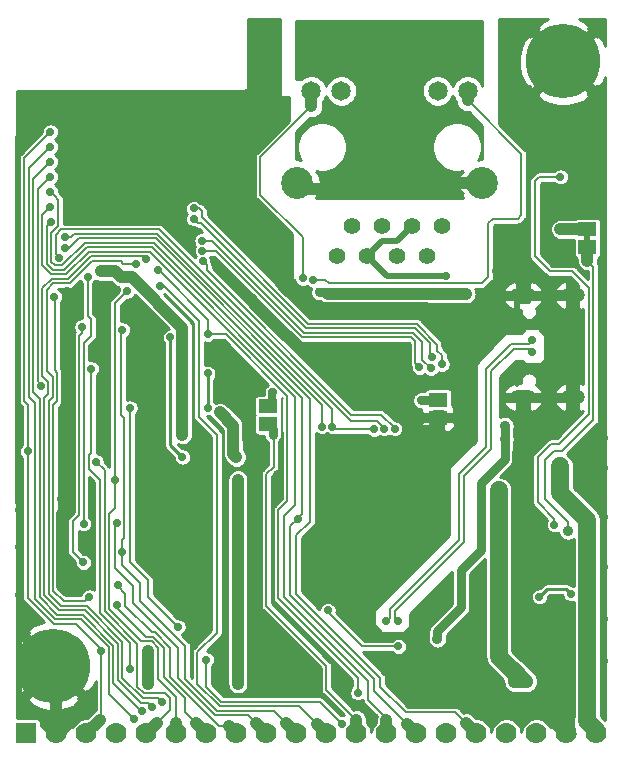
<source format=gbr>
%TF.GenerationSoftware,KiCad,Pcbnew,5.1.0-rc2-unknown-036be7d~80~ubuntu16.04.1*%
%TF.CreationDate,2024-06-10T14:47:57+03:00*%
%TF.ProjectId,ESP32-GATEWAY_Rev_I,45535033-322d-4474-9154-455741595f52,I*%
%TF.SameCoordinates,PX425f360PY7b4bf70*%
%TF.FileFunction,Copper,L2,Bot*%
%TF.FilePolarity,Positive*%
%FSLAX46Y46*%
G04 Gerber Fmt 4.6, Leading zero omitted, Abs format (unit mm)*
G04 Created by KiCad (PCBNEW 5.1.0-rc2-unknown-036be7d~80~ubuntu16.04.1) date 2024-06-10 14:47:57*
%MOMM*%
%LPD*%
G04 APERTURE LIST*
%ADD10R,0.400000X0.400000*%
%ADD11R,1.422400X1.422400*%
%ADD12O,2.200000X1.200000*%
%ADD13O,2.000000X1.300000*%
%ADD14C,1.300000*%
%ADD15C,2.000000*%
%ADD16R,1.600200X1.168400*%
%ADD17C,1.778000*%
%ADD18R,1.778000X1.778000*%
%ADD19C,1.200000*%
%ADD20C,6.300000*%
%ADD21C,1.410000*%
%ADD22C,1.650000*%
%ADD23C,2.700000*%
%ADD24C,0.900000*%
%ADD25C,0.700000*%
%ADD26C,0.800000*%
%ADD27C,0.750000*%
%ADD28C,0.508000*%
%ADD29C,1.016000*%
%ADD30C,0.203200*%
%ADD31C,0.762000*%
%ADD32C,0.406400*%
%ADD33C,1.778000*%
%ADD34C,1.524000*%
%ADD35C,0.254000*%
%ADD36C,1.270000*%
%ADD37C,0.711200*%
G04 APERTURE END LIST*
D10*
X31653000Y31742000D03*
X31653000Y30742000D03*
X30853000Y29942000D03*
X29853000Y29942000D03*
X29053000Y30742000D03*
X29053000Y31742000D03*
X29853000Y32542000D03*
X30853000Y32542000D03*
D11*
X30353000Y31242000D03*
D12*
X43325000Y38356000D03*
D13*
X47505000Y38356000D03*
X47505000Y29716000D03*
D12*
X43325000Y29716000D03*
D14*
X7614000Y45403000D03*
D15*
X9414000Y47203000D03*
D14*
X11214000Y45403000D03*
X7614000Y49003000D03*
X11214000Y49003000D03*
X9414000Y49003000D03*
X9414000Y45403000D03*
X7614000Y47203000D03*
X11214000Y47203000D03*
D16*
X48768000Y43942000D03*
X48768000Y42418000D03*
X48768000Y42418000D03*
D17*
X8890000Y1270000D03*
X6350000Y1270000D03*
X3810000Y1270000D03*
D18*
X1270000Y1270000D03*
D17*
X11430000Y1270000D03*
X13970000Y1270000D03*
X19050000Y1270000D03*
X16510000Y1270000D03*
X21590000Y1270000D03*
X24130000Y1270000D03*
X29210000Y1270000D03*
X26670000Y1270000D03*
X31750000Y1270000D03*
X34290000Y1270000D03*
X39370000Y1270000D03*
X36830000Y1270000D03*
X46990000Y1270000D03*
X49530000Y1270000D03*
X44450000Y1270000D03*
X41910000Y1270000D03*
D16*
X36131500Y29527500D03*
X36131500Y28003500D03*
X36131500Y28003500D03*
D19*
X1143000Y6985000D03*
X5969000Y6985000D03*
X5207000Y5334000D03*
X1905000Y5207000D03*
X5207000Y8636000D03*
X1905000Y8636000D03*
X3556000Y4572000D03*
X3556000Y9398000D03*
D20*
X3556000Y6985000D03*
D19*
X44323000Y58166000D03*
X49149000Y58166000D03*
X48387000Y56515000D03*
X45085000Y56388000D03*
X48387000Y59817000D03*
X45085000Y59817000D03*
X46736000Y55753000D03*
X46736000Y60579000D03*
D20*
X46736000Y58166000D03*
D21*
X36459000Y44227000D03*
X35189000Y41687000D03*
X33919000Y44227000D03*
X32649000Y41687000D03*
X31379000Y44227000D03*
X30109000Y41687000D03*
X28839000Y44227000D03*
X27569000Y41687000D03*
D22*
X27934000Y55675500D03*
X38614000Y55675500D03*
D23*
X39804000Y47877000D03*
X24204000Y47877000D03*
D22*
X25394000Y55675500D03*
X36074000Y55675500D03*
D16*
X21717000Y28956000D03*
X21717000Y27432000D03*
D24*
X46481994Y43942000D03*
X47117000Y18415000D03*
D25*
X635000Y20193000D03*
X635000Y17018000D03*
X635000Y12954000D03*
X50165000Y26289000D03*
X50165000Y23749000D03*
X50165000Y19558000D03*
X50165000Y15367000D03*
X50165000Y10922000D03*
X50165000Y7366000D03*
D24*
X44704000Y17526000D03*
X29210000Y24638000D03*
X43053000Y24511000D03*
X45974000Y11430000D03*
X20574000Y19304000D03*
X20574000Y18161000D03*
X13208000Y21844000D03*
X13208000Y20828000D03*
X20574000Y17145000D03*
X4699000Y34925000D03*
X4699000Y33655000D03*
X16129000Y53213000D03*
X13589000Y53213000D03*
X10795000Y53213000D03*
X7493000Y53213000D03*
X6223000Y45593000D03*
X5969000Y48006000D03*
X5969000Y51181000D03*
X5969000Y54991000D03*
X9144000Y54991000D03*
X9144000Y51181000D03*
X12319000Y51181000D03*
X12319000Y54991000D03*
X14859000Y54991000D03*
X14859000Y51181000D03*
X4699000Y38608000D03*
X17399000Y54737000D03*
X22098000Y61087000D03*
X22098000Y59817000D03*
X33528000Y27178000D03*
X36830000Y34163000D03*
X22098000Y54610000D03*
X23114000Y54610000D03*
X21971000Y41148000D03*
X36830000Y35179000D03*
X17780000Y31750000D03*
X22961600Y41148000D03*
X33528000Y28321000D03*
X3556000Y54737000D03*
X7493000Y38862000D03*
X8572500Y38862561D03*
X4699000Y13335000D03*
X4317946Y19812000D03*
X4572000Y27050848D03*
X13208000Y16002000D03*
X13208000Y14986000D03*
X13208000Y13970000D03*
D25*
X36322004Y27051000D03*
X35433000Y27051000D03*
X34544000Y27051000D03*
X33528000Y33401000D03*
X32765988Y33909000D03*
X20447000Y42672000D03*
X45212000Y36068000D03*
D24*
X39751000Y38481000D03*
X41148000Y40386000D03*
X41275000Y43688000D03*
X43307000Y43688000D03*
X45339000Y42418000D03*
X49784000Y45212000D03*
X45339000Y47498000D03*
X44831000Y49784000D03*
X45085000Y52451000D03*
X45720000Y54102000D03*
X24384000Y5461000D03*
X23114000Y5461000D03*
X21844000Y5461000D03*
X20574000Y5461000D03*
X25654000Y5461000D03*
X24892000Y6731000D03*
X16637000Y11176000D03*
X43561000Y54356000D03*
X41656000Y54991000D03*
X41656000Y56896000D03*
X41656000Y58801000D03*
X47117000Y52451000D03*
X46609000Y50546000D03*
D25*
X11430000Y34798000D03*
X12446010Y34798000D03*
D24*
X7493000Y54991000D03*
X10795000Y54991000D03*
X13589000Y54991000D03*
X9144000Y53213000D03*
X5969000Y53213000D03*
X12319000Y53213000D03*
X14859000Y53213000D03*
X16129000Y54991000D03*
X4572000Y54991000D03*
X7493000Y51181000D03*
X10795000Y51181000D03*
X13589000Y51181000D03*
X20574000Y61087000D03*
X20574000Y59817000D03*
X20574000Y57277000D03*
X20574000Y58547000D03*
X20574000Y56007000D03*
X12446000Y26797000D03*
X11303000Y26797000D03*
X29591000Y37211000D03*
D26*
X33147000Y36830000D03*
D24*
X25654000Y37211000D03*
X23241000Y35052000D03*
D25*
X21336000Y36703000D03*
X20447000Y38100000D03*
D24*
X7620000Y26924000D03*
X7620000Y27940000D03*
X4572000Y28067000D03*
X4317946Y21082000D03*
X37846000Y9652000D03*
X39370000Y14605000D03*
X45974000Y10287000D03*
X45974000Y12573000D03*
X43180000Y15240000D03*
X44831000Y10287000D03*
X43688000Y10287000D03*
X43180000Y17526000D03*
X43180000Y16383000D03*
X28575000Y11811000D03*
X21336000Y25527000D03*
X21336000Y24384000D03*
X25019000Y17399000D03*
X25019000Y16256000D03*
X25019000Y15113000D03*
X22606000Y23114000D03*
X26162000Y23114000D03*
X36703000Y22860000D03*
X28575000Y14478000D03*
X31750000Y15367000D03*
X34290000Y16383000D03*
X43180000Y13716000D03*
X27813000Y5715000D03*
X29845000Y18034000D03*
X26670000Y18415000D03*
X32893000Y17907000D03*
X35814000Y17907000D03*
X28194000Y16764000D03*
X43561000Y51308000D03*
X47371000Y35687000D03*
X46355000Y31750000D03*
D25*
X50038000Y31369000D03*
X50038000Y35560000D03*
X50038000Y39370000D03*
D24*
X44069000Y3810000D03*
X35560000Y5334000D03*
X31877000Y13462000D03*
X22987000Y6604000D03*
X20955000Y6858000D03*
X32385000Y6985000D03*
X38100000Y6477000D03*
X4953000Y15748000D03*
X20574000Y15240000D03*
X19177000Y22733000D03*
X19177000Y21717000D03*
X14478000Y26543000D03*
D25*
X14478000Y32258000D03*
D24*
X11557000Y5461000D03*
X7556500Y40386000D03*
X19177000Y14732000D03*
X11549229Y8255000D03*
X19177000Y5461000D03*
X41275000Y20701000D03*
X41275000Y21844000D03*
X42545000Y6858000D03*
X42545000Y5588000D03*
X43688000Y5588000D03*
D25*
X34671012Y29464000D03*
X3302000Y52197000D03*
X1377086Y25146000D03*
X7620000Y8255000D03*
X47371000Y13081000D03*
X44704000Y12827000D03*
X36830000Y40005000D03*
D24*
X33909000Y38481000D03*
X38481000Y38481000D03*
D27*
X26035000Y38608000D03*
D25*
X29591000Y38481000D03*
X25563530Y39648798D03*
X24670301Y39782179D03*
D24*
X33909000Y60706000D03*
X37084000Y60706000D03*
X30099000Y60706000D03*
X26924000Y60706000D03*
X28194000Y58801000D03*
X25654000Y58801000D03*
X35814000Y58801000D03*
X38354000Y58801000D03*
X33909000Y56896000D03*
X30099000Y56896000D03*
X27559000Y53721000D03*
X30099000Y53086000D03*
X33909000Y53086000D03*
X36449000Y53721000D03*
X32004000Y51181000D03*
X32004000Y54991000D03*
X32004000Y58801000D03*
X30099000Y49276000D03*
X33909000Y49276000D03*
X35814000Y47371000D03*
X28194000Y47371000D03*
X32004000Y47371000D03*
X41783000Y26162000D03*
X41783000Y27305000D03*
X36068000Y9271000D03*
D25*
X32766000Y8636000D03*
X26797000Y11684000D03*
X10033000Y28829000D03*
X14097000Y10287000D03*
X3302000Y47117000D03*
D24*
X46482000Y21590000D03*
X46482000Y22733000D03*
X46482000Y23876000D03*
D25*
X12552555Y39118751D03*
X3302000Y49657000D03*
X11012563Y3166875D03*
X3302000Y50927000D03*
X10414000Y2447997D03*
X3302000Y45847000D03*
D24*
X17653000Y28448000D03*
X19050000Y24638000D03*
D25*
X16637000Y28828980D03*
X16637000Y31750000D03*
X3302000Y48387000D03*
X2483663Y30647957D03*
X27952670Y2101081D03*
X6750831Y32131000D03*
X10033000Y6731000D03*
X16510000Y7493000D03*
X12405455Y40458029D03*
X16637000Y35052000D03*
X29337000Y4699000D03*
X10541000Y41021000D03*
X12706865Y3937000D03*
X14456273Y24660848D03*
X7171885Y24251410D03*
X13442190Y34798000D03*
X9797926Y38730812D03*
X8763000Y22733000D03*
X11430000Y41403122D03*
X11861800Y3505200D03*
X4508500Y42354496D03*
X26288996Y27241500D03*
X4504664Y43293219D03*
X27178000Y27241500D03*
X30696412Y26998485D03*
X4064000Y41529010D03*
X31570595Y27078220D03*
X16188289Y41232382D03*
X32447985Y27051000D03*
X6101606Y19009068D03*
X8895565Y19054695D03*
X6460201Y39924701D03*
X9398000Y35433000D03*
X9397992Y16637000D03*
X3626686Y38227000D03*
X8912767Y12174910D03*
X6604000Y12827000D03*
X5969000Y35687000D03*
X9017000Y13843000D03*
X6096000Y15748000D03*
X3321863Y44553012D03*
X46482000Y48387000D03*
X45974000Y18923000D03*
X24257000Y19431000D03*
X35565367Y33098483D03*
X15431114Y44831000D03*
X16154053Y42109526D03*
X34543439Y32257439D03*
X16120035Y42986679D03*
X35518546Y32172454D03*
X15422726Y45712734D03*
X36449000Y32512000D03*
X22117803Y30172622D03*
X32766000Y10795000D03*
X44069000Y33528000D03*
X31750000Y10795000D03*
X44069000Y34544000D03*
D28*
X48768000Y43942000D02*
X48768000Y42418000D01*
D29*
X48768000Y43942000D02*
X46481994Y43942000D01*
X48768000Y42418000D02*
X48768000Y41275000D01*
D30*
X47117000Y19177000D02*
X47117000Y18415000D01*
X45212000Y21082000D02*
X47117000Y19177000D01*
X45212000Y24384000D02*
X45212000Y21082000D01*
X45974000Y25146000D02*
X45212000Y24384000D01*
X48768000Y41275000D02*
X49276000Y40767000D01*
X49276000Y40767000D02*
X49276000Y27813000D01*
X49276000Y27813000D02*
X46609000Y25146000D01*
X46609000Y25146000D02*
X45974000Y25146000D01*
D28*
X50165000Y7366000D02*
X50165000Y3175000D01*
X50165000Y15367000D02*
X50165000Y19558000D01*
X50165000Y10922000D02*
X50165000Y15367000D01*
X50165000Y7366000D02*
X50165000Y10922000D01*
X11811000Y23241000D02*
X13208000Y21844000D01*
D31*
X13208000Y21844000D02*
X13208000Y20828000D01*
D28*
X635000Y20193000D02*
X635000Y17018000D01*
X635000Y17018000D02*
X635000Y12954000D01*
X635000Y12954000D02*
X635000Y3175000D01*
D29*
X16383000Y53213000D02*
X13589000Y53213000D01*
X10795000Y53213000D02*
X7493000Y53213000D01*
X5969000Y48006000D02*
X5969000Y51181000D01*
X5969000Y54991000D02*
X9144000Y54991000D01*
X9144000Y51181000D02*
X12319000Y51181000D01*
X12319000Y54991000D02*
X14859000Y54991000D01*
X21463000Y59817000D02*
X21463000Y61087000D01*
X20574000Y19304000D02*
X20574000Y18161000D01*
X20574000Y18161000D02*
X20574000Y17145000D01*
X14859000Y51181000D02*
X14859000Y51114000D01*
X14859000Y51114000D02*
X13047200Y49302200D01*
D28*
X37973000Y31623000D02*
X38227000Y31623000D01*
X38227000Y31623000D02*
X38608000Y31750000D01*
X38608000Y31750000D02*
X38227000Y31623000D01*
D32*
X38227000Y28067000D02*
X37592000Y28067000D01*
X37592000Y28067000D02*
X38227000Y28067000D01*
D29*
X23114000Y54610000D02*
X22098000Y54610000D01*
D33*
X38227000Y28067000D02*
X38227000Y29718000D01*
X38227000Y29718000D02*
X38227000Y31623000D01*
D28*
X11811000Y23241000D02*
X11811000Y32258000D01*
X11811000Y32258000D02*
X11811000Y32639000D01*
D29*
X3810000Y4318000D02*
X3556000Y4572000D01*
X3810000Y1270000D02*
X3810000Y4318000D01*
D34*
X46990000Y1270000D02*
X46990000Y3429000D01*
D32*
X36562974Y27876504D02*
X36068000Y27876504D01*
X38036504Y27876504D02*
X36562974Y27876504D01*
D28*
X3106001Y54287001D02*
X3556000Y54737000D01*
X635000Y20193000D02*
X635000Y20687974D01*
X635000Y20687974D02*
X558810Y20764164D01*
X558810Y20764164D02*
X558810Y51739810D01*
X558810Y51739810D02*
X3106001Y54287001D01*
D33*
X38227000Y33782000D02*
X36830000Y35179000D01*
X38227000Y31623000D02*
X38227000Y33782000D01*
D29*
X4699000Y27177848D02*
X4572000Y27050848D01*
X4767945Y20261999D02*
X4767945Y26854903D01*
X4767945Y26854903D02*
X4572000Y27050848D01*
X4699000Y33655000D02*
X4699000Y27177848D01*
X4317946Y19812000D02*
X4767945Y20261999D01*
X13208000Y13970000D02*
X13208000Y21844000D01*
D31*
X36322004Y27812996D02*
X36131500Y28003500D01*
X36322004Y27051000D02*
X36322004Y27812996D01*
X36322004Y27051000D02*
X34544000Y27051000D01*
X36131500Y27749500D02*
X35433000Y27051000D01*
X36131500Y28003500D02*
X36131500Y27749500D01*
X38163500Y28003500D02*
X38227000Y28067000D01*
X36131500Y28003500D02*
X38163500Y28003500D01*
D34*
X33528000Y28321000D02*
X34036000Y27813000D01*
D35*
X33528000Y33401000D02*
X33020000Y33909000D01*
X33020000Y33909000D02*
X32765988Y33909000D01*
D34*
X21971000Y41148000D02*
X22961600Y41148000D01*
D36*
X22987000Y41148000D02*
X22961600Y41148000D01*
X22961600Y40157400D02*
X22961600Y39484986D01*
X21971000Y41148000D02*
X22961600Y40157400D01*
D34*
X22961600Y39585900D02*
X22961600Y41148000D01*
X23622000Y38925500D02*
X22961600Y39585900D01*
X30480000Y31242000D02*
X30353000Y31242000D01*
X33528000Y28321000D02*
X30607000Y31242000D01*
X30607000Y31242000D02*
X30480000Y31242000D01*
D29*
X4317946Y13716054D02*
X4317946Y19812000D01*
X4699000Y13335000D02*
X4317946Y13716054D01*
D28*
X11811000Y32639000D02*
X11430000Y33020000D01*
X11430000Y33020000D02*
X11430000Y34303026D01*
X11430000Y34303026D02*
X11430000Y34798000D01*
X11430000Y34798000D02*
X12446010Y34798000D01*
D33*
X13371001Y47390801D02*
X13047200Y47067000D01*
X21971000Y41784396D02*
X16364595Y47390801D01*
X16364595Y47390801D02*
X13371001Y47390801D01*
X21971000Y41148000D02*
X21971000Y41784396D01*
D34*
X25336500Y37211000D02*
X23062514Y39484986D01*
X25654000Y37211000D02*
X25844500Y37020500D01*
X25654000Y37211000D02*
X25336500Y37211000D01*
X25844500Y37020500D02*
X34988500Y37020500D01*
X34988500Y37020500D02*
X36830000Y35179000D01*
D29*
X23241000Y34925000D02*
X20574000Y37592000D01*
X23368000Y34925000D02*
X23241000Y34925000D01*
X23368000Y34925000D02*
X23415958Y34925000D01*
X23415958Y34925000D02*
X27098958Y31242000D01*
X27098958Y31242000D02*
X30353000Y31242000D01*
D28*
X20447000Y37719000D02*
X20447000Y38100000D01*
X20574000Y37592000D02*
X20447000Y37719000D01*
D29*
X43180000Y17526000D02*
X44704000Y17526000D01*
X25019000Y16256000D02*
X25019000Y17399000D01*
X25019000Y15113000D02*
X25019000Y16256000D01*
D31*
X33528000Y24638000D02*
X34036000Y24130000D01*
X29210000Y24638000D02*
X33528000Y24638000D01*
D34*
X34036000Y27813000D02*
X34036000Y24130000D01*
D29*
X20574000Y19304000D02*
X20574000Y23622000D01*
X20574000Y23622000D02*
X21336000Y24384000D01*
D31*
X26162000Y23114000D02*
X27686000Y24638000D01*
X27686000Y24638000D02*
X29210000Y24638000D01*
D29*
X29210000Y21590000D02*
X29210000Y24638000D01*
X25019000Y17399000D02*
X29210000Y21590000D01*
X46990000Y4445000D02*
X46990000Y3429000D01*
X46990000Y8128000D02*
X46990000Y4445000D01*
X44831000Y10287000D02*
X46990000Y8128000D01*
D28*
X43325000Y38356000D02*
X42799000Y37830000D01*
X42799000Y37830000D02*
X42799000Y36957000D01*
D34*
X43172825Y25011825D02*
X44450000Y26289000D01*
X43172825Y13723175D02*
X43172825Y25011825D01*
X43180000Y13716000D02*
X43172825Y13723175D01*
X44450000Y26289000D02*
X44450000Y27686000D01*
D29*
X39370000Y11176000D02*
X39370000Y14605000D01*
X37846000Y9652000D02*
X39370000Y11176000D01*
D34*
X34036000Y19050000D02*
X32893000Y17907000D01*
X34036000Y24130000D02*
X34036000Y19050000D01*
D29*
X22987000Y6604000D02*
X22987000Y8636000D01*
X20574000Y11049000D02*
X20574000Y17145000D01*
X22987000Y8636000D02*
X20574000Y11049000D01*
X21336000Y24384000D02*
X21336000Y25527000D01*
X21336000Y25527000D02*
X20701000Y25527000D01*
X17780000Y30480000D02*
X17780000Y31750000D01*
X20701000Y25527000D02*
X20066000Y26162000D01*
X20066000Y26162000D02*
X20066000Y28194000D01*
X20066000Y28194000D02*
X17780000Y30480000D01*
D30*
X22606000Y23114000D02*
X22885400Y23393400D01*
X22885400Y23393400D02*
X22885400Y29692600D01*
D29*
X19177000Y22733000D02*
X19177000Y21717000D01*
D28*
X11557002Y8000998D02*
X11557000Y8001000D01*
D29*
X11557000Y8247229D02*
X11549229Y8255000D01*
X11557000Y5461000D02*
X11557000Y8247229D01*
X19177000Y21717000D02*
X19177000Y5461000D01*
X14478000Y32258000D02*
X14478000Y26543000D01*
X43688000Y5715000D02*
X42545000Y6858000D01*
X43688000Y5588000D02*
X43688000Y5715000D01*
X42545000Y6858000D02*
X42545000Y5588000D01*
X42545000Y5588000D02*
X43688000Y5588000D01*
X42545000Y6477000D02*
X42545000Y6223000D01*
D34*
X41275000Y7747000D02*
X42545000Y6477000D01*
X41275000Y21844000D02*
X41275000Y7747000D01*
D29*
X8763000Y40386000D02*
X7556500Y40386000D01*
X14478000Y32258000D02*
X14478000Y35623500D01*
X14478000Y35623500D02*
X10223500Y39878000D01*
X9271000Y39878000D02*
X8763000Y40386000D01*
X10223500Y39878000D02*
X9271000Y39878000D01*
D31*
X36068000Y29464000D02*
X35165986Y29464000D01*
X35165986Y29464000D02*
X34671012Y29464000D01*
D29*
X36131500Y29527500D02*
X36068000Y29464000D01*
X6350000Y1270000D02*
X7493000Y2413000D01*
D30*
X7620000Y2540000D02*
X7620000Y8255000D01*
X7493000Y2413000D02*
X7620000Y2540000D01*
X1377086Y29102914D02*
X1377086Y25146000D01*
X1092221Y29387779D02*
X1377086Y29102914D01*
X1092221Y49987221D02*
X1092221Y29387779D01*
X3302000Y52197000D02*
X1092221Y49987221D01*
X1377086Y12723594D02*
X1377086Y24651026D01*
X7620000Y8255000D02*
X7620000Y8382000D01*
X7620000Y8382000D02*
X5461000Y10541000D01*
X5461000Y10541000D02*
X3559680Y10541000D01*
X1377086Y24651026D02*
X1377086Y25146000D01*
X3559680Y10541000D02*
X1377086Y12723594D01*
D35*
X46990000Y13462000D02*
X47371000Y13081000D01*
X45339000Y13462000D02*
X46990000Y13462000D01*
X44704000Y12827000D02*
X45339000Y13462000D01*
D28*
X30109000Y41687000D02*
X31791000Y40005000D01*
X31791000Y40005000D02*
X36830000Y40005000D01*
X33919000Y44227000D02*
X32618000Y42926000D01*
X32618000Y42926000D02*
X31348000Y42926000D01*
X31348000Y42926000D02*
X30109000Y41687000D01*
D29*
X26797000Y38481000D02*
X26924000Y38481000D01*
X33909000Y38481000D02*
X38481000Y38481000D01*
D31*
X26035000Y38608000D02*
X26670000Y38608000D01*
X26670000Y38608000D02*
X26797000Y38481000D01*
D29*
X29591000Y38481000D02*
X26797000Y38481000D01*
X33272604Y38481000D02*
X33909000Y38481000D01*
X29591000Y38481000D02*
X33272604Y38481000D01*
X38614000Y55675500D02*
X38614000Y54858000D01*
D30*
X42862500Y44831000D02*
X43180000Y45148500D01*
X40767000Y44831000D02*
X42862500Y44831000D01*
X40386000Y44450000D02*
X40767000Y44831000D01*
X43180000Y45148500D02*
X43180000Y50292000D01*
X40386000Y39941500D02*
X40386000Y44450000D01*
X43180000Y50292000D02*
X38614000Y54858000D01*
X26563164Y39648798D02*
X26841962Y39370000D01*
X25563530Y39648798D02*
X26563164Y39648798D01*
X39814500Y39370000D02*
X40386000Y39941500D01*
X26841962Y39370000D02*
X39814500Y39370000D01*
D29*
X25394000Y54350000D02*
X25394000Y55675500D01*
D30*
X21082000Y46863000D02*
X24670301Y43274699D01*
X24670301Y43274699D02*
X24670301Y40277153D01*
X24670301Y40277153D02*
X24670301Y39782179D01*
X21082000Y50038000D02*
X21082000Y46863000D01*
X25394000Y54350000D02*
X21082000Y50038000D01*
D29*
X24204000Y47877000D02*
X24710000Y47371000D01*
X24710000Y47371000D02*
X28194000Y47371000D01*
X32004000Y58801000D02*
X33909000Y60706000D01*
X33909000Y60706000D02*
X37084000Y60706000D01*
X30099000Y60706000D02*
X26924000Y60706000D01*
X28194000Y58801000D02*
X25654000Y58801000D01*
X35814000Y58801000D02*
X38354000Y58801000D01*
X33909000Y56896000D02*
X33909000Y53086000D01*
X30099000Y56896000D02*
X30099000Y53086000D01*
X30099000Y53086000D02*
X33909000Y53086000D01*
X32004000Y51181000D02*
X32004000Y54991000D01*
X30099000Y49276000D02*
X33909000Y49276000D01*
X28194000Y47371000D02*
X32004000Y47371000D01*
X39804000Y47877000D02*
X36832000Y47877000D01*
D31*
X41783000Y26162000D02*
X41783000Y27305000D01*
X41783000Y24511000D02*
X41783000Y26162000D01*
X39751000Y22479000D02*
X41783000Y24511000D01*
X36068000Y9271000D02*
X36068000Y9906000D01*
X39751000Y16764000D02*
X39751000Y22479000D01*
X36068000Y9906000D02*
X38100000Y11938000D01*
X38100000Y11938000D02*
X38100000Y15113000D01*
X38100000Y15113000D02*
X39751000Y16764000D01*
D30*
X32766000Y8636000D02*
X29718000Y8636000D01*
X29718000Y8636000D02*
X26797000Y11557000D01*
X26797000Y11557000D02*
X26797000Y11684000D01*
X10033000Y15748000D02*
X10033000Y28829000D01*
X11557000Y14224000D02*
X10033000Y15748000D01*
X11557000Y12827000D02*
X11557000Y14224000D01*
X14097000Y10287000D02*
X11557000Y12827000D01*
D29*
X39370000Y1270000D02*
X38481000Y2159000D01*
D30*
X4317967Y40894031D02*
X3682969Y40894031D01*
X3378287Y43647131D02*
X3951264Y44220108D01*
X3951264Y46467736D02*
X3651999Y46767001D01*
X4317998Y40894000D02*
X4317967Y40894031D01*
X3682969Y40894031D02*
X3378287Y41198713D01*
X3951264Y44220108D02*
X3951264Y46467736D01*
X3651999Y46767001D02*
X3302000Y47117000D01*
X3378287Y41198713D02*
X3378287Y43647131D01*
X4319840Y40894000D02*
X4318000Y40894000D01*
X33401000Y3048000D02*
X31242000Y5207000D01*
X24130000Y18034000D02*
X25273000Y19177000D01*
X25273000Y19177000D02*
X25273000Y29570694D01*
X6224884Y42799044D02*
X4319840Y40894000D01*
X31242000Y5969000D02*
X24130000Y13081000D01*
X37592000Y3048000D02*
X33401000Y3048000D01*
X38481000Y2159000D02*
X37592000Y3048000D01*
X12044650Y42799044D02*
X6224884Y42799044D01*
X24130000Y13081000D02*
X24130000Y18034000D01*
X31242000Y5207000D02*
X31242000Y5969000D01*
X25273000Y29570694D02*
X12044650Y42799044D01*
D34*
X46482000Y22733000D02*
X46482000Y21590000D01*
X46482000Y23876000D02*
X46482000Y22733000D01*
X48768000Y19304000D02*
X46482000Y21590000D01*
X48768000Y2286000D02*
X48768000Y19304000D01*
X49530000Y1524000D02*
X48768000Y2286000D01*
X49530000Y1270000D02*
X49530000Y1524000D01*
D29*
X26670000Y1270000D02*
X25908000Y2032000D01*
D30*
X12951249Y39118751D02*
X12552555Y39118751D01*
X15878588Y36191412D02*
X12951249Y39118751D01*
X15878588Y28063412D02*
X15878588Y36191412D01*
X17399000Y26543000D02*
X15878588Y28063412D01*
X17399000Y9779000D02*
X17399000Y26543000D01*
X15748000Y8128000D02*
X17399000Y9779000D01*
X25908000Y2032000D02*
X24384000Y3556000D01*
X24384000Y3556000D02*
X17622170Y3556000D01*
X17622170Y3556000D02*
X15748000Y5430170D01*
X15748000Y5430170D02*
X15748000Y8128000D01*
X10662564Y3516874D02*
X11012563Y3166875D01*
X8636011Y5543427D02*
X10662564Y3516874D01*
X8636011Y8705009D02*
X8636011Y5543427D01*
X3875318Y11303022D02*
X6037998Y11303022D01*
X6037998Y11303022D02*
X8636011Y8705009D01*
X3302000Y49657000D02*
X1854243Y48209243D01*
X1854243Y48209243D02*
X1854243Y30149757D01*
X1854243Y30149757D02*
X2387507Y29616493D01*
X2387507Y12790833D02*
X3875318Y11303022D01*
X2387507Y29616493D02*
X2387507Y12790833D01*
X10064001Y2797996D02*
X10414000Y2447997D01*
X5880179Y10922011D02*
X8255000Y8547190D01*
X8255000Y8547190D02*
X8255000Y4606997D01*
X3717499Y10922011D02*
X5880179Y10922011D01*
X3302000Y50927000D02*
X1473232Y49098232D01*
X1473232Y49098232D02*
X1473232Y29768768D01*
X8255000Y4606997D02*
X10064001Y2797996D01*
X2006496Y12633014D02*
X3717499Y10922011D01*
X1473232Y29768768D02*
X2006496Y29235504D01*
X2006496Y29235504D02*
X2006496Y12633014D01*
D29*
X31750000Y1270000D02*
X31750000Y2413000D01*
D30*
X2952001Y45497001D02*
X3302000Y45847000D01*
X2616265Y45161265D02*
X2952001Y45497001D01*
X2616265Y40883075D02*
X2616265Y45161265D01*
X30226000Y5715000D02*
X23114000Y12827000D01*
X30226000Y4064000D02*
X30226000Y5715000D01*
X3367360Y40131980D02*
X2616265Y40883075D01*
X31750000Y2540000D02*
X30226000Y4064000D01*
X4637320Y40131980D02*
X3367360Y40131980D01*
X31750000Y2413000D02*
X31750000Y2540000D01*
X6542362Y42037022D02*
X4637320Y40131980D01*
X11729012Y42037022D02*
X6542362Y42037022D01*
X23114000Y12827000D02*
X23114000Y19685000D01*
X23114000Y19685000D02*
X24003000Y20574000D01*
X24003000Y20574000D02*
X24003000Y29763034D01*
X24003000Y29763034D02*
X11729012Y42037022D01*
D29*
X18796000Y27305000D02*
X18796000Y24892000D01*
X18796000Y24892000D02*
X19050000Y24638000D01*
X17653000Y28448000D02*
X18796000Y27305000D01*
D35*
X16637000Y28828980D02*
X16637000Y31750000D01*
D30*
X26116751Y3937000D02*
X27952670Y2101081D01*
X16510000Y5207000D02*
X17780000Y3937000D01*
X17780000Y3937000D02*
X26116751Y3937000D01*
X16510000Y7493000D02*
X16510000Y5207000D01*
X2362200Y30769420D02*
X2483663Y30647957D01*
X2235254Y31064146D02*
X2362200Y30937200D01*
X2362200Y30937200D02*
X2362200Y30769420D01*
X3302000Y48387000D02*
X2235254Y47320254D01*
X2235254Y47320254D02*
X2235254Y31064146D01*
X10033000Y8924510D02*
X10033000Y7225974D01*
X7504133Y11453377D02*
X10033000Y8924510D01*
X7504133Y22721867D02*
X7504133Y11453377D01*
X6750831Y32131000D02*
X6750831Y25038831D01*
X10033000Y7225974D02*
X10033000Y6731000D01*
X6750831Y25038831D02*
X6542483Y24830483D01*
X6542483Y24830483D02*
X6542483Y23683517D01*
X6542483Y23683517D02*
X7504133Y22721867D01*
X12500971Y40458029D02*
X12405455Y40458029D01*
X16668562Y36290438D02*
X12500971Y40458029D01*
X16668562Y35083562D02*
X16668562Y36290438D01*
X16637000Y35052000D02*
X16668562Y35083562D01*
X18169927Y35052000D02*
X16637000Y35052000D01*
X23368000Y20955000D02*
X23368000Y29853927D01*
X29337000Y4699000D02*
X29337000Y5969000D01*
X23368000Y29853927D02*
X18169927Y35052000D01*
X29337000Y5969000D02*
X22606000Y12700000D01*
X22606000Y12700000D02*
X22606000Y20193000D01*
X22606000Y20193000D02*
X23368000Y20955000D01*
X11123360Y4241800D02*
X12402065Y4241800D01*
X12402065Y4241800D02*
X12706865Y3937000D01*
X9398033Y9020647D02*
X9398033Y5967127D01*
X4190956Y12065044D02*
X6353636Y12065044D01*
X3149529Y13106471D02*
X4190956Y12065044D01*
X3149529Y29438529D02*
X3149529Y13106471D01*
X9238501Y41243999D02*
X6826999Y41243999D01*
X9461500Y41021000D02*
X9238501Y41243999D01*
X10541000Y41021000D02*
X9461500Y41021000D01*
X6826999Y41243999D02*
X4952958Y39369958D01*
X4952958Y39369958D02*
X3556043Y39369958D01*
X3494075Y29783075D02*
X3149529Y29438529D01*
X3556043Y39369958D02*
X2997276Y38811191D01*
X9398033Y5967127D02*
X11123360Y4241800D01*
X6353636Y12065044D02*
X9398033Y9020647D01*
X2997276Y38811191D02*
X2997276Y31927724D01*
X2997276Y31927724D02*
X3494075Y31430925D01*
X3494075Y31430925D02*
X3494075Y29783075D01*
D29*
X11430000Y1270000D02*
X12319000Y2159000D01*
D35*
X13442190Y25674931D02*
X13442190Y34798000D01*
X14456273Y24660848D02*
X13442190Y25674931D01*
D30*
X10668000Y8828340D02*
X7885144Y11611196D01*
X7885144Y11611196D02*
X7885144Y23538151D01*
X10668000Y5235990D02*
X10668000Y8828340D01*
X11255790Y4648200D02*
X10668000Y5235990D01*
X7885144Y23538151D02*
X7171885Y24251410D01*
X12319000Y2159000D02*
X13399129Y3239129D01*
X13399129Y3239129D02*
X13399129Y4224881D01*
X13399129Y4224881D02*
X12975810Y4648200D01*
X12975810Y4648200D02*
X11255790Y4648200D01*
D29*
X13970000Y1270000D02*
X13970000Y2159000D01*
D30*
X8763000Y23227974D02*
X8763000Y22733000D01*
X9797926Y38730812D02*
X8763000Y37695886D01*
X8763000Y37695886D02*
X8763000Y23227974D01*
X12446000Y5867400D02*
X13970000Y4343400D01*
X12446000Y8471796D02*
X12446000Y5867400D01*
X11857781Y9060015D02*
X12446000Y8471796D01*
X13970000Y4343400D02*
X13970000Y2159000D01*
X10975155Y9060015D02*
X11857781Y9060015D01*
X8763000Y22733000D02*
X8763000Y20320000D01*
X8266155Y11769015D02*
X10975155Y9060015D01*
X8763000Y20320000D02*
X8266155Y19823155D01*
X8266155Y19823155D02*
X8266155Y11769015D01*
X11531600Y3835400D02*
X11861800Y3505200D01*
X10990930Y3835400D02*
X11531600Y3835400D01*
X2768518Y12948652D02*
X4033137Y11684033D01*
X4795139Y39750969D02*
X3398224Y39750969D01*
X3113064Y31049936D02*
X3113064Y30037064D01*
X6700181Y41656011D02*
X4795139Y39750969D01*
X11177111Y41656011D02*
X6700181Y41656011D01*
X11430000Y41403122D02*
X11177111Y41656011D01*
X3398224Y39750969D02*
X2616265Y38969010D01*
X2616265Y31546735D02*
X3113064Y31049936D01*
X9017022Y5809308D02*
X10990930Y3835400D01*
X9017022Y8862828D02*
X9017022Y5809308D01*
X6195817Y11684033D02*
X9017022Y8862828D01*
X4033137Y11684033D02*
X6195817Y11684033D01*
X2616265Y38969010D02*
X2616265Y31546735D01*
X2768518Y29692518D02*
X2768518Y12948652D01*
X3113064Y30037064D02*
X2768518Y29692518D01*
X26288996Y27736474D02*
X26288996Y27241500D01*
X26288996Y29093528D02*
X26288996Y27736474D01*
X4508500Y42354496D02*
X4889496Y42354496D01*
X4889496Y42354496D02*
X5715055Y43180055D01*
X12202469Y43180055D02*
X26288996Y29093528D01*
X5715055Y43180055D02*
X12202469Y43180055D01*
X27178000Y27241500D02*
X27178000Y28003500D01*
X27178000Y28743354D02*
X27178000Y28003500D01*
X12360288Y43561066D02*
X27178000Y28743354D01*
X4504664Y43293219D02*
X4518445Y43307000D01*
X4518445Y43307000D02*
X5080000Y43307000D01*
X5334066Y43561066D02*
X12360288Y43561066D01*
X5080000Y43307000D02*
X5334066Y43561066D01*
X30643897Y27051000D02*
X30696412Y26998485D01*
X27368500Y27051000D02*
X30643897Y27051000D01*
X27178000Y27241500D02*
X27368500Y27051000D01*
X31220596Y27428219D02*
X31570595Y27078220D01*
X30962815Y27686000D02*
X31220596Y27428219D01*
X28774184Y27686000D02*
X30962815Y27686000D01*
X12518107Y43942077D02*
X28774184Y27686000D01*
X4064000Y41529010D02*
X3759298Y41833712D01*
X3759298Y41833712D02*
X3759298Y43489312D01*
X3759298Y43489312D02*
X4212063Y43942077D01*
X4212063Y43942077D02*
X12518107Y43942077D01*
X32447985Y27115015D02*
X32447985Y27051000D01*
X31305500Y28257500D02*
X32447985Y27115015D01*
X28765500Y28257500D02*
X31305500Y28257500D01*
X16538288Y40484712D02*
X28765500Y28257500D01*
X16188289Y41232382D02*
X16538288Y40882383D01*
X16538288Y40882383D02*
X16538288Y40484712D01*
D29*
X21590000Y1270000D02*
X20701000Y2159000D01*
D30*
X8768590Y18927720D02*
X8895565Y19054695D01*
X8768590Y15234410D02*
X8768590Y18927720D01*
X20701000Y2159000D02*
X20066011Y2793989D01*
X14097000Y5938170D02*
X14097000Y8509000D01*
X10287000Y12319000D02*
X10287000Y13716000D01*
X14097000Y8509000D02*
X10287000Y12319000D01*
X20066011Y2793989D02*
X17241181Y2793989D01*
X10287000Y13716000D02*
X8768590Y15234410D01*
X17241181Y2793989D02*
X14097000Y5938170D01*
X6460201Y36592799D02*
X6460201Y39924701D01*
X6101606Y19009068D02*
X6121421Y19028883D01*
X6121421Y19028883D02*
X6121421Y34315421D01*
X6121421Y34315421D02*
X6731000Y34925000D01*
X6731000Y36322000D02*
X6460201Y36592799D01*
X6731000Y34925000D02*
X6731000Y36322000D01*
D29*
X24130000Y1270000D02*
X23241000Y2159000D01*
D30*
X9397992Y17652992D02*
X9397992Y16637000D01*
X9525000Y17780000D02*
X9397992Y17652992D01*
X9398000Y35433000D02*
X9271000Y35306000D01*
X9271000Y35306000D02*
X9271000Y28194000D01*
X9271000Y28194000D02*
X9525000Y27940000D01*
X9525000Y27940000D02*
X9525000Y17780000D01*
X22225000Y3175000D02*
X23241000Y2159000D01*
X17399000Y3175000D02*
X22225000Y3175000D01*
X14732000Y5842000D02*
X17399000Y3175000D01*
X14732000Y8636000D02*
X14732000Y5842000D01*
X9397992Y16637000D02*
X9397992Y15494008D01*
X9397992Y15494008D02*
X10922000Y13970000D01*
X10922000Y13970000D02*
X10922000Y12446000D01*
X10922000Y12446000D02*
X14732000Y8636000D01*
D29*
X16510000Y1270000D02*
X15621000Y2159000D01*
D30*
X6254001Y12477001D02*
X6604000Y12827000D01*
X4413999Y12477001D02*
X6254001Y12477001D01*
X3530540Y13360460D02*
X4413999Y12477001D01*
X3530540Y29057540D02*
X3530540Y13360460D01*
X3875086Y29402086D02*
X3530540Y29057540D01*
X3626686Y38227000D02*
X3683000Y38170686D01*
X3683000Y38170686D02*
X3683000Y32004000D01*
X3683000Y32004000D02*
X3875086Y31811914D01*
X3875086Y31811914D02*
X3875086Y29402086D01*
X8912767Y11915233D02*
X8912767Y12174910D01*
X11366500Y9461500D02*
X8912767Y11915233D01*
X11995126Y9461500D02*
X11366500Y9461500D01*
X12954000Y8502626D02*
X11995126Y9461500D01*
X15621000Y2159000D02*
X14732000Y3048000D01*
X14732000Y3048000D02*
X14732000Y4225510D01*
X14732000Y4225510D02*
X12954000Y6003510D01*
X12954000Y6003510D02*
X12954000Y8502626D01*
D29*
X19050000Y1270000D02*
X18415000Y1905000D01*
D30*
X13462000Y6034340D02*
X17591340Y1905000D01*
X13462000Y8533455D02*
X13462000Y6034340D01*
X12152945Y9842510D02*
X13462000Y8533455D01*
X11874490Y9842510D02*
X12152945Y9842510D01*
X9017000Y13716000D02*
X9652000Y13081000D01*
X9652000Y13081000D02*
X9652000Y12065000D01*
X17591340Y1905000D02*
X18415000Y1905000D01*
X9017000Y13843000D02*
X9017000Y13716000D01*
X9652000Y12065000D02*
X11874490Y9842510D01*
X5969000Y35179000D02*
X5969000Y35687000D01*
X5740410Y34950410D02*
X5969000Y35179000D01*
X6096000Y15748000D02*
X5207000Y16637000D01*
X5207000Y16637000D02*
X5207000Y19238497D01*
X5207000Y19238497D02*
X5740410Y19771907D01*
X5740410Y19771907D02*
X5740410Y34950410D01*
D29*
X34290000Y1270000D02*
X33528000Y2032000D01*
D30*
X2997276Y44228425D02*
X3321863Y44553012D01*
X24638000Y19812000D02*
X24638000Y29666864D01*
X24638000Y29666864D02*
X11886831Y42418033D01*
X4479501Y40512991D02*
X3525179Y40512991D01*
X24257000Y19431000D02*
X24638000Y19812000D01*
X11886831Y42418033D02*
X6384543Y42418033D01*
X6384543Y42418033D02*
X4479501Y40512991D01*
X3525179Y40512991D02*
X2997276Y41040894D01*
X2997276Y41040894D02*
X2997276Y44228425D01*
X33045422Y2514578D02*
X33528000Y2032000D01*
X30734000Y4826000D02*
X33045422Y2514578D01*
X24257000Y19431000D02*
X23622000Y18796000D01*
X30734000Y5842000D02*
X30734000Y4826000D01*
X23622000Y18796000D02*
X23622000Y12954000D01*
X23622000Y12954000D02*
X30734000Y5842000D01*
X44704000Y48387000D02*
X46482000Y48387000D01*
X44323000Y48006000D02*
X44704000Y48387000D01*
X44323000Y41656000D02*
X44323000Y48006000D01*
X44577000Y24638000D02*
X45720000Y25781000D01*
X44577000Y20828000D02*
X44577000Y24638000D01*
X45974000Y19431000D02*
X44577000Y20828000D01*
X45974000Y18923000D02*
X45974000Y19431000D01*
X45720000Y25781000D02*
X46355000Y25781000D01*
X46355000Y25781000D02*
X48895000Y28321000D01*
X48895000Y28321000D02*
X48895000Y38989000D01*
X47498000Y40386000D02*
X45593000Y40386000D01*
X48895000Y38989000D02*
X47498000Y40386000D01*
X45593000Y40386000D02*
X44323000Y41656000D01*
X15781113Y44481001D02*
X15431114Y44831000D01*
X16051183Y44481001D02*
X15781113Y44481001D01*
X24946752Y35585432D02*
X16051183Y44481001D01*
X35565367Y33098483D02*
X35433000Y33230850D01*
X35433000Y33230850D02*
X35433000Y34288160D01*
X35433000Y34288160D02*
X34135728Y35585432D01*
X34135728Y35585432D02*
X24946752Y35585432D01*
X34193440Y32607438D02*
X34543439Y32257439D01*
X33820090Y34823410D02*
X34193440Y34450060D01*
X34193440Y34450060D02*
X34193440Y32607438D01*
X17344999Y42109526D02*
X24631115Y34823410D01*
X16154053Y42109526D02*
X17344999Y42109526D01*
X24631115Y34823410D02*
X33820090Y34823410D01*
X34798000Y32893000D02*
X35518546Y32172454D01*
X34798000Y34384330D02*
X34798000Y32893000D01*
X16120035Y42986679D02*
X17006675Y42986679D01*
X33977909Y35204421D02*
X34798000Y34384330D01*
X17006675Y42986679D02*
X24788933Y35204421D01*
X24788933Y35204421D02*
X33977909Y35204421D01*
X15917700Y45712734D02*
X15422726Y45712734D01*
X16123401Y44947613D02*
X16123401Y45507033D01*
X25104571Y35966443D02*
X16123401Y44947613D01*
X36449000Y32512000D02*
X36449000Y33274000D01*
X34293547Y35966443D02*
X25104571Y35966443D01*
X36449000Y33274000D02*
X36068000Y33655000D01*
X16123401Y45507033D02*
X15917700Y45712734D01*
X36068000Y34191990D02*
X34293547Y35966443D01*
X36068000Y33655000D02*
X36068000Y34191990D01*
D37*
X22098000Y30152819D02*
X22117803Y30172622D01*
X22098000Y29337000D02*
X22098000Y30152819D01*
X21717000Y28956000D02*
X22098000Y29337000D01*
D30*
X43789600Y33807400D02*
X42512690Y33807400D01*
X44069000Y33528000D02*
X43789600Y33807400D01*
X42512690Y33807400D02*
X40614600Y31909310D01*
X40614600Y31909310D02*
X40614600Y25305310D01*
X40614600Y25305310D02*
X38328600Y23019310D01*
X32486600Y11074400D02*
X32486600Y11589310D01*
X32766000Y10795000D02*
X32486600Y11074400D01*
X38328600Y17431310D02*
X38328600Y23019310D01*
X32486600Y11589310D02*
X38328600Y17431310D01*
X43789600Y34264600D02*
X42323310Y34264600D01*
X44069000Y34544000D02*
X43789600Y34264600D01*
X42323310Y34264600D02*
X40157400Y32098690D01*
X40157400Y32098690D02*
X40157400Y25494690D01*
X40157400Y25494690D02*
X37871400Y23208690D01*
X32029400Y11074400D02*
X32029400Y11778690D01*
X31750000Y10795000D02*
X32029400Y11074400D01*
X37871400Y17620690D02*
X37871400Y23208690D01*
X32029400Y11778690D02*
X37871400Y17620690D01*
D29*
X29210000Y1270000D02*
X29210000Y2413000D01*
D31*
X22123400Y27025600D02*
X22123400Y26543000D01*
X21844000Y27305000D02*
X22123400Y27025600D01*
X21844000Y27432000D02*
X21844000Y27305000D01*
D30*
X26670000Y4953000D02*
X29210000Y2413000D01*
X26670000Y6985000D02*
X26670000Y4953000D01*
X21590000Y12065000D02*
X26670000Y6985000D01*
X22123400Y26543000D02*
X22199600Y26466800D01*
X22199600Y26466800D02*
X22199600Y23850600D01*
X21590000Y23241000D02*
X21590000Y12065000D01*
X22199600Y23850600D02*
X21590000Y23241000D01*
D35*
G36*
X22733000Y55245000D02*
G01*
X22735440Y55220224D01*
X22742667Y55196399D01*
X22754403Y55174443D01*
X22770197Y55155197D01*
X22789443Y55139403D01*
X22811399Y55127667D01*
X22835224Y55120440D01*
X22860000Y55118000D01*
X23495000Y55118000D01*
X23495000Y53133500D01*
X20757518Y50396017D01*
X20739099Y50380901D01*
X20678791Y50307415D01*
X20633978Y50223576D01*
X20606383Y50132605D01*
X20599400Y50061707D01*
X20597065Y50038000D01*
X20599400Y50014295D01*
X20599401Y46886715D01*
X20597065Y46863000D01*
X20606384Y46768394D01*
X20633978Y46677424D01*
X20678792Y46593585D01*
X20722768Y46540000D01*
X20739100Y46520099D01*
X20757513Y46504988D01*
X23749000Y43513500D01*
X23749000Y39751000D01*
X23751440Y39726224D01*
X23758667Y39702399D01*
X23770403Y39680443D01*
X23786197Y39661197D01*
X23805443Y39645403D01*
X23827399Y39633667D01*
X23851224Y39626440D01*
X23876000Y39624000D01*
X23956444Y39624000D01*
X23967393Y39568954D01*
X24022497Y39435921D01*
X24102496Y39316194D01*
X24204316Y39214374D01*
X24324043Y39134375D01*
X24457076Y39079271D01*
X24598304Y39051179D01*
X24742298Y39051179D01*
X24883526Y39079271D01*
X25016559Y39134375D01*
X25033106Y39145432D01*
X25097545Y39080993D01*
X25217272Y39000994D01*
X25350305Y38945890D01*
X25351461Y38945660D01*
X25327598Y38901015D01*
X25284026Y38757378D01*
X25269314Y38608000D01*
X25284026Y38458622D01*
X25327598Y38314985D01*
X25398355Y38182608D01*
X25493578Y38066578D01*
X25609608Y37971355D01*
X25741985Y37900598D01*
X25885622Y37857026D01*
X25997574Y37846000D01*
X26169412Y37846000D01*
X26300709Y37738247D01*
X26455149Y37655697D01*
X26622726Y37604864D01*
X26753333Y37592000D01*
X38524667Y37592000D01*
X38655274Y37604864D01*
X38822851Y37655697D01*
X38977291Y37738247D01*
X39112659Y37849341D01*
X39131487Y37872284D01*
X41688671Y37872284D01*
X41701589Y37846910D01*
X41822494Y37637525D01*
X41981924Y37455751D01*
X42173753Y37308573D01*
X42390609Y37201647D01*
X42624159Y37139082D01*
X42816998Y37281395D01*
X42816998Y37121000D01*
X43169447Y37121000D01*
X43144000Y36993073D01*
X43144000Y36858927D01*
X43170171Y36727360D01*
X43221506Y36603426D01*
X43296033Y36491888D01*
X43390888Y36397033D01*
X43502426Y36322506D01*
X43626360Y36271171D01*
X43757927Y36245000D01*
X43892073Y36245000D01*
X44023640Y36271171D01*
X44147574Y36322506D01*
X44259112Y36397033D01*
X44353967Y36491888D01*
X44428494Y36603426D01*
X44479829Y36727360D01*
X44506000Y36858927D01*
X44506000Y36993073D01*
X44479829Y37124640D01*
X44428494Y37248574D01*
X44410173Y37275994D01*
X44476247Y37308573D01*
X44668076Y37455751D01*
X44827506Y37637525D01*
X44944720Y37840519D01*
X45977925Y37840519D01*
X46051123Y37739396D01*
X46192627Y37535888D01*
X46371115Y37363897D01*
X46579727Y37230032D01*
X46810446Y37139437D01*
X47005000Y37259265D01*
X47005000Y38031000D01*
X46076661Y38031000D01*
X45977925Y37840519D01*
X44944720Y37840519D01*
X44948411Y37846910D01*
X44961329Y37872284D01*
X44858593Y38056000D01*
X43833000Y38056000D01*
X43833000Y37828000D01*
X42817000Y37828000D01*
X42817000Y38056000D01*
X41791407Y38056000D01*
X41688671Y37872284D01*
X39131487Y37872284D01*
X39223753Y37984709D01*
X39306303Y38139149D01*
X39357136Y38306726D01*
X39374301Y38481000D01*
X39357136Y38655274D01*
X39306303Y38822851D01*
X39297289Y38839716D01*
X41688671Y38839716D01*
X41791407Y38656000D01*
X42817000Y38656000D01*
X42817000Y39430604D01*
X43833000Y39430604D01*
X43833000Y38656000D01*
X44858593Y38656000D01*
X44961329Y38839716D01*
X44948411Y38865090D01*
X44944721Y38871481D01*
X45977925Y38871481D01*
X46076661Y38681000D01*
X47005000Y38681000D01*
X47005000Y39452735D01*
X46810446Y39572563D01*
X46579727Y39481968D01*
X46371115Y39348103D01*
X46192627Y39176112D01*
X46051123Y38972604D01*
X45977925Y38871481D01*
X44944721Y38871481D01*
X44827506Y39074475D01*
X44668076Y39256249D01*
X44476247Y39403427D01*
X44259391Y39510353D01*
X44025841Y39572918D01*
X43833000Y39430604D01*
X42817000Y39430604D01*
X42624159Y39572918D01*
X42390609Y39510353D01*
X42173753Y39403427D01*
X41981924Y39256249D01*
X41822494Y39074475D01*
X41701589Y38865090D01*
X41688671Y38839716D01*
X39297289Y38839716D01*
X39271801Y38887400D01*
X39790795Y38887400D01*
X39814500Y38885065D01*
X39838205Y38887400D01*
X39838207Y38887400D01*
X39909106Y38894383D01*
X40000077Y38921978D01*
X40083915Y38966791D01*
X40157401Y39027099D01*
X40172517Y39045518D01*
X40710487Y39583487D01*
X40728901Y39598599D01*
X40789209Y39672085D01*
X40834022Y39755923D01*
X40861617Y39846894D01*
X40868600Y39917793D01*
X40868600Y39917794D01*
X40870935Y39941499D01*
X40868600Y39965204D01*
X40868600Y44250101D01*
X40966899Y44348400D01*
X42838795Y44348400D01*
X42862500Y44346065D01*
X42886205Y44348400D01*
X42886207Y44348400D01*
X42957106Y44355383D01*
X43048077Y44382978D01*
X43131915Y44427791D01*
X43205401Y44488099D01*
X43220517Y44506518D01*
X43504482Y44790483D01*
X43522901Y44805599D01*
X43583209Y44879085D01*
X43628022Y44962923D01*
X43639582Y45001033D01*
X43655617Y45053893D01*
X43664935Y45148500D01*
X43662600Y45172207D01*
X43662600Y50268296D01*
X43664935Y50292001D01*
X43661180Y50330122D01*
X43655617Y50386606D01*
X43628022Y50477577D01*
X43583209Y50561415D01*
X43522901Y50634901D01*
X43504488Y50650012D01*
X41275000Y52879500D01*
X41275000Y55254851D01*
X44543272Y55254851D01*
X44931480Y54818030D01*
X45619310Y54530316D01*
X46350053Y54382319D01*
X47095629Y54379727D01*
X47827384Y54522639D01*
X48517198Y54805564D01*
X48540520Y54818030D01*
X48928728Y55254851D01*
X48826783Y55356796D01*
X48852087Y55364472D01*
X48910127Y55567608D01*
X48387000Y56090736D01*
X48239922Y55943658D01*
X47942502Y56241078D01*
X47972279Y56270856D01*
X47845436Y56397699D01*
X47962736Y56515000D01*
X47439608Y57038127D01*
X47257142Y56985993D01*
X47253856Y56989279D01*
X47247941Y56983364D01*
X47236472Y56980087D01*
X47233060Y56968483D01*
X47224079Y56959501D01*
X46736000Y57447580D01*
X46247922Y56959501D01*
X46218144Y56989279D01*
X46116081Y56887216D01*
X46032392Y56911127D01*
X45509264Y56388000D01*
X45563065Y56334199D01*
X45499721Y56270856D01*
X45529499Y56241078D01*
X45168578Y55880158D01*
X45085000Y55963736D01*
X44561873Y55440608D01*
X44599019Y55310598D01*
X44543272Y55254851D01*
X41275000Y55254851D01*
X41275000Y57806371D01*
X42949727Y57806371D01*
X43092639Y57074616D01*
X43375564Y56384802D01*
X43388030Y56361480D01*
X43824851Y55973272D01*
X43897238Y56045659D01*
X43934472Y55922913D01*
X44137608Y55864873D01*
X44660736Y56388000D01*
X44499515Y56549220D01*
X44923780Y56973484D01*
X45085000Y56812264D01*
X45608127Y57335392D01*
X45550087Y57538528D01*
X45472482Y57561347D01*
X45559279Y57648144D01*
X45529502Y57677921D01*
X46017580Y58166000D01*
X45529501Y58654078D01*
X45538328Y58662905D01*
X45550087Y58666472D01*
X45553364Y58677941D01*
X45559279Y58683856D01*
X45555993Y58687142D01*
X45608127Y58869608D01*
X45085000Y59392736D01*
X44967700Y59275435D01*
X44840856Y59402279D01*
X44811079Y59372501D01*
X44513658Y59669922D01*
X44660736Y59817000D01*
X44137608Y60340127D01*
X43934472Y60282087D01*
X43926978Y60256601D01*
X43824851Y60358728D01*
X43388030Y59970520D01*
X43100316Y59282690D01*
X42952319Y58551947D01*
X42949727Y57806371D01*
X41275000Y57806371D01*
X41275000Y61722000D01*
X45431617Y61722000D01*
X44954802Y61526436D01*
X44931480Y61513970D01*
X44543272Y61077149D01*
X44645217Y60975204D01*
X44619913Y60967528D01*
X44561873Y60764392D01*
X45085000Y60241264D01*
X45232078Y60388342D01*
X45529499Y60090921D01*
X45499721Y60061144D01*
X45626565Y59934300D01*
X45509264Y59817000D01*
X46032392Y59293873D01*
X46214858Y59346007D01*
X46218144Y59342721D01*
X46224059Y59348636D01*
X46235528Y59351913D01*
X46238940Y59363517D01*
X46247922Y59372498D01*
X46736000Y58884420D01*
X47224078Y59372499D01*
X47232905Y59363672D01*
X47236472Y59351913D01*
X47247941Y59348636D01*
X47253856Y59342721D01*
X47257142Y59346007D01*
X47439608Y59293873D01*
X47962736Y59817000D01*
X47845436Y59934300D01*
X47972279Y60061144D01*
X47942502Y60090921D01*
X48239922Y60388342D01*
X48387000Y60241264D01*
X48910127Y60764392D01*
X48852087Y60967528D01*
X48826601Y60975022D01*
X48928728Y61077149D01*
X48540520Y61513970D01*
X48043188Y61722000D01*
X50292000Y61722000D01*
X50292000Y59470383D01*
X50096436Y59947198D01*
X50083970Y59970520D01*
X49647149Y60358728D01*
X49545204Y60256783D01*
X49537528Y60282087D01*
X49334392Y60340127D01*
X48811264Y59817000D01*
X48958342Y59669922D01*
X48660922Y59372501D01*
X48631144Y59402279D01*
X48504301Y59275435D01*
X48387000Y59392736D01*
X47863873Y58869608D01*
X47916007Y58687142D01*
X47912721Y58683856D01*
X47918636Y58677941D01*
X47921913Y58666472D01*
X47933517Y58663060D01*
X47942499Y58654078D01*
X47454420Y58166000D01*
X47942499Y57677922D01*
X47933672Y57669095D01*
X47921913Y57665528D01*
X47918636Y57654059D01*
X47912721Y57648144D01*
X47916007Y57644858D01*
X47863873Y57462392D01*
X48387000Y56939264D01*
X48504301Y57056564D01*
X48631144Y56929721D01*
X48660922Y56959498D01*
X48958342Y56662078D01*
X48811264Y56515000D01*
X49334392Y55991873D01*
X49537528Y56049913D01*
X49545022Y56075399D01*
X49647149Y55973272D01*
X50083970Y56361480D01*
X50292000Y56858812D01*
X50292001Y2378444D01*
X49911000Y2759445D01*
X49911000Y19247862D01*
X49916529Y19304001D01*
X49911000Y19360140D01*
X49911000Y19360146D01*
X49894461Y19528067D01*
X49890954Y19539630D01*
X49856679Y19652617D01*
X49829103Y19743523D01*
X49722968Y19942089D01*
X49580133Y20116133D01*
X49536523Y20151923D01*
X47625000Y22063445D01*
X47625000Y23932146D01*
X47608461Y24100067D01*
X47543103Y24315523D01*
X47436968Y24514089D01*
X47294133Y24688133D01*
X47120088Y24830968D01*
X47026494Y24880995D01*
X49600488Y27454988D01*
X49618901Y27470099D01*
X49679209Y27543585D01*
X49724022Y27627423D01*
X49730547Y27648935D01*
X49751617Y27718393D01*
X49760935Y27813000D01*
X49758600Y27836707D01*
X49758600Y40743304D01*
X49760934Y40767001D01*
X49758600Y40790698D01*
X49758600Y40790707D01*
X49751617Y40861606D01*
X49724022Y40952577D01*
X49679209Y41036415D01*
X49639358Y41084974D01*
X49644136Y41100726D01*
X49657000Y41231333D01*
X49657000Y41462624D01*
X49714608Y41480099D01*
X49780796Y41515478D01*
X49838811Y41563089D01*
X49886422Y41621104D01*
X49921801Y41687292D01*
X49943587Y41759111D01*
X49950943Y41833800D01*
X49950943Y43002200D01*
X49943587Y43076889D01*
X49921801Y43148708D01*
X49905075Y43180000D01*
X49921801Y43211292D01*
X49943587Y43283111D01*
X49950943Y43357800D01*
X49950943Y44526200D01*
X49943587Y44600889D01*
X49921801Y44672708D01*
X49886422Y44738896D01*
X49838811Y44796911D01*
X49780796Y44844522D01*
X49714608Y44879901D01*
X49642789Y44901687D01*
X49568100Y44909043D01*
X47967900Y44909043D01*
X47893211Y44901687D01*
X47821392Y44879901D01*
X47755204Y44844522D01*
X47738727Y44831000D01*
X46438327Y44831000D01*
X46307720Y44818136D01*
X46140143Y44767303D01*
X45985703Y44684753D01*
X45850335Y44573659D01*
X45739241Y44438291D01*
X45656691Y44283851D01*
X45605858Y44116274D01*
X45588693Y43942000D01*
X45605858Y43767726D01*
X45656691Y43600149D01*
X45739241Y43445709D01*
X45850335Y43310341D01*
X45985703Y43199247D01*
X46140143Y43116697D01*
X46307720Y43065864D01*
X46438327Y43053000D01*
X47590060Y43053000D01*
X47585057Y43002200D01*
X47585057Y41833800D01*
X47592413Y41759111D01*
X47614199Y41687292D01*
X47649578Y41621104D01*
X47697189Y41563089D01*
X47755204Y41515478D01*
X47821392Y41480099D01*
X47879001Y41462624D01*
X47879001Y41231333D01*
X47891865Y41100726D01*
X47942698Y40933149D01*
X48025248Y40778709D01*
X48136342Y40643341D01*
X48271710Y40532247D01*
X48426150Y40449697D01*
X48593727Y40398864D01*
X48768000Y40381699D01*
X48793400Y40384201D01*
X48793400Y39773099D01*
X47856017Y40710482D01*
X47840901Y40728901D01*
X47767415Y40789209D01*
X47683577Y40834022D01*
X47592606Y40861617D01*
X47521707Y40868600D01*
X47521705Y40868600D01*
X47498000Y40870935D01*
X47474295Y40868600D01*
X45792899Y40868600D01*
X44805600Y41855899D01*
X44805600Y47806101D01*
X44903899Y47904400D01*
X45930810Y47904400D01*
X46016015Y47819195D01*
X46135742Y47739196D01*
X46268775Y47684092D01*
X46410003Y47656000D01*
X46553997Y47656000D01*
X46695225Y47684092D01*
X46828258Y47739196D01*
X46947985Y47819195D01*
X47049805Y47921015D01*
X47129804Y48040742D01*
X47184908Y48173775D01*
X47213000Y48315003D01*
X47213000Y48458997D01*
X47184908Y48600225D01*
X47129804Y48733258D01*
X47049805Y48852985D01*
X46947985Y48954805D01*
X46828258Y49034804D01*
X46695225Y49089908D01*
X46553997Y49118000D01*
X46410003Y49118000D01*
X46268775Y49089908D01*
X46135742Y49034804D01*
X46016015Y48954805D01*
X45930810Y48869600D01*
X44727696Y48869600D01*
X44703999Y48871934D01*
X44680302Y48869600D01*
X44680293Y48869600D01*
X44609394Y48862617D01*
X44518423Y48835022D01*
X44434585Y48790209D01*
X44361099Y48729901D01*
X44345983Y48711482D01*
X43998513Y48364012D01*
X43980100Y48348901D01*
X43964989Y48330488D01*
X43964987Y48330486D01*
X43919792Y48275415D01*
X43874978Y48191576D01*
X43847384Y48100606D01*
X43838065Y48006000D01*
X43840401Y47982285D01*
X43840400Y41679705D01*
X43838065Y41656000D01*
X43840400Y41632295D01*
X43840400Y41632294D01*
X43847383Y41561395D01*
X43874978Y41470424D01*
X43919791Y41386585D01*
X43980099Y41313099D01*
X43998518Y41297983D01*
X45234983Y40061518D01*
X45250099Y40043099D01*
X45323585Y39982791D01*
X45407423Y39937978D01*
X45498394Y39910383D01*
X45569293Y39903400D01*
X45569294Y39903400D01*
X45592999Y39901065D01*
X45616704Y39903400D01*
X47298101Y39903400D01*
X48005000Y39196501D01*
X48005000Y38681000D01*
X48033000Y38681000D01*
X48033000Y38031000D01*
X48005000Y38031000D01*
X48005000Y37259265D01*
X48199554Y37139437D01*
X48412401Y37223014D01*
X48412400Y30848986D01*
X48199554Y30932563D01*
X48005000Y30812735D01*
X48005000Y30041000D01*
X48033000Y30041000D01*
X48033000Y29391000D01*
X48005000Y29391000D01*
X48005000Y28619265D01*
X48199554Y28499437D01*
X48412400Y28583014D01*
X48412400Y28520899D01*
X46155101Y26263600D01*
X45743704Y26263600D01*
X45719999Y26265935D01*
X45696294Y26263600D01*
X45696293Y26263600D01*
X45625394Y26256617D01*
X45534423Y26229022D01*
X45450585Y26184209D01*
X45377099Y26123901D01*
X45361988Y26105488D01*
X44252513Y24996012D01*
X44234100Y24980901D01*
X44218989Y24962488D01*
X44218987Y24962486D01*
X44173792Y24907415D01*
X44128978Y24823576D01*
X44101384Y24732606D01*
X44092065Y24638000D01*
X44094401Y24614285D01*
X44094400Y20851705D01*
X44092065Y20828000D01*
X44094400Y20804295D01*
X44094400Y20804294D01*
X44101383Y20733395D01*
X44128978Y20642424D01*
X44173791Y20558585D01*
X44234099Y20485099D01*
X44252518Y20469983D01*
X45377084Y19345417D01*
X45326196Y19269258D01*
X45271092Y19136225D01*
X45243000Y18994997D01*
X45243000Y18851003D01*
X45271092Y18709775D01*
X45326196Y18576742D01*
X45406195Y18457015D01*
X45508015Y18355195D01*
X45627742Y18275196D01*
X45760775Y18220092D01*
X45902003Y18192000D01*
X46045997Y18192000D01*
X46187225Y18220092D01*
X46299259Y18266498D01*
X46317935Y18172606D01*
X46380577Y18021374D01*
X46471520Y17885268D01*
X46587268Y17769520D01*
X46723374Y17678577D01*
X46874606Y17615935D01*
X47035154Y17584000D01*
X47198846Y17584000D01*
X47359394Y17615935D01*
X47510626Y17678577D01*
X47625001Y17755000D01*
X47625001Y13767018D01*
X47584225Y13783908D01*
X47442997Y13812000D01*
X47359933Y13812000D01*
X47350948Y13822948D01*
X47273595Y13886429D01*
X47185343Y13933601D01*
X47089585Y13962649D01*
X47014947Y13970000D01*
X47014944Y13970000D01*
X46990000Y13972457D01*
X46965056Y13970000D01*
X45363944Y13970000D01*
X45339000Y13972457D01*
X45314056Y13970000D01*
X45314053Y13970000D01*
X45239415Y13962649D01*
X45143657Y13933601D01*
X45055405Y13886429D01*
X44978052Y13822948D01*
X44962145Y13803565D01*
X44716580Y13558000D01*
X44632003Y13558000D01*
X44490775Y13529908D01*
X44357742Y13474804D01*
X44238015Y13394805D01*
X44136195Y13292985D01*
X44056196Y13173258D01*
X44001092Y13040225D01*
X43973000Y12898997D01*
X43973000Y12755003D01*
X44001092Y12613775D01*
X44056196Y12480742D01*
X44136195Y12361015D01*
X44238015Y12259195D01*
X44357742Y12179196D01*
X44490775Y12124092D01*
X44632003Y12096000D01*
X44775997Y12096000D01*
X44917225Y12124092D01*
X45050258Y12179196D01*
X45169985Y12259195D01*
X45271805Y12361015D01*
X45351804Y12480742D01*
X45406908Y12613775D01*
X45435000Y12755003D01*
X45435000Y12839580D01*
X45549420Y12954000D01*
X46650941Y12954000D01*
X46668092Y12867775D01*
X46723196Y12734742D01*
X46803195Y12615015D01*
X46905015Y12513195D01*
X47024742Y12433196D01*
X47157775Y12378092D01*
X47299003Y12350000D01*
X47442997Y12350000D01*
X47584225Y12378092D01*
X47625001Y12394982D01*
X47625000Y2623424D01*
X47564973Y2563397D01*
X47491759Y2716839D01*
X47199853Y2786927D01*
X46899883Y2798720D01*
X46603376Y2751766D01*
X46488241Y2716839D01*
X46386018Y2502600D01*
X46990000Y1898618D01*
X47049044Y1957661D01*
X47677662Y1329043D01*
X47618618Y1270000D01*
X47677662Y1210956D01*
X47049044Y582338D01*
X46990000Y641382D01*
X46930957Y582338D01*
X46302339Y1210956D01*
X46361382Y1270000D01*
X45757400Y1873982D01*
X45604650Y1801098D01*
X45575459Y1871571D01*
X45436473Y2079578D01*
X45259578Y2256473D01*
X45051571Y2395459D01*
X44820445Y2491195D01*
X44575084Y2540000D01*
X44324916Y2540000D01*
X44079555Y2491195D01*
X43848429Y2395459D01*
X43640422Y2256473D01*
X43463527Y2079578D01*
X43324541Y1871571D01*
X43228805Y1640445D01*
X43180000Y1395084D01*
X43131195Y1640445D01*
X43035459Y1871571D01*
X42896473Y2079578D01*
X42719578Y2256473D01*
X42511571Y2395459D01*
X42280445Y2491195D01*
X42035084Y2540000D01*
X41784916Y2540000D01*
X41539555Y2491195D01*
X41308429Y2395459D01*
X41100422Y2256473D01*
X40923527Y2079578D01*
X40784541Y1871571D01*
X40688805Y1640445D01*
X40640000Y1395084D01*
X40591195Y1640445D01*
X40495459Y1871571D01*
X40356473Y2079578D01*
X40179578Y2256473D01*
X39971571Y2395459D01*
X39740445Y2491195D01*
X39495084Y2540000D01*
X39357235Y2540000D01*
X39078740Y2818495D01*
X38977291Y2901752D01*
X38822852Y2984302D01*
X38655274Y3035136D01*
X38481000Y3052300D01*
X38306726Y3035136D01*
X38291870Y3030629D01*
X37950017Y3372482D01*
X37934901Y3390901D01*
X37861415Y3451209D01*
X37777577Y3496022D01*
X37686606Y3523617D01*
X37615707Y3530600D01*
X37615705Y3530600D01*
X37592000Y3532935D01*
X37568295Y3530600D01*
X33600900Y3530600D01*
X31724600Y5406899D01*
X31724600Y5945293D01*
X31726935Y5969000D01*
X31717617Y6063607D01*
X31690022Y6154577D01*
X31685508Y6163022D01*
X31645209Y6238415D01*
X31584901Y6311901D01*
X31566488Y6327012D01*
X29740244Y8153256D01*
X29741707Y8153400D01*
X32214810Y8153400D01*
X32300015Y8068195D01*
X32419742Y7988196D01*
X32552775Y7933092D01*
X32694003Y7905000D01*
X32837997Y7905000D01*
X32979225Y7933092D01*
X33112258Y7988196D01*
X33231985Y8068195D01*
X33333805Y8170015D01*
X33413804Y8289742D01*
X33468908Y8422775D01*
X33497000Y8564003D01*
X33497000Y8707997D01*
X33468908Y8849225D01*
X33413804Y8982258D01*
X33333805Y9101985D01*
X33231985Y9203805D01*
X33112258Y9283804D01*
X32979225Y9338908D01*
X32837997Y9367000D01*
X32694003Y9367000D01*
X32552775Y9338908D01*
X32419742Y9283804D01*
X32300015Y9203805D01*
X32214810Y9118600D01*
X29917900Y9118600D01*
X27510828Y11525672D01*
X27528000Y11612003D01*
X27528000Y11684000D01*
X30734000Y11684000D01*
X30734000Y10414000D01*
X30736440Y10389224D01*
X30743667Y10365399D01*
X30755403Y10343443D01*
X30771197Y10324197D01*
X31279197Y9816197D01*
X31298443Y9800403D01*
X31320399Y9788667D01*
X31344224Y9781440D01*
X31369000Y9779000D01*
X33147000Y9779000D01*
X33163436Y9780068D01*
X33187688Y9785694D01*
X33210377Y9795944D01*
X33230630Y9810423D01*
X33738630Y10254923D01*
X33760597Y10279943D01*
X33772333Y10301899D01*
X33779560Y10325724D01*
X33782000Y10350500D01*
X33782000Y11377394D01*
X37338001Y14933395D01*
X37338000Y12253631D01*
X35555649Y10471279D01*
X35526579Y10447422D01*
X35502722Y10418352D01*
X35502721Y10418351D01*
X35431355Y10331392D01*
X35399388Y10271585D01*
X35360598Y10199015D01*
X35317026Y10055378D01*
X35306000Y9943426D01*
X35302314Y9906000D01*
X35306000Y9868577D01*
X35306000Y9602877D01*
X35268935Y9513394D01*
X35237000Y9352846D01*
X35237000Y9189154D01*
X35268935Y9028606D01*
X35331577Y8877374D01*
X35422520Y8741268D01*
X35538268Y8625520D01*
X35674374Y8534577D01*
X35825606Y8471935D01*
X35986154Y8440000D01*
X36149846Y8440000D01*
X36310394Y8471935D01*
X36461626Y8534577D01*
X36597732Y8625520D01*
X36713480Y8741268D01*
X36804423Y8877374D01*
X36867065Y9028606D01*
X36899000Y9189154D01*
X36899000Y9352846D01*
X36867065Y9513394D01*
X36833663Y9594033D01*
X38612353Y11372722D01*
X38641422Y11396578D01*
X38695436Y11462394D01*
X38736645Y11512607D01*
X38798061Y11627509D01*
X38807402Y11644985D01*
X38850974Y11788622D01*
X38862000Y11900574D01*
X38862000Y11900577D01*
X38865686Y11938000D01*
X38862000Y11975423D01*
X38862000Y14797370D01*
X40132000Y16067370D01*
X40132001Y7803149D01*
X40126471Y7747000D01*
X40148539Y7522933D01*
X40213288Y7309487D01*
X40213898Y7307477D01*
X40320033Y7108911D01*
X40376261Y7040397D01*
X40421725Y6985000D01*
X40462868Y6934867D01*
X40506478Y6899077D01*
X41656001Y5749553D01*
X41656001Y5631677D01*
X41651699Y5588000D01*
X41668864Y5413726D01*
X41719697Y5246149D01*
X41802247Y5091709D01*
X41913341Y4956341D01*
X42048709Y4845247D01*
X42203149Y4762697D01*
X42370726Y4711864D01*
X42501333Y4699000D01*
X42545000Y4694699D01*
X42588667Y4699000D01*
X43644333Y4699000D01*
X43688000Y4694699D01*
X43731667Y4699000D01*
X43862274Y4711864D01*
X44029851Y4762697D01*
X44184291Y4845247D01*
X44319659Y4956341D01*
X44430753Y5091709D01*
X44513303Y5246149D01*
X44564136Y5413726D01*
X44581301Y5588000D01*
X44577000Y5631667D01*
X44577000Y5671341D01*
X44581300Y5715001D01*
X44577000Y5758667D01*
X44566457Y5865707D01*
X44564136Y5889276D01*
X44513302Y6056853D01*
X44486775Y6106480D01*
X44430753Y6211291D01*
X44319659Y6346659D01*
X44285741Y6374495D01*
X43204499Y7455736D01*
X43176659Y7489659D01*
X43041290Y7600753D01*
X43033562Y7604884D01*
X42418000Y8220445D01*
X42418000Y21900146D01*
X42401461Y22068067D01*
X42336103Y22283523D01*
X42229968Y22482089D01*
X42087133Y22656133D01*
X41913088Y22798968D01*
X41714522Y22905103D01*
X41499066Y22970461D01*
X41336139Y22986508D01*
X42295353Y23945722D01*
X42324422Y23969578D01*
X42354593Y24006341D01*
X42419645Y24085607D01*
X42482394Y24203004D01*
X42490402Y24217985D01*
X42533974Y24361622D01*
X42545000Y24473574D01*
X42545000Y24473577D01*
X42548686Y24511000D01*
X42545000Y24548423D01*
X42545000Y25830123D01*
X42582065Y25919606D01*
X42614000Y26080154D01*
X42614000Y26243846D01*
X42582065Y26404394D01*
X42545000Y26493877D01*
X42545000Y26973123D01*
X42582065Y27062606D01*
X42614000Y27223154D01*
X42614000Y27386846D01*
X42582065Y27547394D01*
X42519423Y27698626D01*
X42428480Y27834732D01*
X42312732Y27950480D01*
X42176626Y28041423D01*
X42025394Y28104065D01*
X41864846Y28136000D01*
X41701154Y28136000D01*
X41540606Y28104065D01*
X41402000Y28046653D01*
X41402000Y29232284D01*
X41688671Y29232284D01*
X41701589Y29206910D01*
X41822494Y28997525D01*
X41981924Y28815751D01*
X42173753Y28668573D01*
X42390609Y28561647D01*
X42624159Y28499082D01*
X42817000Y28641396D01*
X42817000Y29416000D01*
X43833000Y29416000D01*
X43833000Y28641396D01*
X44025841Y28499082D01*
X44259391Y28561647D01*
X44476247Y28668573D01*
X44668076Y28815751D01*
X44827506Y28997525D01*
X44944720Y29200519D01*
X45977925Y29200519D01*
X46051123Y29099396D01*
X46192627Y28895888D01*
X46371115Y28723897D01*
X46579727Y28590032D01*
X46810446Y28499437D01*
X47005000Y28619265D01*
X47005000Y29391000D01*
X46076661Y29391000D01*
X45977925Y29200519D01*
X44944720Y29200519D01*
X44948411Y29206910D01*
X44961329Y29232284D01*
X44858593Y29416000D01*
X43833000Y29416000D01*
X42817000Y29416000D01*
X41791407Y29416000D01*
X41688671Y29232284D01*
X41402000Y29232284D01*
X41402000Y30199716D01*
X41688671Y30199716D01*
X41791407Y30016000D01*
X42817000Y30016000D01*
X42817000Y30244000D01*
X43833000Y30244000D01*
X43833000Y30016000D01*
X44858593Y30016000D01*
X44961329Y30199716D01*
X44948411Y30225090D01*
X44944721Y30231481D01*
X45977925Y30231481D01*
X46076661Y30041000D01*
X47005000Y30041000D01*
X47005000Y30812735D01*
X46810446Y30932563D01*
X46579727Y30841968D01*
X46371115Y30708103D01*
X46192627Y30536112D01*
X46051123Y30332604D01*
X45977925Y30231481D01*
X44944721Y30231481D01*
X44827506Y30434475D01*
X44668076Y30616249D01*
X44476247Y30763427D01*
X44410173Y30796006D01*
X44428494Y30823426D01*
X44479829Y30947360D01*
X44506000Y31078927D01*
X44506000Y31213073D01*
X44479829Y31344640D01*
X44428494Y31468574D01*
X44353967Y31580112D01*
X44259112Y31674967D01*
X44147574Y31749494D01*
X44023640Y31800829D01*
X43892073Y31827000D01*
X43757927Y31827000D01*
X43626360Y31800829D01*
X43502426Y31749494D01*
X43390888Y31674967D01*
X43296033Y31580112D01*
X43221506Y31468574D01*
X43170171Y31344640D01*
X43144000Y31213073D01*
X43144000Y31078927D01*
X43169447Y30951000D01*
X42816998Y30951000D01*
X42816998Y30790605D01*
X42624159Y30932918D01*
X42390609Y30870353D01*
X42173753Y30763427D01*
X41981924Y30616249D01*
X41822494Y30434475D01*
X41701589Y30225090D01*
X41688671Y30199716D01*
X41402000Y30199716D01*
X41402000Y31443394D01*
X42724606Y32766000D01*
X43254394Y32766000D01*
X43471197Y32549197D01*
X43490443Y32533403D01*
X43512399Y32521667D01*
X43536224Y32514440D01*
X43561000Y32512000D01*
X44704000Y32512000D01*
X44728776Y32514440D01*
X44752601Y32521667D01*
X44774557Y32533403D01*
X44793803Y32549197D01*
X45174803Y32930197D01*
X45190597Y32949443D01*
X45202333Y32971399D01*
X45209560Y32995224D01*
X45212000Y33020000D01*
X45212000Y34925000D01*
X45209560Y34949776D01*
X45202333Y34973601D01*
X45190597Y34995557D01*
X45174803Y35014803D01*
X44666803Y35522803D01*
X44647557Y35538597D01*
X44625601Y35550333D01*
X44601776Y35557560D01*
X44577000Y35560000D01*
X43561000Y35560000D01*
X43536224Y35557560D01*
X43512399Y35550333D01*
X43490443Y35538597D01*
X43471197Y35522803D01*
X43127394Y35179000D01*
X41910000Y35179000D01*
X41883608Y35176227D01*
X41859880Y35168692D01*
X41838077Y35156671D01*
X41819039Y35140629D01*
X39406039Y32664129D01*
X39391403Y32646057D01*
X39379667Y32624101D01*
X39372440Y32600276D01*
X39370000Y32575500D01*
X39370000Y26056906D01*
X37122471Y23871808D01*
X37105403Y23851307D01*
X37093667Y23829351D01*
X37086440Y23805526D01*
X37084000Y23780750D01*
X37084000Y18086606D01*
X30771197Y11773803D01*
X30755403Y11754557D01*
X30743667Y11732601D01*
X30736440Y11708776D01*
X30734000Y11684000D01*
X27528000Y11684000D01*
X27528000Y11755997D01*
X27499908Y11897225D01*
X27444804Y12030258D01*
X27364805Y12149985D01*
X27262985Y12251805D01*
X27143258Y12331804D01*
X27010225Y12386908D01*
X26868997Y12415000D01*
X26725003Y12415000D01*
X26583775Y12386908D01*
X26450742Y12331804D01*
X26331015Y12251805D01*
X26229195Y12149985D01*
X26149196Y12030258D01*
X26094092Y11897225D01*
X26077863Y11815636D01*
X24612600Y13280899D01*
X24612600Y17834101D01*
X25597488Y18818988D01*
X25615901Y18834099D01*
X25676209Y18907585D01*
X25721022Y18991423D01*
X25748617Y19082394D01*
X25755600Y19153293D01*
X25755600Y19153294D01*
X25757935Y19176999D01*
X25755600Y19200707D01*
X25755600Y26741106D01*
X25823011Y26673695D01*
X25942738Y26593696D01*
X26075771Y26538592D01*
X26216999Y26510500D01*
X26360993Y26510500D01*
X26502221Y26538592D01*
X26635254Y26593696D01*
X26733498Y26659341D01*
X26831742Y26593696D01*
X26964775Y26538592D01*
X27106003Y26510500D01*
X27249997Y26510500D01*
X27391225Y26538592D01*
X27463188Y26568400D01*
X30104619Y26568400D01*
X30128607Y26532500D01*
X30230427Y26430680D01*
X30350154Y26350681D01*
X30483187Y26295577D01*
X30624415Y26267485D01*
X30768409Y26267485D01*
X30909637Y26295577D01*
X31042670Y26350681D01*
X31162397Y26430680D01*
X31187048Y26455331D01*
X31224337Y26430416D01*
X31357370Y26375312D01*
X31498598Y26347220D01*
X31642592Y26347220D01*
X31783820Y26375312D01*
X31916853Y26430416D01*
X31988921Y26478570D01*
X32101727Y26403196D01*
X32234760Y26348092D01*
X32375988Y26320000D01*
X32519982Y26320000D01*
X32661210Y26348092D01*
X32794243Y26403196D01*
X32913970Y26483195D01*
X33015790Y26585015D01*
X33095789Y26704742D01*
X33150893Y26837775D01*
X33178985Y26979003D01*
X33178985Y27122997D01*
X33150893Y27264225D01*
X33095789Y27397258D01*
X33015790Y27516985D01*
X32980125Y27552650D01*
X34696400Y27552650D01*
X34696400Y27356758D01*
X34720803Y27234077D01*
X34768670Y27118515D01*
X34838163Y27014511D01*
X34926611Y26926063D01*
X35030615Y26856570D01*
X35146177Y26808703D01*
X35268858Y26784300D01*
X35572700Y26784300D01*
X35731450Y26943050D01*
X35731450Y27711400D01*
X36531550Y27711400D01*
X36531550Y26943050D01*
X36690300Y26784300D01*
X36994142Y26784300D01*
X37116823Y26808703D01*
X37232385Y26856570D01*
X37336389Y26926063D01*
X37424837Y27014511D01*
X37494330Y27118515D01*
X37542197Y27234077D01*
X37566600Y27356758D01*
X37566600Y27552650D01*
X37407850Y27711400D01*
X36531550Y27711400D01*
X35731450Y27711400D01*
X34855150Y27711400D01*
X34696400Y27552650D01*
X32980125Y27552650D01*
X32913970Y27618805D01*
X32794243Y27698804D01*
X32661210Y27753908D01*
X32519982Y27782000D01*
X32463500Y27782000D01*
X31663517Y28581982D01*
X31648401Y28600401D01*
X31574915Y28660709D01*
X31491077Y28705522D01*
X31400106Y28733117D01*
X31329207Y28740100D01*
X31329205Y28740100D01*
X31305500Y28742435D01*
X31281795Y28740100D01*
X28965400Y28740100D01*
X28241500Y29464000D01*
X33905326Y29464000D01*
X33920038Y29314622D01*
X33963610Y29170985D01*
X34034367Y29038608D01*
X34129590Y28922578D01*
X34245620Y28827355D01*
X34377997Y28756598D01*
X34521634Y28713026D01*
X34633586Y28702000D01*
X34706695Y28702000D01*
X34696400Y28650242D01*
X34696400Y28454350D01*
X34855150Y28295600D01*
X35731450Y28295600D01*
X35731450Y28531500D01*
X36531550Y28531500D01*
X36531550Y28295600D01*
X37407850Y28295600D01*
X37566600Y28454350D01*
X37566600Y28650242D01*
X37542197Y28772923D01*
X37494330Y28888485D01*
X37424837Y28992489D01*
X37336389Y29080937D01*
X37314443Y29095601D01*
X37314443Y30111700D01*
X37307087Y30186389D01*
X37285301Y30258208D01*
X37249922Y30324396D01*
X37202311Y30382411D01*
X37144296Y30430022D01*
X37078108Y30465401D01*
X37006289Y30487187D01*
X36931600Y30494543D01*
X35331400Y30494543D01*
X35256711Y30487187D01*
X35184892Y30465401D01*
X35118704Y30430022D01*
X35060689Y30382411D01*
X35013078Y30324396D01*
X34977699Y30258208D01*
X34967929Y30226000D01*
X34633586Y30226000D01*
X34521634Y30214974D01*
X34377997Y30171402D01*
X34245620Y30100645D01*
X34129590Y30005422D01*
X34034367Y29889392D01*
X33963610Y29757015D01*
X33920038Y29613378D01*
X33905326Y29464000D01*
X28241500Y29464000D01*
X17020888Y40684611D01*
X17020888Y40858679D01*
X17023223Y40882384D01*
X17019892Y40916200D01*
X17013905Y40976989D01*
X16986310Y41067960D01*
X16941497Y41151798D01*
X16919289Y41178859D01*
X16919289Y41304379D01*
X16891197Y41445607D01*
X16836093Y41578640D01*
X16803829Y41626926D01*
X17145100Y41626926D01*
X24273101Y34498924D01*
X24288214Y34480509D01*
X24361700Y34420201D01*
X24445538Y34375388D01*
X24536509Y34347793D01*
X24607408Y34340810D01*
X24607409Y34340810D01*
X24631114Y34338475D01*
X24654819Y34340810D01*
X33620191Y34340810D01*
X33710840Y34250160D01*
X33710841Y32631153D01*
X33708505Y32607438D01*
X33717824Y32512832D01*
X33745418Y32421862D01*
X33790232Y32338023D01*
X33812439Y32310963D01*
X33812439Y32185442D01*
X33840531Y32044214D01*
X33895635Y31911181D01*
X33975634Y31791454D01*
X34077454Y31689634D01*
X34197181Y31609635D01*
X34330214Y31554531D01*
X34471442Y31526439D01*
X34615436Y31526439D01*
X34756664Y31554531D01*
X34889697Y31609635D01*
X34984338Y31672872D01*
X35052561Y31604649D01*
X35172288Y31524650D01*
X35305321Y31469546D01*
X35446549Y31441454D01*
X35590543Y31441454D01*
X35731771Y31469546D01*
X35864804Y31524650D01*
X35984531Y31604649D01*
X36086351Y31706469D01*
X36166350Y31826196D01*
X36170470Y31836142D01*
X36235775Y31809092D01*
X36377003Y31781000D01*
X36520997Y31781000D01*
X36662225Y31809092D01*
X36795258Y31864196D01*
X36914985Y31944195D01*
X37016805Y32046015D01*
X37096804Y32165742D01*
X37151908Y32298775D01*
X37180000Y32440003D01*
X37180000Y32583997D01*
X37151908Y32725225D01*
X37096804Y32858258D01*
X37016805Y32977985D01*
X36931600Y33063190D01*
X36931600Y33250304D01*
X36933934Y33274001D01*
X36931600Y33297698D01*
X36931600Y33297707D01*
X36924617Y33368606D01*
X36897022Y33459577D01*
X36852209Y33543415D01*
X36791901Y33616901D01*
X36773482Y33632017D01*
X36550600Y33854899D01*
X36550600Y34168294D01*
X36552934Y34191991D01*
X36550600Y34215688D01*
X36550600Y34215697D01*
X36543617Y34286596D01*
X36516022Y34377567D01*
X36471209Y34461405D01*
X36410901Y34534891D01*
X36392482Y34550007D01*
X34651564Y36290925D01*
X34636448Y36309344D01*
X34562962Y36369652D01*
X34479124Y36414465D01*
X34388153Y36442060D01*
X34317254Y36449043D01*
X34317252Y36449043D01*
X34293547Y36451378D01*
X34269842Y36449043D01*
X25304470Y36449043D01*
X16606001Y45147512D01*
X16606001Y45483329D01*
X16608336Y45507034D01*
X16605689Y45533908D01*
X16599018Y45601639D01*
X16571423Y45692610D01*
X16526610Y45776448D01*
X16466302Y45849934D01*
X16447883Y45865050D01*
X16275717Y46037216D01*
X16260601Y46055635D01*
X16187115Y46115943D01*
X16103277Y46160756D01*
X16012306Y46188351D01*
X15977468Y46191782D01*
X15888711Y46280539D01*
X15768984Y46360538D01*
X15635951Y46415642D01*
X15494723Y46443734D01*
X15350729Y46443734D01*
X15209501Y46415642D01*
X15076468Y46360538D01*
X14956741Y46280539D01*
X14854921Y46178719D01*
X14774922Y46058992D01*
X14719818Y45925959D01*
X14691726Y45784731D01*
X14691726Y45640737D01*
X14719818Y45499509D01*
X14774922Y45366476D01*
X14842332Y45265590D01*
X14783310Y45177258D01*
X14728206Y45044225D01*
X14700114Y44902997D01*
X14700114Y44759003D01*
X14728206Y44617775D01*
X14783310Y44484742D01*
X14863309Y44365015D01*
X14965129Y44263195D01*
X15084856Y44183196D01*
X15217889Y44128092D01*
X15359117Y44100000D01*
X15484637Y44100000D01*
X15511698Y44077792D01*
X15595536Y44032979D01*
X15686507Y44005384D01*
X15757406Y43998401D01*
X15757407Y43998401D01*
X15781112Y43996066D01*
X15804817Y43998401D01*
X15851284Y43998401D01*
X16132006Y43717679D01*
X16048038Y43717679D01*
X15906810Y43689587D01*
X15773777Y43634483D01*
X15654050Y43554484D01*
X15552230Y43452664D01*
X15472231Y43332937D01*
X15417127Y43199904D01*
X15389035Y43058676D01*
X15389035Y42914682D01*
X15417127Y42773454D01*
X15472231Y42640421D01*
X15550925Y42522647D01*
X15506249Y42455784D01*
X15451145Y42322751D01*
X15423053Y42181523D01*
X15423053Y42037529D01*
X15451145Y41896301D01*
X15506249Y41763268D01*
X15585049Y41645335D01*
X15549921Y41592762D01*
X12876124Y44266559D01*
X12861008Y44284978D01*
X12787522Y44345286D01*
X12703684Y44390099D01*
X12612713Y44417694D01*
X12541814Y44424677D01*
X12541812Y44424677D01*
X12518107Y44427012D01*
X12494402Y44424677D01*
X4433864Y44424677D01*
X4433864Y46444029D01*
X4436199Y46467736D01*
X4426881Y46562343D01*
X4399286Y46653313D01*
X4354472Y46737152D01*
X4352676Y46739341D01*
X4294165Y46810637D01*
X4275746Y46825753D01*
X4033000Y47068499D01*
X4033000Y47188997D01*
X4004908Y47330225D01*
X3949804Y47463258D01*
X3869805Y47582985D01*
X3767985Y47684805D01*
X3667421Y47752000D01*
X3767985Y47819195D01*
X3869805Y47921015D01*
X3949804Y48040742D01*
X4004908Y48173775D01*
X4033000Y48315003D01*
X4033000Y48458997D01*
X4004908Y48600225D01*
X3949804Y48733258D01*
X3869805Y48852985D01*
X3767985Y48954805D01*
X3667421Y49022000D01*
X3767985Y49089195D01*
X3869805Y49191015D01*
X3949804Y49310742D01*
X4004908Y49443775D01*
X4033000Y49585003D01*
X4033000Y49728997D01*
X4004908Y49870225D01*
X3949804Y50003258D01*
X3869805Y50122985D01*
X3767985Y50224805D01*
X3667421Y50292000D01*
X3767985Y50359195D01*
X3869805Y50461015D01*
X3949804Y50580742D01*
X4004908Y50713775D01*
X4033000Y50855003D01*
X4033000Y50998997D01*
X4004908Y51140225D01*
X3949804Y51273258D01*
X3869805Y51392985D01*
X3767985Y51494805D01*
X3667421Y51562000D01*
X3767985Y51629195D01*
X3869805Y51731015D01*
X3949804Y51850742D01*
X4004908Y51983775D01*
X4033000Y52125003D01*
X4033000Y52268997D01*
X4004908Y52410225D01*
X3949804Y52543258D01*
X3869805Y52662985D01*
X3767985Y52764805D01*
X3648258Y52844804D01*
X3515225Y52899908D01*
X3373997Y52928000D01*
X3230003Y52928000D01*
X3088775Y52899908D01*
X2955742Y52844804D01*
X2836015Y52764805D01*
X2734195Y52662985D01*
X2654196Y52543258D01*
X2599092Y52410225D01*
X2571000Y52268997D01*
X2571000Y52148499D01*
X767739Y50345238D01*
X749320Y50330122D01*
X689012Y50256636D01*
X644199Y50172797D01*
X616604Y50081826D01*
X609768Y50012423D01*
X607286Y49987221D01*
X609621Y49963516D01*
X609622Y29411494D01*
X607286Y29387779D01*
X616605Y29293173D01*
X644199Y29202203D01*
X689013Y29118364D01*
X709435Y29093480D01*
X749321Y29044878D01*
X767734Y29029767D01*
X894486Y28903015D01*
X894487Y25697191D01*
X809281Y25611985D01*
X729282Y25492258D01*
X674178Y25359225D01*
X646086Y25217997D01*
X646086Y25074003D01*
X674178Y24932775D01*
X729282Y24799742D01*
X809281Y24680015D01*
X894487Y24594809D01*
X894486Y12747299D01*
X892151Y12723594D01*
X894486Y12699889D01*
X894486Y12699888D01*
X901469Y12628989D01*
X929064Y12538018D01*
X973877Y12454179D01*
X1034185Y12380693D01*
X1052604Y12365577D01*
X2736684Y10681496D01*
X2464616Y10628361D01*
X1774802Y10345436D01*
X1751480Y10332970D01*
X1363272Y9896149D01*
X1465217Y9794204D01*
X1439913Y9786528D01*
X1381873Y9583392D01*
X1905000Y9060264D01*
X2052078Y9207342D01*
X2349499Y8909921D01*
X2319721Y8880144D01*
X2446565Y8753300D01*
X2329264Y8636000D01*
X2852392Y8112873D01*
X3034858Y8165007D01*
X3038144Y8161721D01*
X3044059Y8167636D01*
X3055528Y8170913D01*
X3058940Y8182517D01*
X3067922Y8191498D01*
X3556000Y7703420D01*
X3570142Y7717563D01*
X4288563Y6999142D01*
X4274420Y6985000D01*
X4762499Y6496922D01*
X4753672Y6488095D01*
X4741913Y6484528D01*
X4738636Y6473059D01*
X4732721Y6467144D01*
X4736007Y6463858D01*
X4683873Y6281392D01*
X5207000Y5758264D01*
X5324301Y5875564D01*
X5451144Y5748721D01*
X5480922Y5778498D01*
X5778342Y5481078D01*
X5631264Y5334000D01*
X6154392Y4810873D01*
X6357528Y4868913D01*
X6365022Y4894399D01*
X6467149Y4792272D01*
X6903970Y5180480D01*
X7137401Y5738536D01*
X7137400Y3230954D01*
X6996708Y3155751D01*
X6895259Y3072495D01*
X6362764Y2540000D01*
X6224916Y2540000D01*
X5979555Y2491195D01*
X5748429Y2395459D01*
X5540422Y2256473D01*
X5363527Y2079578D01*
X5224541Y1871571D01*
X5195350Y1801098D01*
X5042600Y1873982D01*
X4438618Y1270000D01*
X4497662Y1210956D01*
X3869044Y582338D01*
X3810000Y641382D01*
X3750957Y582338D01*
X3122339Y1210956D01*
X3181382Y1270000D01*
X2577400Y1873982D01*
X2541843Y1857016D01*
X2541843Y2159000D01*
X2534487Y2233689D01*
X2512701Y2305508D01*
X2477322Y2371696D01*
X2429711Y2429711D01*
X2371696Y2477322D01*
X2324406Y2502600D01*
X3206018Y2502600D01*
X3810000Y1898618D01*
X4413982Y2502600D01*
X4311759Y2716839D01*
X4019853Y2786927D01*
X3719883Y2798720D01*
X3423376Y2751766D01*
X3308241Y2716839D01*
X3206018Y2502600D01*
X2324406Y2502600D01*
X2305508Y2512701D01*
X2233689Y2534487D01*
X2159000Y2541843D01*
X508000Y2541843D01*
X508000Y4073851D01*
X1363272Y4073851D01*
X1751480Y3637030D01*
X2439310Y3349316D01*
X3170053Y3201319D01*
X3915629Y3198727D01*
X4647384Y3341639D01*
X5337198Y3624564D01*
X5360520Y3637030D01*
X5748728Y4073851D01*
X5646783Y4175796D01*
X5672087Y4183472D01*
X5730127Y4386608D01*
X5207000Y4909736D01*
X5059922Y4762658D01*
X4762502Y5060078D01*
X4792279Y5089856D01*
X4665436Y5216699D01*
X4782736Y5334000D01*
X4259608Y5857127D01*
X4077142Y5804993D01*
X4073856Y5808279D01*
X4067941Y5802364D01*
X4056472Y5799087D01*
X4053060Y5787483D01*
X4044079Y5778501D01*
X3556000Y6266580D01*
X3067922Y5778501D01*
X3038144Y5808279D01*
X2936081Y5706216D01*
X2852392Y5730127D01*
X2329264Y5207000D01*
X2383065Y5153199D01*
X2319721Y5089856D01*
X2349499Y5060078D01*
X1988578Y4699158D01*
X1905000Y4782736D01*
X1381873Y4259608D01*
X1419019Y4129598D01*
X1363272Y4073851D01*
X508000Y4073851D01*
X508000Y4913893D01*
X644851Y4792272D01*
X717238Y4864659D01*
X754472Y4741913D01*
X957608Y4683873D01*
X1480736Y5207000D01*
X1319515Y5368220D01*
X1743780Y5792484D01*
X1905000Y5631264D01*
X2428127Y6154392D01*
X2370087Y6357528D01*
X2292482Y6380347D01*
X2379279Y6467144D01*
X2349502Y6496921D01*
X2837580Y6985000D01*
X2349501Y7473078D01*
X2358328Y7481905D01*
X2370087Y7485472D01*
X2373364Y7496941D01*
X2379279Y7502856D01*
X2375993Y7506142D01*
X2428127Y7688608D01*
X1905000Y8211736D01*
X1787700Y8094435D01*
X1660856Y8221279D01*
X1631079Y8191501D01*
X1333658Y8488922D01*
X1480736Y8636000D01*
X957608Y9159127D01*
X754472Y9101087D01*
X746978Y9075601D01*
X644851Y9177728D01*
X508000Y9056107D01*
X508000Y55626000D01*
X19533053Y55626000D01*
X19558000Y55623543D01*
X19582947Y55626000D01*
X19657585Y55633351D01*
X19753343Y55662399D01*
X19841595Y55709571D01*
X19918948Y55773052D01*
X19982429Y55850405D01*
X20029601Y55938657D01*
X20058649Y56034415D01*
X20068457Y56134000D01*
X20066000Y56158947D01*
X20066000Y61722000D01*
X22733000Y61722000D01*
X22733000Y55245000D01*
X22733000Y55245000D01*
G37*
X22733000Y55245000D02*
X22735440Y55220224D01*
X22742667Y55196399D01*
X22754403Y55174443D01*
X22770197Y55155197D01*
X22789443Y55139403D01*
X22811399Y55127667D01*
X22835224Y55120440D01*
X22860000Y55118000D01*
X23495000Y55118000D01*
X23495000Y53133500D01*
X20757518Y50396017D01*
X20739099Y50380901D01*
X20678791Y50307415D01*
X20633978Y50223576D01*
X20606383Y50132605D01*
X20599400Y50061707D01*
X20597065Y50038000D01*
X20599400Y50014295D01*
X20599401Y46886715D01*
X20597065Y46863000D01*
X20606384Y46768394D01*
X20633978Y46677424D01*
X20678792Y46593585D01*
X20722768Y46540000D01*
X20739100Y46520099D01*
X20757513Y46504988D01*
X23749000Y43513500D01*
X23749000Y39751000D01*
X23751440Y39726224D01*
X23758667Y39702399D01*
X23770403Y39680443D01*
X23786197Y39661197D01*
X23805443Y39645403D01*
X23827399Y39633667D01*
X23851224Y39626440D01*
X23876000Y39624000D01*
X23956444Y39624000D01*
X23967393Y39568954D01*
X24022497Y39435921D01*
X24102496Y39316194D01*
X24204316Y39214374D01*
X24324043Y39134375D01*
X24457076Y39079271D01*
X24598304Y39051179D01*
X24742298Y39051179D01*
X24883526Y39079271D01*
X25016559Y39134375D01*
X25033106Y39145432D01*
X25097545Y39080993D01*
X25217272Y39000994D01*
X25350305Y38945890D01*
X25351461Y38945660D01*
X25327598Y38901015D01*
X25284026Y38757378D01*
X25269314Y38608000D01*
X25284026Y38458622D01*
X25327598Y38314985D01*
X25398355Y38182608D01*
X25493578Y38066578D01*
X25609608Y37971355D01*
X25741985Y37900598D01*
X25885622Y37857026D01*
X25997574Y37846000D01*
X26169412Y37846000D01*
X26300709Y37738247D01*
X26455149Y37655697D01*
X26622726Y37604864D01*
X26753333Y37592000D01*
X38524667Y37592000D01*
X38655274Y37604864D01*
X38822851Y37655697D01*
X38977291Y37738247D01*
X39112659Y37849341D01*
X39131487Y37872284D01*
X41688671Y37872284D01*
X41701589Y37846910D01*
X41822494Y37637525D01*
X41981924Y37455751D01*
X42173753Y37308573D01*
X42390609Y37201647D01*
X42624159Y37139082D01*
X42816998Y37281395D01*
X42816998Y37121000D01*
X43169447Y37121000D01*
X43144000Y36993073D01*
X43144000Y36858927D01*
X43170171Y36727360D01*
X43221506Y36603426D01*
X43296033Y36491888D01*
X43390888Y36397033D01*
X43502426Y36322506D01*
X43626360Y36271171D01*
X43757927Y36245000D01*
X43892073Y36245000D01*
X44023640Y36271171D01*
X44147574Y36322506D01*
X44259112Y36397033D01*
X44353967Y36491888D01*
X44428494Y36603426D01*
X44479829Y36727360D01*
X44506000Y36858927D01*
X44506000Y36993073D01*
X44479829Y37124640D01*
X44428494Y37248574D01*
X44410173Y37275994D01*
X44476247Y37308573D01*
X44668076Y37455751D01*
X44827506Y37637525D01*
X44944720Y37840519D01*
X45977925Y37840519D01*
X46051123Y37739396D01*
X46192627Y37535888D01*
X46371115Y37363897D01*
X46579727Y37230032D01*
X46810446Y37139437D01*
X47005000Y37259265D01*
X47005000Y38031000D01*
X46076661Y38031000D01*
X45977925Y37840519D01*
X44944720Y37840519D01*
X44948411Y37846910D01*
X44961329Y37872284D01*
X44858593Y38056000D01*
X43833000Y38056000D01*
X43833000Y37828000D01*
X42817000Y37828000D01*
X42817000Y38056000D01*
X41791407Y38056000D01*
X41688671Y37872284D01*
X39131487Y37872284D01*
X39223753Y37984709D01*
X39306303Y38139149D01*
X39357136Y38306726D01*
X39374301Y38481000D01*
X39357136Y38655274D01*
X39306303Y38822851D01*
X39297289Y38839716D01*
X41688671Y38839716D01*
X41791407Y38656000D01*
X42817000Y38656000D01*
X42817000Y39430604D01*
X43833000Y39430604D01*
X43833000Y38656000D01*
X44858593Y38656000D01*
X44961329Y38839716D01*
X44948411Y38865090D01*
X44944721Y38871481D01*
X45977925Y38871481D01*
X46076661Y38681000D01*
X47005000Y38681000D01*
X47005000Y39452735D01*
X46810446Y39572563D01*
X46579727Y39481968D01*
X46371115Y39348103D01*
X46192627Y39176112D01*
X46051123Y38972604D01*
X45977925Y38871481D01*
X44944721Y38871481D01*
X44827506Y39074475D01*
X44668076Y39256249D01*
X44476247Y39403427D01*
X44259391Y39510353D01*
X44025841Y39572918D01*
X43833000Y39430604D01*
X42817000Y39430604D01*
X42624159Y39572918D01*
X42390609Y39510353D01*
X42173753Y39403427D01*
X41981924Y39256249D01*
X41822494Y39074475D01*
X41701589Y38865090D01*
X41688671Y38839716D01*
X39297289Y38839716D01*
X39271801Y38887400D01*
X39790795Y38887400D01*
X39814500Y38885065D01*
X39838205Y38887400D01*
X39838207Y38887400D01*
X39909106Y38894383D01*
X40000077Y38921978D01*
X40083915Y38966791D01*
X40157401Y39027099D01*
X40172517Y39045518D01*
X40710487Y39583487D01*
X40728901Y39598599D01*
X40789209Y39672085D01*
X40834022Y39755923D01*
X40861617Y39846894D01*
X40868600Y39917793D01*
X40868600Y39917794D01*
X40870935Y39941499D01*
X40868600Y39965204D01*
X40868600Y44250101D01*
X40966899Y44348400D01*
X42838795Y44348400D01*
X42862500Y44346065D01*
X42886205Y44348400D01*
X42886207Y44348400D01*
X42957106Y44355383D01*
X43048077Y44382978D01*
X43131915Y44427791D01*
X43205401Y44488099D01*
X43220517Y44506518D01*
X43504482Y44790483D01*
X43522901Y44805599D01*
X43583209Y44879085D01*
X43628022Y44962923D01*
X43639582Y45001033D01*
X43655617Y45053893D01*
X43664935Y45148500D01*
X43662600Y45172207D01*
X43662600Y50268296D01*
X43664935Y50292001D01*
X43661180Y50330122D01*
X43655617Y50386606D01*
X43628022Y50477577D01*
X43583209Y50561415D01*
X43522901Y50634901D01*
X43504488Y50650012D01*
X41275000Y52879500D01*
X41275000Y55254851D01*
X44543272Y55254851D01*
X44931480Y54818030D01*
X45619310Y54530316D01*
X46350053Y54382319D01*
X47095629Y54379727D01*
X47827384Y54522639D01*
X48517198Y54805564D01*
X48540520Y54818030D01*
X48928728Y55254851D01*
X48826783Y55356796D01*
X48852087Y55364472D01*
X48910127Y55567608D01*
X48387000Y56090736D01*
X48239922Y55943658D01*
X47942502Y56241078D01*
X47972279Y56270856D01*
X47845436Y56397699D01*
X47962736Y56515000D01*
X47439608Y57038127D01*
X47257142Y56985993D01*
X47253856Y56989279D01*
X47247941Y56983364D01*
X47236472Y56980087D01*
X47233060Y56968483D01*
X47224079Y56959501D01*
X46736000Y57447580D01*
X46247922Y56959501D01*
X46218144Y56989279D01*
X46116081Y56887216D01*
X46032392Y56911127D01*
X45509264Y56388000D01*
X45563065Y56334199D01*
X45499721Y56270856D01*
X45529499Y56241078D01*
X45168578Y55880158D01*
X45085000Y55963736D01*
X44561873Y55440608D01*
X44599019Y55310598D01*
X44543272Y55254851D01*
X41275000Y55254851D01*
X41275000Y57806371D01*
X42949727Y57806371D01*
X43092639Y57074616D01*
X43375564Y56384802D01*
X43388030Y56361480D01*
X43824851Y55973272D01*
X43897238Y56045659D01*
X43934472Y55922913D01*
X44137608Y55864873D01*
X44660736Y56388000D01*
X44499515Y56549220D01*
X44923780Y56973484D01*
X45085000Y56812264D01*
X45608127Y57335392D01*
X45550087Y57538528D01*
X45472482Y57561347D01*
X45559279Y57648144D01*
X45529502Y57677921D01*
X46017580Y58166000D01*
X45529501Y58654078D01*
X45538328Y58662905D01*
X45550087Y58666472D01*
X45553364Y58677941D01*
X45559279Y58683856D01*
X45555993Y58687142D01*
X45608127Y58869608D01*
X45085000Y59392736D01*
X44967700Y59275435D01*
X44840856Y59402279D01*
X44811079Y59372501D01*
X44513658Y59669922D01*
X44660736Y59817000D01*
X44137608Y60340127D01*
X43934472Y60282087D01*
X43926978Y60256601D01*
X43824851Y60358728D01*
X43388030Y59970520D01*
X43100316Y59282690D01*
X42952319Y58551947D01*
X42949727Y57806371D01*
X41275000Y57806371D01*
X41275000Y61722000D01*
X45431617Y61722000D01*
X44954802Y61526436D01*
X44931480Y61513970D01*
X44543272Y61077149D01*
X44645217Y60975204D01*
X44619913Y60967528D01*
X44561873Y60764392D01*
X45085000Y60241264D01*
X45232078Y60388342D01*
X45529499Y60090921D01*
X45499721Y60061144D01*
X45626565Y59934300D01*
X45509264Y59817000D01*
X46032392Y59293873D01*
X46214858Y59346007D01*
X46218144Y59342721D01*
X46224059Y59348636D01*
X46235528Y59351913D01*
X46238940Y59363517D01*
X46247922Y59372498D01*
X46736000Y58884420D01*
X47224078Y59372499D01*
X47232905Y59363672D01*
X47236472Y59351913D01*
X47247941Y59348636D01*
X47253856Y59342721D01*
X47257142Y59346007D01*
X47439608Y59293873D01*
X47962736Y59817000D01*
X47845436Y59934300D01*
X47972279Y60061144D01*
X47942502Y60090921D01*
X48239922Y60388342D01*
X48387000Y60241264D01*
X48910127Y60764392D01*
X48852087Y60967528D01*
X48826601Y60975022D01*
X48928728Y61077149D01*
X48540520Y61513970D01*
X48043188Y61722000D01*
X50292000Y61722000D01*
X50292000Y59470383D01*
X50096436Y59947198D01*
X50083970Y59970520D01*
X49647149Y60358728D01*
X49545204Y60256783D01*
X49537528Y60282087D01*
X49334392Y60340127D01*
X48811264Y59817000D01*
X48958342Y59669922D01*
X48660922Y59372501D01*
X48631144Y59402279D01*
X48504301Y59275435D01*
X48387000Y59392736D01*
X47863873Y58869608D01*
X47916007Y58687142D01*
X47912721Y58683856D01*
X47918636Y58677941D01*
X47921913Y58666472D01*
X47933517Y58663060D01*
X47942499Y58654078D01*
X47454420Y58166000D01*
X47942499Y57677922D01*
X47933672Y57669095D01*
X47921913Y57665528D01*
X47918636Y57654059D01*
X47912721Y57648144D01*
X47916007Y57644858D01*
X47863873Y57462392D01*
X48387000Y56939264D01*
X48504301Y57056564D01*
X48631144Y56929721D01*
X48660922Y56959498D01*
X48958342Y56662078D01*
X48811264Y56515000D01*
X49334392Y55991873D01*
X49537528Y56049913D01*
X49545022Y56075399D01*
X49647149Y55973272D01*
X50083970Y56361480D01*
X50292000Y56858812D01*
X50292001Y2378444D01*
X49911000Y2759445D01*
X49911000Y19247862D01*
X49916529Y19304001D01*
X49911000Y19360140D01*
X49911000Y19360146D01*
X49894461Y19528067D01*
X49890954Y19539630D01*
X49856679Y19652617D01*
X49829103Y19743523D01*
X49722968Y19942089D01*
X49580133Y20116133D01*
X49536523Y20151923D01*
X47625000Y22063445D01*
X47625000Y23932146D01*
X47608461Y24100067D01*
X47543103Y24315523D01*
X47436968Y24514089D01*
X47294133Y24688133D01*
X47120088Y24830968D01*
X47026494Y24880995D01*
X49600488Y27454988D01*
X49618901Y27470099D01*
X49679209Y27543585D01*
X49724022Y27627423D01*
X49730547Y27648935D01*
X49751617Y27718393D01*
X49760935Y27813000D01*
X49758600Y27836707D01*
X49758600Y40743304D01*
X49760934Y40767001D01*
X49758600Y40790698D01*
X49758600Y40790707D01*
X49751617Y40861606D01*
X49724022Y40952577D01*
X49679209Y41036415D01*
X49639358Y41084974D01*
X49644136Y41100726D01*
X49657000Y41231333D01*
X49657000Y41462624D01*
X49714608Y41480099D01*
X49780796Y41515478D01*
X49838811Y41563089D01*
X49886422Y41621104D01*
X49921801Y41687292D01*
X49943587Y41759111D01*
X49950943Y41833800D01*
X49950943Y43002200D01*
X49943587Y43076889D01*
X49921801Y43148708D01*
X49905075Y43180000D01*
X49921801Y43211292D01*
X49943587Y43283111D01*
X49950943Y43357800D01*
X49950943Y44526200D01*
X49943587Y44600889D01*
X49921801Y44672708D01*
X49886422Y44738896D01*
X49838811Y44796911D01*
X49780796Y44844522D01*
X49714608Y44879901D01*
X49642789Y44901687D01*
X49568100Y44909043D01*
X47967900Y44909043D01*
X47893211Y44901687D01*
X47821392Y44879901D01*
X47755204Y44844522D01*
X47738727Y44831000D01*
X46438327Y44831000D01*
X46307720Y44818136D01*
X46140143Y44767303D01*
X45985703Y44684753D01*
X45850335Y44573659D01*
X45739241Y44438291D01*
X45656691Y44283851D01*
X45605858Y44116274D01*
X45588693Y43942000D01*
X45605858Y43767726D01*
X45656691Y43600149D01*
X45739241Y43445709D01*
X45850335Y43310341D01*
X45985703Y43199247D01*
X46140143Y43116697D01*
X46307720Y43065864D01*
X46438327Y43053000D01*
X47590060Y43053000D01*
X47585057Y43002200D01*
X47585057Y41833800D01*
X47592413Y41759111D01*
X47614199Y41687292D01*
X47649578Y41621104D01*
X47697189Y41563089D01*
X47755204Y41515478D01*
X47821392Y41480099D01*
X47879001Y41462624D01*
X47879001Y41231333D01*
X47891865Y41100726D01*
X47942698Y40933149D01*
X48025248Y40778709D01*
X48136342Y40643341D01*
X48271710Y40532247D01*
X48426150Y40449697D01*
X48593727Y40398864D01*
X48768000Y40381699D01*
X48793400Y40384201D01*
X48793400Y39773099D01*
X47856017Y40710482D01*
X47840901Y40728901D01*
X47767415Y40789209D01*
X47683577Y40834022D01*
X47592606Y40861617D01*
X47521707Y40868600D01*
X47521705Y40868600D01*
X47498000Y40870935D01*
X47474295Y40868600D01*
X45792899Y40868600D01*
X44805600Y41855899D01*
X44805600Y47806101D01*
X44903899Y47904400D01*
X45930810Y47904400D01*
X46016015Y47819195D01*
X46135742Y47739196D01*
X46268775Y47684092D01*
X46410003Y47656000D01*
X46553997Y47656000D01*
X46695225Y47684092D01*
X46828258Y47739196D01*
X46947985Y47819195D01*
X47049805Y47921015D01*
X47129804Y48040742D01*
X47184908Y48173775D01*
X47213000Y48315003D01*
X47213000Y48458997D01*
X47184908Y48600225D01*
X47129804Y48733258D01*
X47049805Y48852985D01*
X46947985Y48954805D01*
X46828258Y49034804D01*
X46695225Y49089908D01*
X46553997Y49118000D01*
X46410003Y49118000D01*
X46268775Y49089908D01*
X46135742Y49034804D01*
X46016015Y48954805D01*
X45930810Y48869600D01*
X44727696Y48869600D01*
X44703999Y48871934D01*
X44680302Y48869600D01*
X44680293Y48869600D01*
X44609394Y48862617D01*
X44518423Y48835022D01*
X44434585Y48790209D01*
X44361099Y48729901D01*
X44345983Y48711482D01*
X43998513Y48364012D01*
X43980100Y48348901D01*
X43964989Y48330488D01*
X43964987Y48330486D01*
X43919792Y48275415D01*
X43874978Y48191576D01*
X43847384Y48100606D01*
X43838065Y48006000D01*
X43840401Y47982285D01*
X43840400Y41679705D01*
X43838065Y41656000D01*
X43840400Y41632295D01*
X43840400Y41632294D01*
X43847383Y41561395D01*
X43874978Y41470424D01*
X43919791Y41386585D01*
X43980099Y41313099D01*
X43998518Y41297983D01*
X45234983Y40061518D01*
X45250099Y40043099D01*
X45323585Y39982791D01*
X45407423Y39937978D01*
X45498394Y39910383D01*
X45569293Y39903400D01*
X45569294Y39903400D01*
X45592999Y39901065D01*
X45616704Y39903400D01*
X47298101Y39903400D01*
X48005000Y39196501D01*
X48005000Y38681000D01*
X48033000Y38681000D01*
X48033000Y38031000D01*
X48005000Y38031000D01*
X48005000Y37259265D01*
X48199554Y37139437D01*
X48412401Y37223014D01*
X48412400Y30848986D01*
X48199554Y30932563D01*
X48005000Y30812735D01*
X48005000Y30041000D01*
X48033000Y30041000D01*
X48033000Y29391000D01*
X48005000Y29391000D01*
X48005000Y28619265D01*
X48199554Y28499437D01*
X48412400Y28583014D01*
X48412400Y28520899D01*
X46155101Y26263600D01*
X45743704Y26263600D01*
X45719999Y26265935D01*
X45696294Y26263600D01*
X45696293Y26263600D01*
X45625394Y26256617D01*
X45534423Y26229022D01*
X45450585Y26184209D01*
X45377099Y26123901D01*
X45361988Y26105488D01*
X44252513Y24996012D01*
X44234100Y24980901D01*
X44218989Y24962488D01*
X44218987Y24962486D01*
X44173792Y24907415D01*
X44128978Y24823576D01*
X44101384Y24732606D01*
X44092065Y24638000D01*
X44094401Y24614285D01*
X44094400Y20851705D01*
X44092065Y20828000D01*
X44094400Y20804295D01*
X44094400Y20804294D01*
X44101383Y20733395D01*
X44128978Y20642424D01*
X44173791Y20558585D01*
X44234099Y20485099D01*
X44252518Y20469983D01*
X45377084Y19345417D01*
X45326196Y19269258D01*
X45271092Y19136225D01*
X45243000Y18994997D01*
X45243000Y18851003D01*
X45271092Y18709775D01*
X45326196Y18576742D01*
X45406195Y18457015D01*
X45508015Y18355195D01*
X45627742Y18275196D01*
X45760775Y18220092D01*
X45902003Y18192000D01*
X46045997Y18192000D01*
X46187225Y18220092D01*
X46299259Y18266498D01*
X46317935Y18172606D01*
X46380577Y18021374D01*
X46471520Y17885268D01*
X46587268Y17769520D01*
X46723374Y17678577D01*
X46874606Y17615935D01*
X47035154Y17584000D01*
X47198846Y17584000D01*
X47359394Y17615935D01*
X47510626Y17678577D01*
X47625001Y17755000D01*
X47625001Y13767018D01*
X47584225Y13783908D01*
X47442997Y13812000D01*
X47359933Y13812000D01*
X47350948Y13822948D01*
X47273595Y13886429D01*
X47185343Y13933601D01*
X47089585Y13962649D01*
X47014947Y13970000D01*
X47014944Y13970000D01*
X46990000Y13972457D01*
X46965056Y13970000D01*
X45363944Y13970000D01*
X45339000Y13972457D01*
X45314056Y13970000D01*
X45314053Y13970000D01*
X45239415Y13962649D01*
X45143657Y13933601D01*
X45055405Y13886429D01*
X44978052Y13822948D01*
X44962145Y13803565D01*
X44716580Y13558000D01*
X44632003Y13558000D01*
X44490775Y13529908D01*
X44357742Y13474804D01*
X44238015Y13394805D01*
X44136195Y13292985D01*
X44056196Y13173258D01*
X44001092Y13040225D01*
X43973000Y12898997D01*
X43973000Y12755003D01*
X44001092Y12613775D01*
X44056196Y12480742D01*
X44136195Y12361015D01*
X44238015Y12259195D01*
X44357742Y12179196D01*
X44490775Y12124092D01*
X44632003Y12096000D01*
X44775997Y12096000D01*
X44917225Y12124092D01*
X45050258Y12179196D01*
X45169985Y12259195D01*
X45271805Y12361015D01*
X45351804Y12480742D01*
X45406908Y12613775D01*
X45435000Y12755003D01*
X45435000Y12839580D01*
X45549420Y12954000D01*
X46650941Y12954000D01*
X46668092Y12867775D01*
X46723196Y12734742D01*
X46803195Y12615015D01*
X46905015Y12513195D01*
X47024742Y12433196D01*
X47157775Y12378092D01*
X47299003Y12350000D01*
X47442997Y12350000D01*
X47584225Y12378092D01*
X47625001Y12394982D01*
X47625000Y2623424D01*
X47564973Y2563397D01*
X47491759Y2716839D01*
X47199853Y2786927D01*
X46899883Y2798720D01*
X46603376Y2751766D01*
X46488241Y2716839D01*
X46386018Y2502600D01*
X46990000Y1898618D01*
X47049044Y1957661D01*
X47677662Y1329043D01*
X47618618Y1270000D01*
X47677662Y1210956D01*
X47049044Y582338D01*
X46990000Y641382D01*
X46930957Y582338D01*
X46302339Y1210956D01*
X46361382Y1270000D01*
X45757400Y1873982D01*
X45604650Y1801098D01*
X45575459Y1871571D01*
X45436473Y2079578D01*
X45259578Y2256473D01*
X45051571Y2395459D01*
X44820445Y2491195D01*
X44575084Y2540000D01*
X44324916Y2540000D01*
X44079555Y2491195D01*
X43848429Y2395459D01*
X43640422Y2256473D01*
X43463527Y2079578D01*
X43324541Y1871571D01*
X43228805Y1640445D01*
X43180000Y1395084D01*
X43131195Y1640445D01*
X43035459Y1871571D01*
X42896473Y2079578D01*
X42719578Y2256473D01*
X42511571Y2395459D01*
X42280445Y2491195D01*
X42035084Y2540000D01*
X41784916Y2540000D01*
X41539555Y2491195D01*
X41308429Y2395459D01*
X41100422Y2256473D01*
X40923527Y2079578D01*
X40784541Y1871571D01*
X40688805Y1640445D01*
X40640000Y1395084D01*
X40591195Y1640445D01*
X40495459Y1871571D01*
X40356473Y2079578D01*
X40179578Y2256473D01*
X39971571Y2395459D01*
X39740445Y2491195D01*
X39495084Y2540000D01*
X39357235Y2540000D01*
X39078740Y2818495D01*
X38977291Y2901752D01*
X38822852Y2984302D01*
X38655274Y3035136D01*
X38481000Y3052300D01*
X38306726Y3035136D01*
X38291870Y3030629D01*
X37950017Y3372482D01*
X37934901Y3390901D01*
X37861415Y3451209D01*
X37777577Y3496022D01*
X37686606Y3523617D01*
X37615707Y3530600D01*
X37615705Y3530600D01*
X37592000Y3532935D01*
X37568295Y3530600D01*
X33600900Y3530600D01*
X31724600Y5406899D01*
X31724600Y5945293D01*
X31726935Y5969000D01*
X31717617Y6063607D01*
X31690022Y6154577D01*
X31685508Y6163022D01*
X31645209Y6238415D01*
X31584901Y6311901D01*
X31566488Y6327012D01*
X29740244Y8153256D01*
X29741707Y8153400D01*
X32214810Y8153400D01*
X32300015Y8068195D01*
X32419742Y7988196D01*
X32552775Y7933092D01*
X32694003Y7905000D01*
X32837997Y7905000D01*
X32979225Y7933092D01*
X33112258Y7988196D01*
X33231985Y8068195D01*
X33333805Y8170015D01*
X33413804Y8289742D01*
X33468908Y8422775D01*
X33497000Y8564003D01*
X33497000Y8707997D01*
X33468908Y8849225D01*
X33413804Y8982258D01*
X33333805Y9101985D01*
X33231985Y9203805D01*
X33112258Y9283804D01*
X32979225Y9338908D01*
X32837997Y9367000D01*
X32694003Y9367000D01*
X32552775Y9338908D01*
X32419742Y9283804D01*
X32300015Y9203805D01*
X32214810Y9118600D01*
X29917900Y9118600D01*
X27510828Y11525672D01*
X27528000Y11612003D01*
X27528000Y11684000D01*
X30734000Y11684000D01*
X30734000Y10414000D01*
X30736440Y10389224D01*
X30743667Y10365399D01*
X30755403Y10343443D01*
X30771197Y10324197D01*
X31279197Y9816197D01*
X31298443Y9800403D01*
X31320399Y9788667D01*
X31344224Y9781440D01*
X31369000Y9779000D01*
X33147000Y9779000D01*
X33163436Y9780068D01*
X33187688Y9785694D01*
X33210377Y9795944D01*
X33230630Y9810423D01*
X33738630Y10254923D01*
X33760597Y10279943D01*
X33772333Y10301899D01*
X33779560Y10325724D01*
X33782000Y10350500D01*
X33782000Y11377394D01*
X37338001Y14933395D01*
X37338000Y12253631D01*
X35555649Y10471279D01*
X35526579Y10447422D01*
X35502722Y10418352D01*
X35502721Y10418351D01*
X35431355Y10331392D01*
X35399388Y10271585D01*
X35360598Y10199015D01*
X35317026Y10055378D01*
X35306000Y9943426D01*
X35302314Y9906000D01*
X35306000Y9868577D01*
X35306000Y9602877D01*
X35268935Y9513394D01*
X35237000Y9352846D01*
X35237000Y9189154D01*
X35268935Y9028606D01*
X35331577Y8877374D01*
X35422520Y8741268D01*
X35538268Y8625520D01*
X35674374Y8534577D01*
X35825606Y8471935D01*
X35986154Y8440000D01*
X36149846Y8440000D01*
X36310394Y8471935D01*
X36461626Y8534577D01*
X36597732Y8625520D01*
X36713480Y8741268D01*
X36804423Y8877374D01*
X36867065Y9028606D01*
X36899000Y9189154D01*
X36899000Y9352846D01*
X36867065Y9513394D01*
X36833663Y9594033D01*
X38612353Y11372722D01*
X38641422Y11396578D01*
X38695436Y11462394D01*
X38736645Y11512607D01*
X38798061Y11627509D01*
X38807402Y11644985D01*
X38850974Y11788622D01*
X38862000Y11900574D01*
X38862000Y11900577D01*
X38865686Y11938000D01*
X38862000Y11975423D01*
X38862000Y14797370D01*
X40132000Y16067370D01*
X40132001Y7803149D01*
X40126471Y7747000D01*
X40148539Y7522933D01*
X40213288Y7309487D01*
X40213898Y7307477D01*
X40320033Y7108911D01*
X40376261Y7040397D01*
X40421725Y6985000D01*
X40462868Y6934867D01*
X40506478Y6899077D01*
X41656001Y5749553D01*
X41656001Y5631677D01*
X41651699Y5588000D01*
X41668864Y5413726D01*
X41719697Y5246149D01*
X41802247Y5091709D01*
X41913341Y4956341D01*
X42048709Y4845247D01*
X42203149Y4762697D01*
X42370726Y4711864D01*
X42501333Y4699000D01*
X42545000Y4694699D01*
X42588667Y4699000D01*
X43644333Y4699000D01*
X43688000Y4694699D01*
X43731667Y4699000D01*
X43862274Y4711864D01*
X44029851Y4762697D01*
X44184291Y4845247D01*
X44319659Y4956341D01*
X44430753Y5091709D01*
X44513303Y5246149D01*
X44564136Y5413726D01*
X44581301Y5588000D01*
X44577000Y5631667D01*
X44577000Y5671341D01*
X44581300Y5715001D01*
X44577000Y5758667D01*
X44566457Y5865707D01*
X44564136Y5889276D01*
X44513302Y6056853D01*
X44486775Y6106480D01*
X44430753Y6211291D01*
X44319659Y6346659D01*
X44285741Y6374495D01*
X43204499Y7455736D01*
X43176659Y7489659D01*
X43041290Y7600753D01*
X43033562Y7604884D01*
X42418000Y8220445D01*
X42418000Y21900146D01*
X42401461Y22068067D01*
X42336103Y22283523D01*
X42229968Y22482089D01*
X42087133Y22656133D01*
X41913088Y22798968D01*
X41714522Y22905103D01*
X41499066Y22970461D01*
X41336139Y22986508D01*
X42295353Y23945722D01*
X42324422Y23969578D01*
X42354593Y24006341D01*
X42419645Y24085607D01*
X42482394Y24203004D01*
X42490402Y24217985D01*
X42533974Y24361622D01*
X42545000Y24473574D01*
X42545000Y24473577D01*
X42548686Y24511000D01*
X42545000Y24548423D01*
X42545000Y25830123D01*
X42582065Y25919606D01*
X42614000Y26080154D01*
X42614000Y26243846D01*
X42582065Y26404394D01*
X42545000Y26493877D01*
X42545000Y26973123D01*
X42582065Y27062606D01*
X42614000Y27223154D01*
X42614000Y27386846D01*
X42582065Y27547394D01*
X42519423Y27698626D01*
X42428480Y27834732D01*
X42312732Y27950480D01*
X42176626Y28041423D01*
X42025394Y28104065D01*
X41864846Y28136000D01*
X41701154Y28136000D01*
X41540606Y28104065D01*
X41402000Y28046653D01*
X41402000Y29232284D01*
X41688671Y29232284D01*
X41701589Y29206910D01*
X41822494Y28997525D01*
X41981924Y28815751D01*
X42173753Y28668573D01*
X42390609Y28561647D01*
X42624159Y28499082D01*
X42817000Y28641396D01*
X42817000Y29416000D01*
X43833000Y29416000D01*
X43833000Y28641396D01*
X44025841Y28499082D01*
X44259391Y28561647D01*
X44476247Y28668573D01*
X44668076Y28815751D01*
X44827506Y28997525D01*
X44944720Y29200519D01*
X45977925Y29200519D01*
X46051123Y29099396D01*
X46192627Y28895888D01*
X46371115Y28723897D01*
X46579727Y28590032D01*
X46810446Y28499437D01*
X47005000Y28619265D01*
X47005000Y29391000D01*
X46076661Y29391000D01*
X45977925Y29200519D01*
X44944720Y29200519D01*
X44948411Y29206910D01*
X44961329Y29232284D01*
X44858593Y29416000D01*
X43833000Y29416000D01*
X42817000Y29416000D01*
X41791407Y29416000D01*
X41688671Y29232284D01*
X41402000Y29232284D01*
X41402000Y30199716D01*
X41688671Y30199716D01*
X41791407Y30016000D01*
X42817000Y30016000D01*
X42817000Y30244000D01*
X43833000Y30244000D01*
X43833000Y30016000D01*
X44858593Y30016000D01*
X44961329Y30199716D01*
X44948411Y30225090D01*
X44944721Y30231481D01*
X45977925Y30231481D01*
X46076661Y30041000D01*
X47005000Y30041000D01*
X47005000Y30812735D01*
X46810446Y30932563D01*
X46579727Y30841968D01*
X46371115Y30708103D01*
X46192627Y30536112D01*
X46051123Y30332604D01*
X45977925Y30231481D01*
X44944721Y30231481D01*
X44827506Y30434475D01*
X44668076Y30616249D01*
X44476247Y30763427D01*
X44410173Y30796006D01*
X44428494Y30823426D01*
X44479829Y30947360D01*
X44506000Y31078927D01*
X44506000Y31213073D01*
X44479829Y31344640D01*
X44428494Y31468574D01*
X44353967Y31580112D01*
X44259112Y31674967D01*
X44147574Y31749494D01*
X44023640Y31800829D01*
X43892073Y31827000D01*
X43757927Y31827000D01*
X43626360Y31800829D01*
X43502426Y31749494D01*
X43390888Y31674967D01*
X43296033Y31580112D01*
X43221506Y31468574D01*
X43170171Y31344640D01*
X43144000Y31213073D01*
X43144000Y31078927D01*
X43169447Y30951000D01*
X42816998Y30951000D01*
X42816998Y30790605D01*
X42624159Y30932918D01*
X42390609Y30870353D01*
X42173753Y30763427D01*
X41981924Y30616249D01*
X41822494Y30434475D01*
X41701589Y30225090D01*
X41688671Y30199716D01*
X41402000Y30199716D01*
X41402000Y31443394D01*
X42724606Y32766000D01*
X43254394Y32766000D01*
X43471197Y32549197D01*
X43490443Y32533403D01*
X43512399Y32521667D01*
X43536224Y32514440D01*
X43561000Y32512000D01*
X44704000Y32512000D01*
X44728776Y32514440D01*
X44752601Y32521667D01*
X44774557Y32533403D01*
X44793803Y32549197D01*
X45174803Y32930197D01*
X45190597Y32949443D01*
X45202333Y32971399D01*
X45209560Y32995224D01*
X45212000Y33020000D01*
X45212000Y34925000D01*
X45209560Y34949776D01*
X45202333Y34973601D01*
X45190597Y34995557D01*
X45174803Y35014803D01*
X44666803Y35522803D01*
X44647557Y35538597D01*
X44625601Y35550333D01*
X44601776Y35557560D01*
X44577000Y35560000D01*
X43561000Y35560000D01*
X43536224Y35557560D01*
X43512399Y35550333D01*
X43490443Y35538597D01*
X43471197Y35522803D01*
X43127394Y35179000D01*
X41910000Y35179000D01*
X41883608Y35176227D01*
X41859880Y35168692D01*
X41838077Y35156671D01*
X41819039Y35140629D01*
X39406039Y32664129D01*
X39391403Y32646057D01*
X39379667Y32624101D01*
X39372440Y32600276D01*
X39370000Y32575500D01*
X39370000Y26056906D01*
X37122471Y23871808D01*
X37105403Y23851307D01*
X37093667Y23829351D01*
X37086440Y23805526D01*
X37084000Y23780750D01*
X37084000Y18086606D01*
X30771197Y11773803D01*
X30755403Y11754557D01*
X30743667Y11732601D01*
X30736440Y11708776D01*
X30734000Y11684000D01*
X27528000Y11684000D01*
X27528000Y11755997D01*
X27499908Y11897225D01*
X27444804Y12030258D01*
X27364805Y12149985D01*
X27262985Y12251805D01*
X27143258Y12331804D01*
X27010225Y12386908D01*
X26868997Y12415000D01*
X26725003Y12415000D01*
X26583775Y12386908D01*
X26450742Y12331804D01*
X26331015Y12251805D01*
X26229195Y12149985D01*
X26149196Y12030258D01*
X26094092Y11897225D01*
X26077863Y11815636D01*
X24612600Y13280899D01*
X24612600Y17834101D01*
X25597488Y18818988D01*
X25615901Y18834099D01*
X25676209Y18907585D01*
X25721022Y18991423D01*
X25748617Y19082394D01*
X25755600Y19153293D01*
X25755600Y19153294D01*
X25757935Y19176999D01*
X25755600Y19200707D01*
X25755600Y26741106D01*
X25823011Y26673695D01*
X25942738Y26593696D01*
X26075771Y26538592D01*
X26216999Y26510500D01*
X26360993Y26510500D01*
X26502221Y26538592D01*
X26635254Y26593696D01*
X26733498Y26659341D01*
X26831742Y26593696D01*
X26964775Y26538592D01*
X27106003Y26510500D01*
X27249997Y26510500D01*
X27391225Y26538592D01*
X27463188Y26568400D01*
X30104619Y26568400D01*
X30128607Y26532500D01*
X30230427Y26430680D01*
X30350154Y26350681D01*
X30483187Y26295577D01*
X30624415Y26267485D01*
X30768409Y26267485D01*
X30909637Y26295577D01*
X31042670Y26350681D01*
X31162397Y26430680D01*
X31187048Y26455331D01*
X31224337Y26430416D01*
X31357370Y26375312D01*
X31498598Y26347220D01*
X31642592Y26347220D01*
X31783820Y26375312D01*
X31916853Y26430416D01*
X31988921Y26478570D01*
X32101727Y26403196D01*
X32234760Y26348092D01*
X32375988Y26320000D01*
X32519982Y26320000D01*
X32661210Y26348092D01*
X32794243Y26403196D01*
X32913970Y26483195D01*
X33015790Y26585015D01*
X33095789Y26704742D01*
X33150893Y26837775D01*
X33178985Y26979003D01*
X33178985Y27122997D01*
X33150893Y27264225D01*
X33095789Y27397258D01*
X33015790Y27516985D01*
X32980125Y27552650D01*
X34696400Y27552650D01*
X34696400Y27356758D01*
X34720803Y27234077D01*
X34768670Y27118515D01*
X34838163Y27014511D01*
X34926611Y26926063D01*
X35030615Y26856570D01*
X35146177Y26808703D01*
X35268858Y26784300D01*
X35572700Y26784300D01*
X35731450Y26943050D01*
X35731450Y27711400D01*
X36531550Y27711400D01*
X36531550Y26943050D01*
X36690300Y26784300D01*
X36994142Y26784300D01*
X37116823Y26808703D01*
X37232385Y26856570D01*
X37336389Y26926063D01*
X37424837Y27014511D01*
X37494330Y27118515D01*
X37542197Y27234077D01*
X37566600Y27356758D01*
X37566600Y27552650D01*
X37407850Y27711400D01*
X36531550Y27711400D01*
X35731450Y27711400D01*
X34855150Y27711400D01*
X34696400Y27552650D01*
X32980125Y27552650D01*
X32913970Y27618805D01*
X32794243Y27698804D01*
X32661210Y27753908D01*
X32519982Y27782000D01*
X32463500Y27782000D01*
X31663517Y28581982D01*
X31648401Y28600401D01*
X31574915Y28660709D01*
X31491077Y28705522D01*
X31400106Y28733117D01*
X31329207Y28740100D01*
X31329205Y28740100D01*
X31305500Y28742435D01*
X31281795Y28740100D01*
X28965400Y28740100D01*
X28241500Y29464000D01*
X33905326Y29464000D01*
X33920038Y29314622D01*
X33963610Y29170985D01*
X34034367Y29038608D01*
X34129590Y28922578D01*
X34245620Y28827355D01*
X34377997Y28756598D01*
X34521634Y28713026D01*
X34633586Y28702000D01*
X34706695Y28702000D01*
X34696400Y28650242D01*
X34696400Y28454350D01*
X34855150Y28295600D01*
X35731450Y28295600D01*
X35731450Y28531500D01*
X36531550Y28531500D01*
X36531550Y28295600D01*
X37407850Y28295600D01*
X37566600Y28454350D01*
X37566600Y28650242D01*
X37542197Y28772923D01*
X37494330Y28888485D01*
X37424837Y28992489D01*
X37336389Y29080937D01*
X37314443Y29095601D01*
X37314443Y30111700D01*
X37307087Y30186389D01*
X37285301Y30258208D01*
X37249922Y30324396D01*
X37202311Y30382411D01*
X37144296Y30430022D01*
X37078108Y30465401D01*
X37006289Y30487187D01*
X36931600Y30494543D01*
X35331400Y30494543D01*
X35256711Y30487187D01*
X35184892Y30465401D01*
X35118704Y30430022D01*
X35060689Y30382411D01*
X35013078Y30324396D01*
X34977699Y30258208D01*
X34967929Y30226000D01*
X34633586Y30226000D01*
X34521634Y30214974D01*
X34377997Y30171402D01*
X34245620Y30100645D01*
X34129590Y30005422D01*
X34034367Y29889392D01*
X33963610Y29757015D01*
X33920038Y29613378D01*
X33905326Y29464000D01*
X28241500Y29464000D01*
X17020888Y40684611D01*
X17020888Y40858679D01*
X17023223Y40882384D01*
X17019892Y40916200D01*
X17013905Y40976989D01*
X16986310Y41067960D01*
X16941497Y41151798D01*
X16919289Y41178859D01*
X16919289Y41304379D01*
X16891197Y41445607D01*
X16836093Y41578640D01*
X16803829Y41626926D01*
X17145100Y41626926D01*
X24273101Y34498924D01*
X24288214Y34480509D01*
X24361700Y34420201D01*
X24445538Y34375388D01*
X24536509Y34347793D01*
X24607408Y34340810D01*
X24607409Y34340810D01*
X24631114Y34338475D01*
X24654819Y34340810D01*
X33620191Y34340810D01*
X33710840Y34250160D01*
X33710841Y32631153D01*
X33708505Y32607438D01*
X33717824Y32512832D01*
X33745418Y32421862D01*
X33790232Y32338023D01*
X33812439Y32310963D01*
X33812439Y32185442D01*
X33840531Y32044214D01*
X33895635Y31911181D01*
X33975634Y31791454D01*
X34077454Y31689634D01*
X34197181Y31609635D01*
X34330214Y31554531D01*
X34471442Y31526439D01*
X34615436Y31526439D01*
X34756664Y31554531D01*
X34889697Y31609635D01*
X34984338Y31672872D01*
X35052561Y31604649D01*
X35172288Y31524650D01*
X35305321Y31469546D01*
X35446549Y31441454D01*
X35590543Y31441454D01*
X35731771Y31469546D01*
X35864804Y31524650D01*
X35984531Y31604649D01*
X36086351Y31706469D01*
X36166350Y31826196D01*
X36170470Y31836142D01*
X36235775Y31809092D01*
X36377003Y31781000D01*
X36520997Y31781000D01*
X36662225Y31809092D01*
X36795258Y31864196D01*
X36914985Y31944195D01*
X37016805Y32046015D01*
X37096804Y32165742D01*
X37151908Y32298775D01*
X37180000Y32440003D01*
X37180000Y32583997D01*
X37151908Y32725225D01*
X37096804Y32858258D01*
X37016805Y32977985D01*
X36931600Y33063190D01*
X36931600Y33250304D01*
X36933934Y33274001D01*
X36931600Y33297698D01*
X36931600Y33297707D01*
X36924617Y33368606D01*
X36897022Y33459577D01*
X36852209Y33543415D01*
X36791901Y33616901D01*
X36773482Y33632017D01*
X36550600Y33854899D01*
X36550600Y34168294D01*
X36552934Y34191991D01*
X36550600Y34215688D01*
X36550600Y34215697D01*
X36543617Y34286596D01*
X36516022Y34377567D01*
X36471209Y34461405D01*
X36410901Y34534891D01*
X36392482Y34550007D01*
X34651564Y36290925D01*
X34636448Y36309344D01*
X34562962Y36369652D01*
X34479124Y36414465D01*
X34388153Y36442060D01*
X34317254Y36449043D01*
X34317252Y36449043D01*
X34293547Y36451378D01*
X34269842Y36449043D01*
X25304470Y36449043D01*
X16606001Y45147512D01*
X16606001Y45483329D01*
X16608336Y45507034D01*
X16605689Y45533908D01*
X16599018Y45601639D01*
X16571423Y45692610D01*
X16526610Y45776448D01*
X16466302Y45849934D01*
X16447883Y45865050D01*
X16275717Y46037216D01*
X16260601Y46055635D01*
X16187115Y46115943D01*
X16103277Y46160756D01*
X16012306Y46188351D01*
X15977468Y46191782D01*
X15888711Y46280539D01*
X15768984Y46360538D01*
X15635951Y46415642D01*
X15494723Y46443734D01*
X15350729Y46443734D01*
X15209501Y46415642D01*
X15076468Y46360538D01*
X14956741Y46280539D01*
X14854921Y46178719D01*
X14774922Y46058992D01*
X14719818Y45925959D01*
X14691726Y45784731D01*
X14691726Y45640737D01*
X14719818Y45499509D01*
X14774922Y45366476D01*
X14842332Y45265590D01*
X14783310Y45177258D01*
X14728206Y45044225D01*
X14700114Y44902997D01*
X14700114Y44759003D01*
X14728206Y44617775D01*
X14783310Y44484742D01*
X14863309Y44365015D01*
X14965129Y44263195D01*
X15084856Y44183196D01*
X15217889Y44128092D01*
X15359117Y44100000D01*
X15484637Y44100000D01*
X15511698Y44077792D01*
X15595536Y44032979D01*
X15686507Y44005384D01*
X15757406Y43998401D01*
X15757407Y43998401D01*
X15781112Y43996066D01*
X15804817Y43998401D01*
X15851284Y43998401D01*
X16132006Y43717679D01*
X16048038Y43717679D01*
X15906810Y43689587D01*
X15773777Y43634483D01*
X15654050Y43554484D01*
X15552230Y43452664D01*
X15472231Y43332937D01*
X15417127Y43199904D01*
X15389035Y43058676D01*
X15389035Y42914682D01*
X15417127Y42773454D01*
X15472231Y42640421D01*
X15550925Y42522647D01*
X15506249Y42455784D01*
X15451145Y42322751D01*
X15423053Y42181523D01*
X15423053Y42037529D01*
X15451145Y41896301D01*
X15506249Y41763268D01*
X15585049Y41645335D01*
X15549921Y41592762D01*
X12876124Y44266559D01*
X12861008Y44284978D01*
X12787522Y44345286D01*
X12703684Y44390099D01*
X12612713Y44417694D01*
X12541814Y44424677D01*
X12541812Y44424677D01*
X12518107Y44427012D01*
X12494402Y44424677D01*
X4433864Y44424677D01*
X4433864Y46444029D01*
X4436199Y46467736D01*
X4426881Y46562343D01*
X4399286Y46653313D01*
X4354472Y46737152D01*
X4352676Y46739341D01*
X4294165Y46810637D01*
X4275746Y46825753D01*
X4033000Y47068499D01*
X4033000Y47188997D01*
X4004908Y47330225D01*
X3949804Y47463258D01*
X3869805Y47582985D01*
X3767985Y47684805D01*
X3667421Y47752000D01*
X3767985Y47819195D01*
X3869805Y47921015D01*
X3949804Y48040742D01*
X4004908Y48173775D01*
X4033000Y48315003D01*
X4033000Y48458997D01*
X4004908Y48600225D01*
X3949804Y48733258D01*
X3869805Y48852985D01*
X3767985Y48954805D01*
X3667421Y49022000D01*
X3767985Y49089195D01*
X3869805Y49191015D01*
X3949804Y49310742D01*
X4004908Y49443775D01*
X4033000Y49585003D01*
X4033000Y49728997D01*
X4004908Y49870225D01*
X3949804Y50003258D01*
X3869805Y50122985D01*
X3767985Y50224805D01*
X3667421Y50292000D01*
X3767985Y50359195D01*
X3869805Y50461015D01*
X3949804Y50580742D01*
X4004908Y50713775D01*
X4033000Y50855003D01*
X4033000Y50998997D01*
X4004908Y51140225D01*
X3949804Y51273258D01*
X3869805Y51392985D01*
X3767985Y51494805D01*
X3667421Y51562000D01*
X3767985Y51629195D01*
X3869805Y51731015D01*
X3949804Y51850742D01*
X4004908Y51983775D01*
X4033000Y52125003D01*
X4033000Y52268997D01*
X4004908Y52410225D01*
X3949804Y52543258D01*
X3869805Y52662985D01*
X3767985Y52764805D01*
X3648258Y52844804D01*
X3515225Y52899908D01*
X3373997Y52928000D01*
X3230003Y52928000D01*
X3088775Y52899908D01*
X2955742Y52844804D01*
X2836015Y52764805D01*
X2734195Y52662985D01*
X2654196Y52543258D01*
X2599092Y52410225D01*
X2571000Y52268997D01*
X2571000Y52148499D01*
X767739Y50345238D01*
X749320Y50330122D01*
X689012Y50256636D01*
X644199Y50172797D01*
X616604Y50081826D01*
X609768Y50012423D01*
X607286Y49987221D01*
X609621Y49963516D01*
X609622Y29411494D01*
X607286Y29387779D01*
X616605Y29293173D01*
X644199Y29202203D01*
X689013Y29118364D01*
X709435Y29093480D01*
X749321Y29044878D01*
X767734Y29029767D01*
X894486Y28903015D01*
X894487Y25697191D01*
X809281Y25611985D01*
X729282Y25492258D01*
X674178Y25359225D01*
X646086Y25217997D01*
X646086Y25074003D01*
X674178Y24932775D01*
X729282Y24799742D01*
X809281Y24680015D01*
X894487Y24594809D01*
X894486Y12747299D01*
X892151Y12723594D01*
X894486Y12699889D01*
X894486Y12699888D01*
X901469Y12628989D01*
X929064Y12538018D01*
X973877Y12454179D01*
X1034185Y12380693D01*
X1052604Y12365577D01*
X2736684Y10681496D01*
X2464616Y10628361D01*
X1774802Y10345436D01*
X1751480Y10332970D01*
X1363272Y9896149D01*
X1465217Y9794204D01*
X1439913Y9786528D01*
X1381873Y9583392D01*
X1905000Y9060264D01*
X2052078Y9207342D01*
X2349499Y8909921D01*
X2319721Y8880144D01*
X2446565Y8753300D01*
X2329264Y8636000D01*
X2852392Y8112873D01*
X3034858Y8165007D01*
X3038144Y8161721D01*
X3044059Y8167636D01*
X3055528Y8170913D01*
X3058940Y8182517D01*
X3067922Y8191498D01*
X3556000Y7703420D01*
X3570142Y7717563D01*
X4288563Y6999142D01*
X4274420Y6985000D01*
X4762499Y6496922D01*
X4753672Y6488095D01*
X4741913Y6484528D01*
X4738636Y6473059D01*
X4732721Y6467144D01*
X4736007Y6463858D01*
X4683873Y6281392D01*
X5207000Y5758264D01*
X5324301Y5875564D01*
X5451144Y5748721D01*
X5480922Y5778498D01*
X5778342Y5481078D01*
X5631264Y5334000D01*
X6154392Y4810873D01*
X6357528Y4868913D01*
X6365022Y4894399D01*
X6467149Y4792272D01*
X6903970Y5180480D01*
X7137401Y5738536D01*
X7137400Y3230954D01*
X6996708Y3155751D01*
X6895259Y3072495D01*
X6362764Y2540000D01*
X6224916Y2540000D01*
X5979555Y2491195D01*
X5748429Y2395459D01*
X5540422Y2256473D01*
X5363527Y2079578D01*
X5224541Y1871571D01*
X5195350Y1801098D01*
X5042600Y1873982D01*
X4438618Y1270000D01*
X4497662Y1210956D01*
X3869044Y582338D01*
X3810000Y641382D01*
X3750957Y582338D01*
X3122339Y1210956D01*
X3181382Y1270000D01*
X2577400Y1873982D01*
X2541843Y1857016D01*
X2541843Y2159000D01*
X2534487Y2233689D01*
X2512701Y2305508D01*
X2477322Y2371696D01*
X2429711Y2429711D01*
X2371696Y2477322D01*
X2324406Y2502600D01*
X3206018Y2502600D01*
X3810000Y1898618D01*
X4413982Y2502600D01*
X4311759Y2716839D01*
X4019853Y2786927D01*
X3719883Y2798720D01*
X3423376Y2751766D01*
X3308241Y2716839D01*
X3206018Y2502600D01*
X2324406Y2502600D01*
X2305508Y2512701D01*
X2233689Y2534487D01*
X2159000Y2541843D01*
X508000Y2541843D01*
X508000Y4073851D01*
X1363272Y4073851D01*
X1751480Y3637030D01*
X2439310Y3349316D01*
X3170053Y3201319D01*
X3915629Y3198727D01*
X4647384Y3341639D01*
X5337198Y3624564D01*
X5360520Y3637030D01*
X5748728Y4073851D01*
X5646783Y4175796D01*
X5672087Y4183472D01*
X5730127Y4386608D01*
X5207000Y4909736D01*
X5059922Y4762658D01*
X4762502Y5060078D01*
X4792279Y5089856D01*
X4665436Y5216699D01*
X4782736Y5334000D01*
X4259608Y5857127D01*
X4077142Y5804993D01*
X4073856Y5808279D01*
X4067941Y5802364D01*
X4056472Y5799087D01*
X4053060Y5787483D01*
X4044079Y5778501D01*
X3556000Y6266580D01*
X3067922Y5778501D01*
X3038144Y5808279D01*
X2936081Y5706216D01*
X2852392Y5730127D01*
X2329264Y5207000D01*
X2383065Y5153199D01*
X2319721Y5089856D01*
X2349499Y5060078D01*
X1988578Y4699158D01*
X1905000Y4782736D01*
X1381873Y4259608D01*
X1419019Y4129598D01*
X1363272Y4073851D01*
X508000Y4073851D01*
X508000Y4913893D01*
X644851Y4792272D01*
X717238Y4864659D01*
X754472Y4741913D01*
X957608Y4683873D01*
X1480736Y5207000D01*
X1319515Y5368220D01*
X1743780Y5792484D01*
X1905000Y5631264D01*
X2428127Y6154392D01*
X2370087Y6357528D01*
X2292482Y6380347D01*
X2379279Y6467144D01*
X2349502Y6496921D01*
X2837580Y6985000D01*
X2349501Y7473078D01*
X2358328Y7481905D01*
X2370087Y7485472D01*
X2373364Y7496941D01*
X2379279Y7502856D01*
X2375993Y7506142D01*
X2428127Y7688608D01*
X1905000Y8211736D01*
X1787700Y8094435D01*
X1660856Y8221279D01*
X1631079Y8191501D01*
X1333658Y8488922D01*
X1480736Y8636000D01*
X957608Y9159127D01*
X754472Y9101087D01*
X746978Y9075601D01*
X644851Y9177728D01*
X508000Y9056107D01*
X508000Y55626000D01*
X19533053Y55626000D01*
X19558000Y55623543D01*
X19582947Y55626000D01*
X19657585Y55633351D01*
X19753343Y55662399D01*
X19841595Y55709571D01*
X19918948Y55773052D01*
X19982429Y55850405D01*
X20029601Y55938657D01*
X20058649Y56034415D01*
X20068457Y56134000D01*
X20066000Y56158947D01*
X20066000Y61722000D01*
X22733000Y61722000D01*
X22733000Y55245000D01*
G36*
X22885400Y21154900D02*
G01*
X22281513Y20551012D01*
X22263100Y20535901D01*
X22247989Y20517488D01*
X22247987Y20517486D01*
X22202792Y20462415D01*
X22157978Y20378576D01*
X22130384Y20287606D01*
X22121065Y20193000D01*
X22123401Y20169285D01*
X22123400Y12723705D01*
X22121065Y12700000D01*
X22123400Y12676295D01*
X22123400Y12676294D01*
X22130383Y12605395D01*
X22157978Y12514424D01*
X22202791Y12430585D01*
X22263099Y12357099D01*
X22281518Y12341983D01*
X28854401Y5769100D01*
X28854400Y5250190D01*
X28769195Y5164985D01*
X28689196Y5045258D01*
X28634092Y4912225D01*
X28606000Y4770997D01*
X28606000Y4627003D01*
X28634092Y4485775D01*
X28689196Y4352742D01*
X28769195Y4233015D01*
X28871015Y4131195D01*
X28990742Y4051196D01*
X29123775Y3996092D01*
X29265003Y3968000D01*
X29408997Y3968000D01*
X29550225Y3996092D01*
X29683258Y4051196D01*
X29743400Y4091382D01*
X29743400Y4087705D01*
X29741065Y4064000D01*
X29743400Y4040295D01*
X29743400Y4040294D01*
X29750383Y3969395D01*
X29777978Y3878424D01*
X29822791Y3794585D01*
X29883099Y3721099D01*
X29901518Y3705983D01*
X30907929Y2699572D01*
X30873865Y2587274D01*
X30861001Y2456667D01*
X30861001Y2177052D01*
X30763527Y2079578D01*
X30624541Y1871571D01*
X30528805Y1640445D01*
X30480000Y1395084D01*
X30431195Y1640445D01*
X30335459Y1871571D01*
X30196473Y2079578D01*
X30099000Y2177051D01*
X30099000Y2456667D01*
X30086136Y2587274D01*
X30035303Y2754851D01*
X29952753Y2909291D01*
X29841659Y3044659D01*
X29706291Y3155753D01*
X29551851Y3238303D01*
X29384274Y3289136D01*
X29210000Y3306301D01*
X29035727Y3289136D01*
X29020870Y3284629D01*
X27152600Y5152899D01*
X27152600Y6961293D01*
X27154935Y6985000D01*
X27145617Y7079607D01*
X27118022Y7170577D01*
X27091736Y7219753D01*
X27073209Y7254415D01*
X27033909Y7302303D01*
X27028013Y7309487D01*
X27028012Y7309488D01*
X27012901Y7327901D01*
X26994488Y7343012D01*
X22072600Y12264899D01*
X22072600Y23041101D01*
X22524087Y23492587D01*
X22542501Y23507699D01*
X22602809Y23581185D01*
X22647622Y23665023D01*
X22662148Y23712909D01*
X22675217Y23755993D01*
X22684535Y23850600D01*
X22682200Y23874307D01*
X22682200Y26022753D01*
X22760045Y26117608D01*
X22830802Y26249985D01*
X22874374Y26393622D01*
X22885400Y26505575D01*
X22885400Y26749419D01*
X22885401Y26749421D01*
X22885400Y21154900D01*
X22885400Y21154900D01*
G37*
X22885400Y21154900D02*
X22281513Y20551012D01*
X22263100Y20535901D01*
X22247989Y20517488D01*
X22247987Y20517486D01*
X22202792Y20462415D01*
X22157978Y20378576D01*
X22130384Y20287606D01*
X22121065Y20193000D01*
X22123401Y20169285D01*
X22123400Y12723705D01*
X22121065Y12700000D01*
X22123400Y12676295D01*
X22123400Y12676294D01*
X22130383Y12605395D01*
X22157978Y12514424D01*
X22202791Y12430585D01*
X22263099Y12357099D01*
X22281518Y12341983D01*
X28854401Y5769100D01*
X28854400Y5250190D01*
X28769195Y5164985D01*
X28689196Y5045258D01*
X28634092Y4912225D01*
X28606000Y4770997D01*
X28606000Y4627003D01*
X28634092Y4485775D01*
X28689196Y4352742D01*
X28769195Y4233015D01*
X28871015Y4131195D01*
X28990742Y4051196D01*
X29123775Y3996092D01*
X29265003Y3968000D01*
X29408997Y3968000D01*
X29550225Y3996092D01*
X29683258Y4051196D01*
X29743400Y4091382D01*
X29743400Y4087705D01*
X29741065Y4064000D01*
X29743400Y4040295D01*
X29743400Y4040294D01*
X29750383Y3969395D01*
X29777978Y3878424D01*
X29822791Y3794585D01*
X29883099Y3721099D01*
X29901518Y3705983D01*
X30907929Y2699572D01*
X30873865Y2587274D01*
X30861001Y2456667D01*
X30861001Y2177052D01*
X30763527Y2079578D01*
X30624541Y1871571D01*
X30528805Y1640445D01*
X30480000Y1395084D01*
X30431195Y1640445D01*
X30335459Y1871571D01*
X30196473Y2079578D01*
X30099000Y2177051D01*
X30099000Y2456667D01*
X30086136Y2587274D01*
X30035303Y2754851D01*
X29952753Y2909291D01*
X29841659Y3044659D01*
X29706291Y3155753D01*
X29551851Y3238303D01*
X29384274Y3289136D01*
X29210000Y3306301D01*
X29035727Y3289136D01*
X29020870Y3284629D01*
X27152600Y5152899D01*
X27152600Y6961293D01*
X27154935Y6985000D01*
X27145617Y7079607D01*
X27118022Y7170577D01*
X27091736Y7219753D01*
X27073209Y7254415D01*
X27033909Y7302303D01*
X27028013Y7309487D01*
X27028012Y7309488D01*
X27012901Y7327901D01*
X26994488Y7343012D01*
X22072600Y12264899D01*
X22072600Y23041101D01*
X22524087Y23492587D01*
X22542501Y23507699D01*
X22602809Y23581185D01*
X22647622Y23665023D01*
X22662148Y23712909D01*
X22675217Y23755993D01*
X22684535Y23850600D01*
X22682200Y23874307D01*
X22682200Y26022753D01*
X22760045Y26117608D01*
X22830802Y26249985D01*
X22874374Y26393622D01*
X22885400Y26505575D01*
X22885400Y26749419D01*
X22885401Y26749421D01*
X22885400Y21154900D01*
G36*
X21735780Y30803648D02*
G01*
X21706591Y30788046D01*
X21622536Y30719064D01*
X21602732Y30699260D01*
X21574626Y30676194D01*
X21551560Y30648088D01*
X21551558Y30648086D01*
X21482576Y30564031D01*
X21414178Y30436066D01*
X21392988Y30366211D01*
X21372059Y30297218D01*
X21364955Y30225090D01*
X21357836Y30152819D01*
X21361400Y30116636D01*
X21361400Y29923043D01*
X20916900Y29923043D01*
X20842211Y29915687D01*
X20770392Y29893901D01*
X20704204Y29858522D01*
X20646189Y29810911D01*
X20598578Y29752896D01*
X20563199Y29686708D01*
X20541413Y29614889D01*
X20534057Y29540200D01*
X20534057Y28371800D01*
X20541413Y28297111D01*
X20563199Y28225292D01*
X20579925Y28194000D01*
X20563199Y28162708D01*
X20541413Y28090889D01*
X20534057Y28016200D01*
X20534057Y26847800D01*
X20541413Y26773111D01*
X20563199Y26701292D01*
X20598578Y26635104D01*
X20646189Y26577089D01*
X20704204Y26529478D01*
X20770392Y26494099D01*
X20842211Y26472313D01*
X20916900Y26464957D01*
X21365400Y26464957D01*
X21372426Y26393622D01*
X21415998Y26249985D01*
X21486755Y26117608D01*
X21581979Y26001578D01*
X21698009Y25906355D01*
X21717000Y25896204D01*
X21717001Y24050501D01*
X21265518Y23599017D01*
X21247099Y23583901D01*
X21186791Y23510415D01*
X21141978Y23426576D01*
X21114383Y23335605D01*
X21109766Y23288725D01*
X21105065Y23241000D01*
X21107400Y23217295D01*
X21107401Y12088715D01*
X21105065Y12065000D01*
X21114384Y11970394D01*
X21141978Y11879424D01*
X21186792Y11795585D01*
X21223346Y11751044D01*
X21247100Y11722099D01*
X21265513Y11706988D01*
X26187400Y6785100D01*
X26187401Y4976715D01*
X26185065Y4953000D01*
X26194384Y4858394D01*
X26221978Y4767424D01*
X26266792Y4683585D01*
X26310768Y4630000D01*
X26327100Y4610099D01*
X26345513Y4594988D01*
X28129216Y2811285D01*
X28024667Y2832081D01*
X27904170Y2832081D01*
X26474768Y4261482D01*
X26459652Y4279901D01*
X26386166Y4340209D01*
X26302328Y4385022D01*
X26211357Y4412617D01*
X26140458Y4419600D01*
X26140456Y4419600D01*
X26116751Y4421935D01*
X26093046Y4419600D01*
X17979899Y4419600D01*
X16992600Y5406899D01*
X16992600Y6941810D01*
X17077805Y7027015D01*
X17157804Y7146742D01*
X17212908Y7279775D01*
X17241000Y7421003D01*
X17241000Y7564997D01*
X17212908Y7706225D01*
X17157804Y7839258D01*
X17077805Y7958985D01*
X16975985Y8060805D01*
X16856258Y8140804D01*
X16723225Y8195908D01*
X16581997Y8224000D01*
X16526499Y8224000D01*
X17723488Y9420988D01*
X17741901Y9436099D01*
X17802209Y9509585D01*
X17847022Y9593423D01*
X17866287Y9656933D01*
X17874617Y9684393D01*
X17883935Y9779000D01*
X17881600Y9802707D01*
X17881600Y22776666D01*
X18288000Y22776666D01*
X18288001Y21760675D01*
X18288000Y21760666D01*
X18288001Y5417333D01*
X18300865Y5286726D01*
X18351698Y5119149D01*
X18434248Y4964709D01*
X18545342Y4829341D01*
X18680710Y4718247D01*
X18835150Y4635697D01*
X19002727Y4584864D01*
X19177000Y4567699D01*
X19351274Y4584864D01*
X19518851Y4635697D01*
X19673291Y4718247D01*
X19808659Y4829341D01*
X19919753Y4964709D01*
X20002303Y5119149D01*
X20053136Y5286726D01*
X20066000Y5417333D01*
X20066000Y22776667D01*
X20053136Y22907274D01*
X20002303Y23074851D01*
X19919753Y23229291D01*
X19808659Y23364659D01*
X19673290Y23475753D01*
X19518850Y23558303D01*
X19351273Y23609136D01*
X19177000Y23626301D01*
X19002726Y23609136D01*
X18835149Y23558303D01*
X18680709Y23475753D01*
X18545341Y23364659D01*
X18434247Y23229290D01*
X18351697Y23074850D01*
X18300864Y22907273D01*
X18288000Y22776666D01*
X17881600Y22776666D01*
X17881600Y26519296D01*
X17883935Y26543001D01*
X17880577Y26577089D01*
X17874617Y26637606D01*
X17847022Y26728577D01*
X17802209Y26812415D01*
X17741901Y26885901D01*
X17723482Y26901017D01*
X16516963Y28107536D01*
X16565003Y28097980D01*
X16708997Y28097980D01*
X16823280Y28120712D01*
X16827698Y28106148D01*
X16910248Y27951709D01*
X16993505Y27850260D01*
X17907000Y26936764D01*
X17907001Y24935670D01*
X17902700Y24892000D01*
X17919864Y24717726D01*
X17970698Y24550148D01*
X18053248Y24395709D01*
X18125127Y24308125D01*
X18164342Y24260341D01*
X18198260Y24232505D01*
X18452260Y23978506D01*
X18553709Y23895249D01*
X18708148Y23812698D01*
X18875724Y23761864D01*
X19049999Y23744700D01*
X19224274Y23761864D01*
X19391852Y23812698D01*
X19546291Y23895249D01*
X19681659Y24006341D01*
X19792751Y24141709D01*
X19875302Y24296148D01*
X19926136Y24463726D01*
X19943300Y24638001D01*
X19926136Y24812276D01*
X19875302Y24979852D01*
X19792751Y25134291D01*
X19709494Y25235740D01*
X19685000Y25260234D01*
X19685000Y27261341D01*
X19689300Y27305001D01*
X19685000Y27348666D01*
X19685000Y27348667D01*
X19672136Y27479274D01*
X19672136Y27479276D01*
X19639217Y27587795D01*
X19621303Y27646851D01*
X19538753Y27801291D01*
X19427659Y27936659D01*
X19393743Y27964493D01*
X18250740Y29107495D01*
X18149291Y29190752D01*
X17994852Y29273302D01*
X17827274Y29324136D01*
X17653000Y29341300D01*
X17478726Y29324136D01*
X17311148Y29273302D01*
X17243456Y29237120D01*
X17204805Y29294965D01*
X17145000Y29354770D01*
X17145000Y31224210D01*
X17204805Y31284015D01*
X17284804Y31403742D01*
X17339908Y31536775D01*
X17368000Y31678003D01*
X17368000Y31821997D01*
X17339908Y31963225D01*
X17284804Y32096258D01*
X17204805Y32215985D01*
X17102985Y32317805D01*
X16983258Y32397804D01*
X16850225Y32452908D01*
X16708997Y32481000D01*
X16565003Y32481000D01*
X16423775Y32452908D01*
X16361188Y32426984D01*
X16361188Y34375016D01*
X16423775Y34349092D01*
X16565003Y34321000D01*
X16708997Y34321000D01*
X16850225Y34349092D01*
X16983258Y34404196D01*
X17102985Y34484195D01*
X17188190Y34569400D01*
X17970028Y34569400D01*
X21735780Y30803648D01*
X21735780Y30803648D01*
G37*
X21735780Y30803648D02*
X21706591Y30788046D01*
X21622536Y30719064D01*
X21602732Y30699260D01*
X21574626Y30676194D01*
X21551560Y30648088D01*
X21551558Y30648086D01*
X21482576Y30564031D01*
X21414178Y30436066D01*
X21392988Y30366211D01*
X21372059Y30297218D01*
X21364955Y30225090D01*
X21357836Y30152819D01*
X21361400Y30116636D01*
X21361400Y29923043D01*
X20916900Y29923043D01*
X20842211Y29915687D01*
X20770392Y29893901D01*
X20704204Y29858522D01*
X20646189Y29810911D01*
X20598578Y29752896D01*
X20563199Y29686708D01*
X20541413Y29614889D01*
X20534057Y29540200D01*
X20534057Y28371800D01*
X20541413Y28297111D01*
X20563199Y28225292D01*
X20579925Y28194000D01*
X20563199Y28162708D01*
X20541413Y28090889D01*
X20534057Y28016200D01*
X20534057Y26847800D01*
X20541413Y26773111D01*
X20563199Y26701292D01*
X20598578Y26635104D01*
X20646189Y26577089D01*
X20704204Y26529478D01*
X20770392Y26494099D01*
X20842211Y26472313D01*
X20916900Y26464957D01*
X21365400Y26464957D01*
X21372426Y26393622D01*
X21415998Y26249985D01*
X21486755Y26117608D01*
X21581979Y26001578D01*
X21698009Y25906355D01*
X21717000Y25896204D01*
X21717001Y24050501D01*
X21265518Y23599017D01*
X21247099Y23583901D01*
X21186791Y23510415D01*
X21141978Y23426576D01*
X21114383Y23335605D01*
X21109766Y23288725D01*
X21105065Y23241000D01*
X21107400Y23217295D01*
X21107401Y12088715D01*
X21105065Y12065000D01*
X21114384Y11970394D01*
X21141978Y11879424D01*
X21186792Y11795585D01*
X21223346Y11751044D01*
X21247100Y11722099D01*
X21265513Y11706988D01*
X26187400Y6785100D01*
X26187401Y4976715D01*
X26185065Y4953000D01*
X26194384Y4858394D01*
X26221978Y4767424D01*
X26266792Y4683585D01*
X26310768Y4630000D01*
X26327100Y4610099D01*
X26345513Y4594988D01*
X28129216Y2811285D01*
X28024667Y2832081D01*
X27904170Y2832081D01*
X26474768Y4261482D01*
X26459652Y4279901D01*
X26386166Y4340209D01*
X26302328Y4385022D01*
X26211357Y4412617D01*
X26140458Y4419600D01*
X26140456Y4419600D01*
X26116751Y4421935D01*
X26093046Y4419600D01*
X17979899Y4419600D01*
X16992600Y5406899D01*
X16992600Y6941810D01*
X17077805Y7027015D01*
X17157804Y7146742D01*
X17212908Y7279775D01*
X17241000Y7421003D01*
X17241000Y7564997D01*
X17212908Y7706225D01*
X17157804Y7839258D01*
X17077805Y7958985D01*
X16975985Y8060805D01*
X16856258Y8140804D01*
X16723225Y8195908D01*
X16581997Y8224000D01*
X16526499Y8224000D01*
X17723488Y9420988D01*
X17741901Y9436099D01*
X17802209Y9509585D01*
X17847022Y9593423D01*
X17866287Y9656933D01*
X17874617Y9684393D01*
X17883935Y9779000D01*
X17881600Y9802707D01*
X17881600Y22776666D01*
X18288000Y22776666D01*
X18288001Y21760675D01*
X18288000Y21760666D01*
X18288001Y5417333D01*
X18300865Y5286726D01*
X18351698Y5119149D01*
X18434248Y4964709D01*
X18545342Y4829341D01*
X18680710Y4718247D01*
X18835150Y4635697D01*
X19002727Y4584864D01*
X19177000Y4567699D01*
X19351274Y4584864D01*
X19518851Y4635697D01*
X19673291Y4718247D01*
X19808659Y4829341D01*
X19919753Y4964709D01*
X20002303Y5119149D01*
X20053136Y5286726D01*
X20066000Y5417333D01*
X20066000Y22776667D01*
X20053136Y22907274D01*
X20002303Y23074851D01*
X19919753Y23229291D01*
X19808659Y23364659D01*
X19673290Y23475753D01*
X19518850Y23558303D01*
X19351273Y23609136D01*
X19177000Y23626301D01*
X19002726Y23609136D01*
X18835149Y23558303D01*
X18680709Y23475753D01*
X18545341Y23364659D01*
X18434247Y23229290D01*
X18351697Y23074850D01*
X18300864Y22907273D01*
X18288000Y22776666D01*
X17881600Y22776666D01*
X17881600Y26519296D01*
X17883935Y26543001D01*
X17880577Y26577089D01*
X17874617Y26637606D01*
X17847022Y26728577D01*
X17802209Y26812415D01*
X17741901Y26885901D01*
X17723482Y26901017D01*
X16516963Y28107536D01*
X16565003Y28097980D01*
X16708997Y28097980D01*
X16823280Y28120712D01*
X16827698Y28106148D01*
X16910248Y27951709D01*
X16993505Y27850260D01*
X17907000Y26936764D01*
X17907001Y24935670D01*
X17902700Y24892000D01*
X17919864Y24717726D01*
X17970698Y24550148D01*
X18053248Y24395709D01*
X18125127Y24308125D01*
X18164342Y24260341D01*
X18198260Y24232505D01*
X18452260Y23978506D01*
X18553709Y23895249D01*
X18708148Y23812698D01*
X18875724Y23761864D01*
X19049999Y23744700D01*
X19224274Y23761864D01*
X19391852Y23812698D01*
X19546291Y23895249D01*
X19681659Y24006341D01*
X19792751Y24141709D01*
X19875302Y24296148D01*
X19926136Y24463726D01*
X19943300Y24638001D01*
X19926136Y24812276D01*
X19875302Y24979852D01*
X19792751Y25134291D01*
X19709494Y25235740D01*
X19685000Y25260234D01*
X19685000Y27261341D01*
X19689300Y27305001D01*
X19685000Y27348666D01*
X19685000Y27348667D01*
X19672136Y27479274D01*
X19672136Y27479276D01*
X19639217Y27587795D01*
X19621303Y27646851D01*
X19538753Y27801291D01*
X19427659Y27936659D01*
X19393743Y27964493D01*
X18250740Y29107495D01*
X18149291Y29190752D01*
X17994852Y29273302D01*
X17827274Y29324136D01*
X17653000Y29341300D01*
X17478726Y29324136D01*
X17311148Y29273302D01*
X17243456Y29237120D01*
X17204805Y29294965D01*
X17145000Y29354770D01*
X17145000Y31224210D01*
X17204805Y31284015D01*
X17284804Y31403742D01*
X17339908Y31536775D01*
X17368000Y31678003D01*
X17368000Y31821997D01*
X17339908Y31963225D01*
X17284804Y32096258D01*
X17204805Y32215985D01*
X17102985Y32317805D01*
X16983258Y32397804D01*
X16850225Y32452908D01*
X16708997Y32481000D01*
X16565003Y32481000D01*
X16423775Y32452908D01*
X16361188Y32426984D01*
X16361188Y34375016D01*
X16423775Y34349092D01*
X16565003Y34321000D01*
X16708997Y34321000D01*
X16850225Y34349092D01*
X16983258Y34404196D01*
X17102985Y34484195D01*
X17188190Y34569400D01*
X17970028Y34569400D01*
X21735780Y30803648D01*
G36*
X15395989Y35991511D02*
G01*
X15395988Y28087117D01*
X15393653Y28063412D01*
X15395988Y28039707D01*
X15395988Y28039706D01*
X15402971Y27968807D01*
X15430566Y27877836D01*
X15475379Y27793997D01*
X15535687Y27720511D01*
X15554106Y27705395D01*
X16916401Y26343100D01*
X16916400Y9978900D01*
X15423513Y8486012D01*
X15405100Y8470901D01*
X15389989Y8452488D01*
X15389987Y8452486D01*
X15344792Y8397415D01*
X15299978Y8313576D01*
X15272384Y8222606D01*
X15263065Y8128000D01*
X15265401Y8104285D01*
X15265400Y5991099D01*
X15214600Y6041899D01*
X15214600Y8612293D01*
X15216935Y8636000D01*
X15207617Y8730607D01*
X15180022Y8821577D01*
X15172809Y8835071D01*
X15135209Y8905415D01*
X15098292Y8950399D01*
X15090013Y8960487D01*
X15090012Y8960488D01*
X15074901Y8978901D01*
X15056488Y8994012D01*
X14420663Y9629837D01*
X14443258Y9639196D01*
X14562985Y9719195D01*
X14664805Y9821015D01*
X14744804Y9940742D01*
X14799908Y10073775D01*
X14828000Y10215003D01*
X14828000Y10358997D01*
X14799908Y10500225D01*
X14744804Y10633258D01*
X14664805Y10752985D01*
X14562985Y10854805D01*
X14443258Y10934804D01*
X14310225Y10989908D01*
X14168997Y11018000D01*
X14048499Y11018000D01*
X12039600Y13026899D01*
X12039600Y14200304D01*
X12041934Y14224001D01*
X12039600Y14247698D01*
X12039600Y14247707D01*
X12032617Y14318606D01*
X12005022Y14409577D01*
X11960209Y14493415D01*
X11899901Y14566901D01*
X11881482Y14582017D01*
X10515600Y15947899D01*
X10515600Y28277810D01*
X10600805Y28363015D01*
X10680804Y28482742D01*
X10735908Y28615775D01*
X10764000Y28757003D01*
X10764000Y28900997D01*
X10735908Y29042225D01*
X10680804Y29175258D01*
X10600805Y29294985D01*
X10498985Y29396805D01*
X10379258Y29476804D01*
X10246225Y29531908D01*
X10104997Y29560000D01*
X9961003Y29560000D01*
X9819775Y29531908D01*
X9753600Y29504497D01*
X9753600Y34791438D01*
X9863985Y34865195D01*
X9965805Y34967015D01*
X10045804Y35086742D01*
X10100908Y35219775D01*
X10129000Y35361003D01*
X10129000Y35504997D01*
X10100908Y35646225D01*
X10045804Y35779258D01*
X9965805Y35898985D01*
X9863985Y36000805D01*
X9744258Y36080804D01*
X9611225Y36135908D01*
X9469997Y36164000D01*
X9326003Y36164000D01*
X9245600Y36148007D01*
X9245600Y37495987D01*
X9749425Y37999812D01*
X9869923Y37999812D01*
X10011151Y38027904D01*
X10144184Y38083008D01*
X10263911Y38163007D01*
X10365731Y38264827D01*
X10445730Y38384554D01*
X10449825Y38394440D01*
X13324377Y35519887D01*
X13228965Y35500908D01*
X13095932Y35445804D01*
X12976205Y35365805D01*
X12874385Y35263985D01*
X12794386Y35144258D01*
X12739282Y35011225D01*
X12711190Y34869997D01*
X12711190Y34726003D01*
X12739282Y34584775D01*
X12794386Y34451742D01*
X12874385Y34332015D01*
X12934191Y34272209D01*
X12934190Y25699875D01*
X12931733Y25674931D01*
X12934190Y25649987D01*
X12934190Y25649985D01*
X12941541Y25575347D01*
X12970589Y25479589D01*
X13017761Y25391336D01*
X13081242Y25313983D01*
X13100625Y25298076D01*
X13725273Y24673427D01*
X13725273Y24588851D01*
X13753365Y24447623D01*
X13808469Y24314590D01*
X13888468Y24194863D01*
X13990288Y24093043D01*
X14110015Y24013044D01*
X14243048Y23957940D01*
X14384276Y23929848D01*
X14528270Y23929848D01*
X14669498Y23957940D01*
X14802531Y24013044D01*
X14922258Y24093043D01*
X15024078Y24194863D01*
X15104077Y24314590D01*
X15159181Y24447623D01*
X15187273Y24588851D01*
X15187273Y24732845D01*
X15159181Y24874073D01*
X15104077Y25007106D01*
X15024078Y25126833D01*
X14922258Y25228653D01*
X14802531Y25308652D01*
X14669498Y25363756D01*
X14528270Y25391848D01*
X14443694Y25391848D01*
X14096824Y25738717D01*
X14136150Y25717697D01*
X14303727Y25666864D01*
X14478000Y25649699D01*
X14652274Y25666864D01*
X14819851Y25717697D01*
X14974291Y25800247D01*
X15109659Y25911341D01*
X15220753Y26046709D01*
X15303303Y26201149D01*
X15354136Y26368726D01*
X15367000Y26499333D01*
X15367000Y35579832D01*
X15371301Y35623500D01*
X15354136Y35797775D01*
X15327000Y35887230D01*
X15303303Y35965351D01*
X15220753Y36119791D01*
X15109659Y36255159D01*
X15075742Y36282994D01*
X12891017Y38467718D01*
X12898813Y38470947D01*
X12909448Y38478053D01*
X15395989Y35991511D01*
X15395989Y35991511D01*
G37*
X15395989Y35991511D02*
X15395988Y28087117D01*
X15393653Y28063412D01*
X15395988Y28039707D01*
X15395988Y28039706D01*
X15402971Y27968807D01*
X15430566Y27877836D01*
X15475379Y27793997D01*
X15535687Y27720511D01*
X15554106Y27705395D01*
X16916401Y26343100D01*
X16916400Y9978900D01*
X15423513Y8486012D01*
X15405100Y8470901D01*
X15389989Y8452488D01*
X15389987Y8452486D01*
X15344792Y8397415D01*
X15299978Y8313576D01*
X15272384Y8222606D01*
X15263065Y8128000D01*
X15265401Y8104285D01*
X15265400Y5991099D01*
X15214600Y6041899D01*
X15214600Y8612293D01*
X15216935Y8636000D01*
X15207617Y8730607D01*
X15180022Y8821577D01*
X15172809Y8835071D01*
X15135209Y8905415D01*
X15098292Y8950399D01*
X15090013Y8960487D01*
X15090012Y8960488D01*
X15074901Y8978901D01*
X15056488Y8994012D01*
X14420663Y9629837D01*
X14443258Y9639196D01*
X14562985Y9719195D01*
X14664805Y9821015D01*
X14744804Y9940742D01*
X14799908Y10073775D01*
X14828000Y10215003D01*
X14828000Y10358997D01*
X14799908Y10500225D01*
X14744804Y10633258D01*
X14664805Y10752985D01*
X14562985Y10854805D01*
X14443258Y10934804D01*
X14310225Y10989908D01*
X14168997Y11018000D01*
X14048499Y11018000D01*
X12039600Y13026899D01*
X12039600Y14200304D01*
X12041934Y14224001D01*
X12039600Y14247698D01*
X12039600Y14247707D01*
X12032617Y14318606D01*
X12005022Y14409577D01*
X11960209Y14493415D01*
X11899901Y14566901D01*
X11881482Y14582017D01*
X10515600Y15947899D01*
X10515600Y28277810D01*
X10600805Y28363015D01*
X10680804Y28482742D01*
X10735908Y28615775D01*
X10764000Y28757003D01*
X10764000Y28900997D01*
X10735908Y29042225D01*
X10680804Y29175258D01*
X10600805Y29294985D01*
X10498985Y29396805D01*
X10379258Y29476804D01*
X10246225Y29531908D01*
X10104997Y29560000D01*
X9961003Y29560000D01*
X9819775Y29531908D01*
X9753600Y29504497D01*
X9753600Y34791438D01*
X9863985Y34865195D01*
X9965805Y34967015D01*
X10045804Y35086742D01*
X10100908Y35219775D01*
X10129000Y35361003D01*
X10129000Y35504997D01*
X10100908Y35646225D01*
X10045804Y35779258D01*
X9965805Y35898985D01*
X9863985Y36000805D01*
X9744258Y36080804D01*
X9611225Y36135908D01*
X9469997Y36164000D01*
X9326003Y36164000D01*
X9245600Y36148007D01*
X9245600Y37495987D01*
X9749425Y37999812D01*
X9869923Y37999812D01*
X10011151Y38027904D01*
X10144184Y38083008D01*
X10263911Y38163007D01*
X10365731Y38264827D01*
X10445730Y38384554D01*
X10449825Y38394440D01*
X13324377Y35519887D01*
X13228965Y35500908D01*
X13095932Y35445804D01*
X12976205Y35365805D01*
X12874385Y35263985D01*
X12794386Y35144258D01*
X12739282Y35011225D01*
X12711190Y34869997D01*
X12711190Y34726003D01*
X12739282Y34584775D01*
X12794386Y34451742D01*
X12874385Y34332015D01*
X12934191Y34272209D01*
X12934190Y25699875D01*
X12931733Y25674931D01*
X12934190Y25649987D01*
X12934190Y25649985D01*
X12941541Y25575347D01*
X12970589Y25479589D01*
X13017761Y25391336D01*
X13081242Y25313983D01*
X13100625Y25298076D01*
X13725273Y24673427D01*
X13725273Y24588851D01*
X13753365Y24447623D01*
X13808469Y24314590D01*
X13888468Y24194863D01*
X13990288Y24093043D01*
X14110015Y24013044D01*
X14243048Y23957940D01*
X14384276Y23929848D01*
X14528270Y23929848D01*
X14669498Y23957940D01*
X14802531Y24013044D01*
X14922258Y24093043D01*
X15024078Y24194863D01*
X15104077Y24314590D01*
X15159181Y24447623D01*
X15187273Y24588851D01*
X15187273Y24732845D01*
X15159181Y24874073D01*
X15104077Y25007106D01*
X15024078Y25126833D01*
X14922258Y25228653D01*
X14802531Y25308652D01*
X14669498Y25363756D01*
X14528270Y25391848D01*
X14443694Y25391848D01*
X14096824Y25738717D01*
X14136150Y25717697D01*
X14303727Y25666864D01*
X14478000Y25649699D01*
X14652274Y25666864D01*
X14819851Y25717697D01*
X14974291Y25800247D01*
X15109659Y25911341D01*
X15220753Y26046709D01*
X15303303Y26201149D01*
X15354136Y26368726D01*
X15367000Y26499333D01*
X15367000Y35579832D01*
X15371301Y35623500D01*
X15354136Y35797775D01*
X15327000Y35887230D01*
X15303303Y35965351D01*
X15220753Y36119791D01*
X15109659Y36255159D01*
X15075742Y36282994D01*
X12891017Y38467718D01*
X12898813Y38470947D01*
X12909448Y38478053D01*
X15395989Y35991511D01*
G36*
X5892396Y39458716D02*
G01*
X5977602Y39373510D01*
X5977601Y36616504D01*
X5975266Y36592799D01*
X5977601Y36569094D01*
X5977601Y36569093D01*
X5984584Y36498194D01*
X6008910Y36418000D01*
X5897003Y36418000D01*
X5755775Y36389908D01*
X5622742Y36334804D01*
X5503015Y36254805D01*
X5401195Y36152985D01*
X5321196Y36033258D01*
X5266092Y35900225D01*
X5238000Y35758997D01*
X5238000Y35615003D01*
X5266092Y35473775D01*
X5321196Y35340742D01*
X5372914Y35263341D01*
X5337202Y35219825D01*
X5292388Y35135986D01*
X5264794Y35045016D01*
X5255475Y34950410D01*
X5257811Y34926695D01*
X5257810Y19971807D01*
X4882513Y19596509D01*
X4864100Y19581398D01*
X4848989Y19562985D01*
X4848987Y19562983D01*
X4803792Y19507912D01*
X4758978Y19424073D01*
X4731384Y19333103D01*
X4722065Y19238497D01*
X4724401Y19214782D01*
X4724400Y16660707D01*
X4722065Y16637000D01*
X4724400Y16613295D01*
X4724400Y16613294D01*
X4731383Y16542395D01*
X4758978Y16451424D01*
X4803791Y16367585D01*
X4864099Y16294099D01*
X4882518Y16278983D01*
X5365000Y15796500D01*
X5365000Y15676003D01*
X5393092Y15534775D01*
X5448196Y15401742D01*
X5528195Y15282015D01*
X5630015Y15180195D01*
X5749742Y15100196D01*
X5882775Y15045092D01*
X6024003Y15017000D01*
X6167997Y15017000D01*
X6309225Y15045092D01*
X6442258Y15100196D01*
X6561985Y15180195D01*
X6663805Y15282015D01*
X6743804Y15401742D01*
X6798908Y15534775D01*
X6827000Y15676003D01*
X6827000Y15819997D01*
X6798908Y15961225D01*
X6743804Y16094258D01*
X6663805Y16213985D01*
X6561985Y16315805D01*
X6442258Y16395804D01*
X6309225Y16450908D01*
X6167997Y16479000D01*
X6047500Y16479000D01*
X5689600Y16836899D01*
X5689600Y18405195D01*
X5755348Y18361264D01*
X5888381Y18306160D01*
X6029609Y18278068D01*
X6173603Y18278068D01*
X6314831Y18306160D01*
X6447864Y18361264D01*
X6567591Y18441263D01*
X6669411Y18543083D01*
X6749410Y18662810D01*
X6804514Y18795843D01*
X6832606Y18937071D01*
X6832606Y19081065D01*
X6804514Y19222293D01*
X6749410Y19355326D01*
X6669411Y19475053D01*
X6604021Y19540443D01*
X6604021Y22939480D01*
X7021533Y22521968D01*
X7021534Y13427179D01*
X6950258Y13474804D01*
X6817225Y13529908D01*
X6675997Y13558000D01*
X6532003Y13558000D01*
X6390775Y13529908D01*
X6257742Y13474804D01*
X6138015Y13394805D01*
X6036195Y13292985D01*
X5956196Y13173258D01*
X5901092Y13040225D01*
X5885055Y12959601D01*
X4613899Y12959601D01*
X4013140Y13560359D01*
X4013140Y28857641D01*
X4199573Y29044073D01*
X4217987Y29059185D01*
X4234790Y29079659D01*
X4273330Y29126621D01*
X4278295Y29132671D01*
X4323108Y29216509D01*
X4336061Y29259211D01*
X4350703Y29307479D01*
X4360021Y29402086D01*
X4357686Y29425793D01*
X4357686Y31788207D01*
X4360021Y31811914D01*
X4350703Y31906521D01*
X4323108Y31997491D01*
X4307300Y32027065D01*
X4278295Y32081329D01*
X4217987Y32154815D01*
X4199568Y32169931D01*
X4165600Y32203899D01*
X4165600Y37732124D01*
X4194491Y37761015D01*
X4274490Y37880742D01*
X4329594Y38013775D01*
X4357686Y38155003D01*
X4357686Y38298997D01*
X4329594Y38440225D01*
X4274490Y38573258D01*
X4194491Y38692985D01*
X4092671Y38794805D01*
X3972944Y38874804D01*
X3942636Y38887358D01*
X4929253Y38887358D01*
X4952958Y38885023D01*
X4976663Y38887358D01*
X4976665Y38887358D01*
X5047564Y38894341D01*
X5138535Y38921936D01*
X5222373Y38966749D01*
X5295859Y39027057D01*
X5310975Y39045476D01*
X5825032Y39559533D01*
X5892396Y39458716D01*
X5892396Y39458716D01*
G37*
X5892396Y39458716D02*
X5977602Y39373510D01*
X5977601Y36616504D01*
X5975266Y36592799D01*
X5977601Y36569094D01*
X5977601Y36569093D01*
X5984584Y36498194D01*
X6008910Y36418000D01*
X5897003Y36418000D01*
X5755775Y36389908D01*
X5622742Y36334804D01*
X5503015Y36254805D01*
X5401195Y36152985D01*
X5321196Y36033258D01*
X5266092Y35900225D01*
X5238000Y35758997D01*
X5238000Y35615003D01*
X5266092Y35473775D01*
X5321196Y35340742D01*
X5372914Y35263341D01*
X5337202Y35219825D01*
X5292388Y35135986D01*
X5264794Y35045016D01*
X5255475Y34950410D01*
X5257811Y34926695D01*
X5257810Y19971807D01*
X4882513Y19596509D01*
X4864100Y19581398D01*
X4848989Y19562985D01*
X4848987Y19562983D01*
X4803792Y19507912D01*
X4758978Y19424073D01*
X4731384Y19333103D01*
X4722065Y19238497D01*
X4724401Y19214782D01*
X4724400Y16660707D01*
X4722065Y16637000D01*
X4724400Y16613295D01*
X4724400Y16613294D01*
X4731383Y16542395D01*
X4758978Y16451424D01*
X4803791Y16367585D01*
X4864099Y16294099D01*
X4882518Y16278983D01*
X5365000Y15796500D01*
X5365000Y15676003D01*
X5393092Y15534775D01*
X5448196Y15401742D01*
X5528195Y15282015D01*
X5630015Y15180195D01*
X5749742Y15100196D01*
X5882775Y15045092D01*
X6024003Y15017000D01*
X6167997Y15017000D01*
X6309225Y15045092D01*
X6442258Y15100196D01*
X6561985Y15180195D01*
X6663805Y15282015D01*
X6743804Y15401742D01*
X6798908Y15534775D01*
X6827000Y15676003D01*
X6827000Y15819997D01*
X6798908Y15961225D01*
X6743804Y16094258D01*
X6663805Y16213985D01*
X6561985Y16315805D01*
X6442258Y16395804D01*
X6309225Y16450908D01*
X6167997Y16479000D01*
X6047500Y16479000D01*
X5689600Y16836899D01*
X5689600Y18405195D01*
X5755348Y18361264D01*
X5888381Y18306160D01*
X6029609Y18278068D01*
X6173603Y18278068D01*
X6314831Y18306160D01*
X6447864Y18361264D01*
X6567591Y18441263D01*
X6669411Y18543083D01*
X6749410Y18662810D01*
X6804514Y18795843D01*
X6832606Y18937071D01*
X6832606Y19081065D01*
X6804514Y19222293D01*
X6749410Y19355326D01*
X6669411Y19475053D01*
X6604021Y19540443D01*
X6604021Y22939480D01*
X7021533Y22521968D01*
X7021534Y13427179D01*
X6950258Y13474804D01*
X6817225Y13529908D01*
X6675997Y13558000D01*
X6532003Y13558000D01*
X6390775Y13529908D01*
X6257742Y13474804D01*
X6138015Y13394805D01*
X6036195Y13292985D01*
X5956196Y13173258D01*
X5901092Y13040225D01*
X5885055Y12959601D01*
X4613899Y12959601D01*
X4013140Y13560359D01*
X4013140Y28857641D01*
X4199573Y29044073D01*
X4217987Y29059185D01*
X4234790Y29079659D01*
X4273330Y29126621D01*
X4278295Y29132671D01*
X4323108Y29216509D01*
X4336061Y29259211D01*
X4350703Y29307479D01*
X4360021Y29402086D01*
X4357686Y29425793D01*
X4357686Y31788207D01*
X4360021Y31811914D01*
X4350703Y31906521D01*
X4323108Y31997491D01*
X4307300Y32027065D01*
X4278295Y32081329D01*
X4217987Y32154815D01*
X4199568Y32169931D01*
X4165600Y32203899D01*
X4165600Y37732124D01*
X4194491Y37761015D01*
X4274490Y37880742D01*
X4329594Y38013775D01*
X4357686Y38155003D01*
X4357686Y38298997D01*
X4329594Y38440225D01*
X4274490Y38573258D01*
X4194491Y38692985D01*
X4092671Y38794805D01*
X3972944Y38874804D01*
X3942636Y38887358D01*
X4929253Y38887358D01*
X4952958Y38885023D01*
X4976663Y38887358D01*
X4976665Y38887358D01*
X5047564Y38894341D01*
X5138535Y38921936D01*
X5222373Y38966749D01*
X5295859Y39027057D01*
X5310975Y39045476D01*
X5825032Y39559533D01*
X5892396Y39458716D01*
G36*
X7214649Y39560697D02*
G01*
X7382226Y39509864D01*
X7512833Y39497000D01*
X8394765Y39497000D01*
X8611501Y39280264D01*
X8639341Y39246341D01*
X8774709Y39135247D01*
X8929149Y39052697D01*
X8992790Y39033392D01*
X9096724Y39001864D01*
X9118099Y38999759D01*
X9095018Y38944037D01*
X9066926Y38802809D01*
X9066926Y38682311D01*
X8438518Y38053903D01*
X8420099Y38038787D01*
X8359791Y37965301D01*
X8314978Y37881462D01*
X8287383Y37790491D01*
X8281428Y37730027D01*
X8278065Y37695886D01*
X8280400Y37672181D01*
X8280401Y23817256D01*
X8228045Y23881052D01*
X8209631Y23896164D01*
X7902885Y24202910D01*
X7902885Y24323407D01*
X7874793Y24464635D01*
X7819689Y24597668D01*
X7739690Y24717395D01*
X7637870Y24819215D01*
X7518143Y24899214D01*
X7385110Y24954318D01*
X7243882Y24982410D01*
X7230209Y24982410D01*
X7235766Y25038831D01*
X7233431Y25062538D01*
X7233431Y31579810D01*
X7318636Y31665015D01*
X7398635Y31784742D01*
X7453739Y31917775D01*
X7481831Y32059003D01*
X7481831Y32202997D01*
X7453739Y32344225D01*
X7398635Y32477258D01*
X7318636Y32596985D01*
X7216816Y32698805D01*
X7097089Y32778804D01*
X6964056Y32833908D01*
X6822828Y32862000D01*
X6678834Y32862000D01*
X6604021Y32847119D01*
X6604021Y34115522D01*
X7055487Y34566987D01*
X7073901Y34582099D01*
X7134209Y34655585D01*
X7179022Y34739423D01*
X7182089Y34749535D01*
X7206617Y34830393D01*
X7215935Y34925000D01*
X7213600Y34948707D01*
X7213600Y36298293D01*
X7215935Y36322000D01*
X7206617Y36416607D01*
X7179022Y36507577D01*
X7146141Y36569092D01*
X7134209Y36591415D01*
X7073901Y36664901D01*
X7055482Y36680017D01*
X6942801Y36792698D01*
X6942801Y39373511D01*
X7028006Y39458716D01*
X7108005Y39578443D01*
X7121318Y39610584D01*
X7214649Y39560697D01*
X7214649Y39560697D01*
G37*
X7214649Y39560697D02*
X7382226Y39509864D01*
X7512833Y39497000D01*
X8394765Y39497000D01*
X8611501Y39280264D01*
X8639341Y39246341D01*
X8774709Y39135247D01*
X8929149Y39052697D01*
X8992790Y39033392D01*
X9096724Y39001864D01*
X9118099Y38999759D01*
X9095018Y38944037D01*
X9066926Y38802809D01*
X9066926Y38682311D01*
X8438518Y38053903D01*
X8420099Y38038787D01*
X8359791Y37965301D01*
X8314978Y37881462D01*
X8287383Y37790491D01*
X8281428Y37730027D01*
X8278065Y37695886D01*
X8280400Y37672181D01*
X8280401Y23817256D01*
X8228045Y23881052D01*
X8209631Y23896164D01*
X7902885Y24202910D01*
X7902885Y24323407D01*
X7874793Y24464635D01*
X7819689Y24597668D01*
X7739690Y24717395D01*
X7637870Y24819215D01*
X7518143Y24899214D01*
X7385110Y24954318D01*
X7243882Y24982410D01*
X7230209Y24982410D01*
X7235766Y25038831D01*
X7233431Y25062538D01*
X7233431Y31579810D01*
X7318636Y31665015D01*
X7398635Y31784742D01*
X7453739Y31917775D01*
X7481831Y32059003D01*
X7481831Y32202997D01*
X7453739Y32344225D01*
X7398635Y32477258D01*
X7318636Y32596985D01*
X7216816Y32698805D01*
X7097089Y32778804D01*
X6964056Y32833908D01*
X6822828Y32862000D01*
X6678834Y32862000D01*
X6604021Y32847119D01*
X6604021Y34115522D01*
X7055487Y34566987D01*
X7073901Y34582099D01*
X7134209Y34655585D01*
X7179022Y34739423D01*
X7182089Y34749535D01*
X7206617Y34830393D01*
X7215935Y34925000D01*
X7213600Y34948707D01*
X7213600Y36298293D01*
X7215935Y36322000D01*
X7206617Y36416607D01*
X7179022Y36507577D01*
X7146141Y36569092D01*
X7134209Y36591415D01*
X7073901Y36664901D01*
X7055482Y36680017D01*
X6942801Y36792698D01*
X6942801Y39373511D01*
X7028006Y39458716D01*
X7108005Y39578443D01*
X7121318Y39610584D01*
X7214649Y39560697D01*
G36*
X22885401Y29654027D02*
G01*
X22885401Y29638578D01*
X22878674Y29660754D01*
X22885401Y29654027D01*
X22885401Y29654027D01*
G37*
X22885401Y29654027D02*
X22885401Y29638578D01*
X22878674Y29660754D01*
X22885401Y29654027D01*
G36*
X39878000Y56107232D02*
G01*
X39795289Y56306912D01*
X39649409Y56525238D01*
X39463738Y56710909D01*
X39245412Y56856789D01*
X39002822Y56957274D01*
X38745289Y57008500D01*
X38482711Y57008500D01*
X38225178Y56957274D01*
X37982588Y56856789D01*
X37764262Y56710909D01*
X37578591Y56525238D01*
X37432711Y56306912D01*
X37344000Y56092747D01*
X37255289Y56306912D01*
X37109409Y56525238D01*
X36923738Y56710909D01*
X36705412Y56856789D01*
X36462822Y56957274D01*
X36205289Y57008500D01*
X35942711Y57008500D01*
X35685178Y56957274D01*
X35442588Y56856789D01*
X35224262Y56710909D01*
X35038591Y56525238D01*
X34892711Y56306912D01*
X34792226Y56064322D01*
X34741000Y55806789D01*
X34741000Y55544211D01*
X34792226Y55286678D01*
X34892711Y55044088D01*
X35038591Y54825762D01*
X35224262Y54640091D01*
X35442588Y54494211D01*
X35685178Y54393726D01*
X35942711Y54342500D01*
X36205289Y54342500D01*
X36462822Y54393726D01*
X36705412Y54494211D01*
X36923738Y54640091D01*
X37109409Y54825762D01*
X37255289Y55044088D01*
X37344000Y55258253D01*
X37432711Y55044088D01*
X37578591Y54825762D01*
X37598191Y54806162D01*
X37612703Y54658829D01*
X37670799Y54467313D01*
X37765141Y54290810D01*
X37892105Y54136104D01*
X38046811Y54009140D01*
X38223314Y53914798D01*
X38414830Y53856702D01*
X38614000Y53837085D01*
X38758572Y53851324D01*
X39878000Y52731897D01*
X39878000Y49862133D01*
X39760313Y49871127D01*
X39530207Y49843362D01*
X39587086Y49928487D01*
X39745991Y50312119D01*
X39827000Y50719380D01*
X39827000Y51134620D01*
X39745991Y51541881D01*
X39587086Y51925513D01*
X39356391Y52270772D01*
X39062772Y52564391D01*
X38717513Y52795086D01*
X38333881Y52953991D01*
X37926620Y53035000D01*
X37511380Y53035000D01*
X37104119Y52953991D01*
X36720487Y52795086D01*
X36375228Y52564391D01*
X36081609Y52270772D01*
X35850914Y51925513D01*
X35692009Y51541881D01*
X35611000Y51134620D01*
X35611000Y50719380D01*
X35692009Y50312119D01*
X35850914Y49928487D01*
X36081609Y49583228D01*
X36375228Y49289609D01*
X36720487Y49058914D01*
X37104119Y48900009D01*
X37511380Y48819000D01*
X37926620Y48819000D01*
X38107581Y48854995D01*
X38197330Y48765246D01*
X37944949Y48599757D01*
X37839667Y48223187D01*
X37809873Y47833313D01*
X37856713Y47445118D01*
X37944949Y47154243D01*
X38197330Y46988754D01*
X38034824Y46826248D01*
X38252072Y46609000D01*
X25755928Y46609000D01*
X25973176Y46826248D01*
X25810670Y46988754D01*
X26063051Y47154243D01*
X26168333Y47530813D01*
X26198127Y47920687D01*
X26151287Y48308882D01*
X26063051Y48599757D01*
X25810670Y48765246D01*
X25900419Y48854995D01*
X26081380Y48819000D01*
X26496620Y48819000D01*
X26903881Y48900009D01*
X27287513Y49058914D01*
X27632772Y49289609D01*
X27926391Y49583228D01*
X28157086Y49928487D01*
X28315991Y50312119D01*
X28397000Y50719380D01*
X28397000Y51134620D01*
X28315991Y51541881D01*
X28157086Y51925513D01*
X27926391Y52270772D01*
X27632772Y52564391D01*
X27287513Y52795086D01*
X26903881Y52953991D01*
X26496620Y53035000D01*
X26081380Y53035000D01*
X25674119Y52953991D01*
X25290487Y52795086D01*
X24945228Y52564391D01*
X24651609Y52270772D01*
X24420914Y51925513D01*
X24262009Y51541881D01*
X24181000Y51134620D01*
X24181000Y50719380D01*
X24262009Y50312119D01*
X24420914Y49928487D01*
X24475326Y49847054D01*
X24160313Y49871127D01*
X24130000Y49867469D01*
X24130000Y52223896D01*
X25249428Y53343324D01*
X25394000Y53329085D01*
X25593170Y53348702D01*
X25784686Y53406798D01*
X25961190Y53501140D01*
X26115896Y53628104D01*
X26242860Y53782810D01*
X26337202Y53959313D01*
X26395298Y54150829D01*
X26410000Y54300098D01*
X26410000Y54806353D01*
X26429409Y54825762D01*
X26575289Y55044088D01*
X26664000Y55258253D01*
X26752711Y55044088D01*
X26898591Y54825762D01*
X27084262Y54640091D01*
X27302588Y54494211D01*
X27545178Y54393726D01*
X27802711Y54342500D01*
X28065289Y54342500D01*
X28322822Y54393726D01*
X28565412Y54494211D01*
X28783738Y54640091D01*
X28969409Y54825762D01*
X29115289Y55044088D01*
X29215774Y55286678D01*
X29267000Y55544211D01*
X29267000Y55806789D01*
X29215774Y56064322D01*
X29115289Y56306912D01*
X28969409Y56525238D01*
X28783738Y56710909D01*
X28565412Y56856789D01*
X28322822Y56957274D01*
X28065289Y57008500D01*
X27802711Y57008500D01*
X27545178Y56957274D01*
X27302588Y56856789D01*
X27084262Y56710909D01*
X26898591Y56525238D01*
X26752711Y56306912D01*
X26664000Y56092747D01*
X26575289Y56306912D01*
X26429409Y56525238D01*
X26243738Y56710909D01*
X26025412Y56856789D01*
X25782822Y56957274D01*
X25525289Y57008500D01*
X25262711Y57008500D01*
X25005178Y56957274D01*
X24762588Y56856789D01*
X24544262Y56710909D01*
X24475353Y56642000D01*
X24130000Y56642000D01*
X24130000Y61595000D01*
X39878000Y61595000D01*
X39878000Y56107232D01*
X39878000Y56107232D01*
G37*
X39878000Y56107232D02*
X39795289Y56306912D01*
X39649409Y56525238D01*
X39463738Y56710909D01*
X39245412Y56856789D01*
X39002822Y56957274D01*
X38745289Y57008500D01*
X38482711Y57008500D01*
X38225178Y56957274D01*
X37982588Y56856789D01*
X37764262Y56710909D01*
X37578591Y56525238D01*
X37432711Y56306912D01*
X37344000Y56092747D01*
X37255289Y56306912D01*
X37109409Y56525238D01*
X36923738Y56710909D01*
X36705412Y56856789D01*
X36462822Y56957274D01*
X36205289Y57008500D01*
X35942711Y57008500D01*
X35685178Y56957274D01*
X35442588Y56856789D01*
X35224262Y56710909D01*
X35038591Y56525238D01*
X34892711Y56306912D01*
X34792226Y56064322D01*
X34741000Y55806789D01*
X34741000Y55544211D01*
X34792226Y55286678D01*
X34892711Y55044088D01*
X35038591Y54825762D01*
X35224262Y54640091D01*
X35442588Y54494211D01*
X35685178Y54393726D01*
X35942711Y54342500D01*
X36205289Y54342500D01*
X36462822Y54393726D01*
X36705412Y54494211D01*
X36923738Y54640091D01*
X37109409Y54825762D01*
X37255289Y55044088D01*
X37344000Y55258253D01*
X37432711Y55044088D01*
X37578591Y54825762D01*
X37598191Y54806162D01*
X37612703Y54658829D01*
X37670799Y54467313D01*
X37765141Y54290810D01*
X37892105Y54136104D01*
X38046811Y54009140D01*
X38223314Y53914798D01*
X38414830Y53856702D01*
X38614000Y53837085D01*
X38758572Y53851324D01*
X39878000Y52731897D01*
X39878000Y49862133D01*
X39760313Y49871127D01*
X39530207Y49843362D01*
X39587086Y49928487D01*
X39745991Y50312119D01*
X39827000Y50719380D01*
X39827000Y51134620D01*
X39745991Y51541881D01*
X39587086Y51925513D01*
X39356391Y52270772D01*
X39062772Y52564391D01*
X38717513Y52795086D01*
X38333881Y52953991D01*
X37926620Y53035000D01*
X37511380Y53035000D01*
X37104119Y52953991D01*
X36720487Y52795086D01*
X36375228Y52564391D01*
X36081609Y52270772D01*
X35850914Y51925513D01*
X35692009Y51541881D01*
X35611000Y51134620D01*
X35611000Y50719380D01*
X35692009Y50312119D01*
X35850914Y49928487D01*
X36081609Y49583228D01*
X36375228Y49289609D01*
X36720487Y49058914D01*
X37104119Y48900009D01*
X37511380Y48819000D01*
X37926620Y48819000D01*
X38107581Y48854995D01*
X38197330Y48765246D01*
X37944949Y48599757D01*
X37839667Y48223187D01*
X37809873Y47833313D01*
X37856713Y47445118D01*
X37944949Y47154243D01*
X38197330Y46988754D01*
X38034824Y46826248D01*
X38252072Y46609000D01*
X25755928Y46609000D01*
X25973176Y46826248D01*
X25810670Y46988754D01*
X26063051Y47154243D01*
X26168333Y47530813D01*
X26198127Y47920687D01*
X26151287Y48308882D01*
X26063051Y48599757D01*
X25810670Y48765246D01*
X25900419Y48854995D01*
X26081380Y48819000D01*
X26496620Y48819000D01*
X26903881Y48900009D01*
X27287513Y49058914D01*
X27632772Y49289609D01*
X27926391Y49583228D01*
X28157086Y49928487D01*
X28315991Y50312119D01*
X28397000Y50719380D01*
X28397000Y51134620D01*
X28315991Y51541881D01*
X28157086Y51925513D01*
X27926391Y52270772D01*
X27632772Y52564391D01*
X27287513Y52795086D01*
X26903881Y52953991D01*
X26496620Y53035000D01*
X26081380Y53035000D01*
X25674119Y52953991D01*
X25290487Y52795086D01*
X24945228Y52564391D01*
X24651609Y52270772D01*
X24420914Y51925513D01*
X24262009Y51541881D01*
X24181000Y51134620D01*
X24181000Y50719380D01*
X24262009Y50312119D01*
X24420914Y49928487D01*
X24475326Y49847054D01*
X24160313Y49871127D01*
X24130000Y49867469D01*
X24130000Y52223896D01*
X25249428Y53343324D01*
X25394000Y53329085D01*
X25593170Y53348702D01*
X25784686Y53406798D01*
X25961190Y53501140D01*
X26115896Y53628104D01*
X26242860Y53782810D01*
X26337202Y53959313D01*
X26395298Y54150829D01*
X26410000Y54300098D01*
X26410000Y54806353D01*
X26429409Y54825762D01*
X26575289Y55044088D01*
X26664000Y55258253D01*
X26752711Y55044088D01*
X26898591Y54825762D01*
X27084262Y54640091D01*
X27302588Y54494211D01*
X27545178Y54393726D01*
X27802711Y54342500D01*
X28065289Y54342500D01*
X28322822Y54393726D01*
X28565412Y54494211D01*
X28783738Y54640091D01*
X28969409Y54825762D01*
X29115289Y55044088D01*
X29215774Y55286678D01*
X29267000Y55544211D01*
X29267000Y55806789D01*
X29215774Y56064322D01*
X29115289Y56306912D01*
X28969409Y56525238D01*
X28783738Y56710909D01*
X28565412Y56856789D01*
X28322822Y56957274D01*
X28065289Y57008500D01*
X27802711Y57008500D01*
X27545178Y56957274D01*
X27302588Y56856789D01*
X27084262Y56710909D01*
X26898591Y56525238D01*
X26752711Y56306912D01*
X26664000Y56092747D01*
X26575289Y56306912D01*
X26429409Y56525238D01*
X26243738Y56710909D01*
X26025412Y56856789D01*
X25782822Y56957274D01*
X25525289Y57008500D01*
X25262711Y57008500D01*
X25005178Y56957274D01*
X24762588Y56856789D01*
X24544262Y56710909D01*
X24475353Y56642000D01*
X24130000Y56642000D01*
X24130000Y61595000D01*
X39878000Y61595000D01*
X39878000Y56107232D01*
G36*
X24936563Y47891142D02*
G01*
X24922420Y47877000D01*
X24936563Y47862858D01*
X24218142Y47144437D01*
X24204000Y47158580D01*
X24189858Y47144437D01*
X24130000Y47204295D01*
X24130000Y48549705D01*
X24189858Y48609562D01*
X24204000Y48595420D01*
X24218142Y48609563D01*
X24936563Y47891142D01*
X24936563Y47891142D01*
G37*
X24936563Y47891142D02*
X24922420Y47877000D01*
X24936563Y47862858D01*
X24218142Y47144437D01*
X24204000Y47158580D01*
X24189858Y47144437D01*
X24130000Y47204295D01*
X24130000Y48549705D01*
X24189858Y48609562D01*
X24204000Y48595420D01*
X24218142Y48609563D01*
X24936563Y47891142D01*
G36*
X39804000Y48595420D02*
G01*
X39818143Y48609562D01*
X39878000Y48549705D01*
X39878000Y47204295D01*
X39818143Y47144437D01*
X39804000Y47158580D01*
X39789858Y47144437D01*
X39071437Y47862858D01*
X39085580Y47877000D01*
X39071437Y47891142D01*
X39789858Y48609563D01*
X39804000Y48595420D01*
X39804000Y48595420D01*
G37*
X39804000Y48595420D02*
X39818143Y48609562D01*
X39878000Y48549705D01*
X39878000Y47204295D01*
X39818143Y47144437D01*
X39804000Y47158580D01*
X39789858Y47144437D01*
X39071437Y47862858D01*
X39085580Y47877000D01*
X39071437Y47891142D01*
X39789858Y48609563D01*
X39804000Y48595420D01*
M02*

</source>
